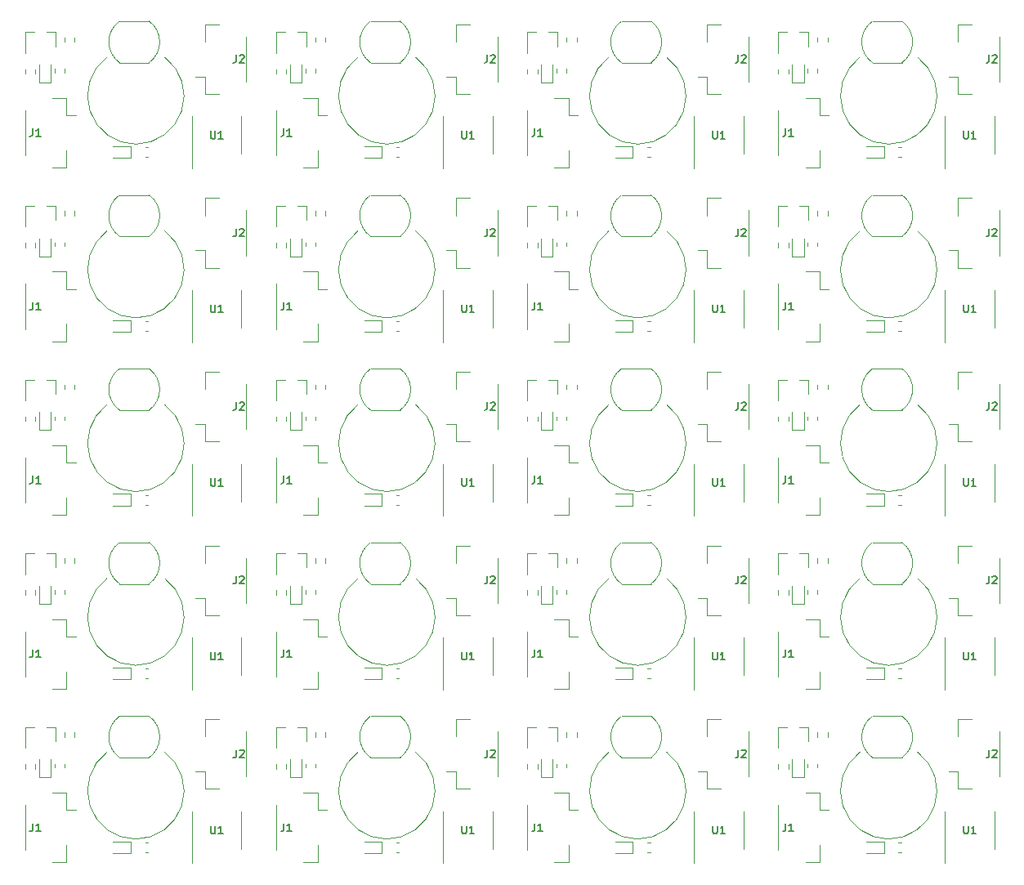
<source format=gto>
G04 #@! TF.GenerationSoftware,KiCad,Pcbnew,(5.1.7)-1*
G04 #@! TF.CreationDate,2021-12-09T14:19:56+08:00*
G04 #@! TF.ProjectId,haptic-cloth-panelized,68617074-6963-42d6-936c-6f74682d7061,rev?*
G04 #@! TF.SameCoordinates,Original*
G04 #@! TF.FileFunction,Legend,Top*
G04 #@! TF.FilePolarity,Positive*
%FSLAX46Y46*%
G04 Gerber Fmt 4.6, Leading zero omitted, Abs format (unit mm)*
G04 Created by KiCad (PCBNEW (5.1.7)-1) date 2021-12-09 14:19:56*
%MOMM*%
%LPD*%
G01*
G04 APERTURE LIST*
%ADD10C,0.120000*%
%ADD11C,0.150000*%
%ADD12R,0.800000X0.900000*%
%ADD13R,0.700000X0.600000*%
%ADD14R,0.600000X0.700000*%
%ADD15C,1.500000*%
%ADD16C,2.500000*%
%ADD17R,1.000000X1.000000*%
%ADD18C,1.000000*%
%ADD19O,1.350000X1.350000*%
G04 APERTURE END LIST*
D10*
X143000027Y-126000037D02*
G75*
G02*
X137000028Y-126000037I-2999999J-4000000D01*
G01*
X117000018Y-126000037D02*
G75*
G02*
X111000019Y-126000037I-2999999J-4000000D01*
G01*
X91000009Y-126000037D02*
G75*
G02*
X85000010Y-126000037I-2999999J-4000000D01*
G01*
X65000000Y-126000037D02*
G75*
G02*
X59000001Y-126000037I-2999999J-4000000D01*
G01*
X143000027Y-108000028D02*
G75*
G02*
X137000028Y-108000028I-2999999J-4000000D01*
G01*
X117000018Y-108000028D02*
G75*
G02*
X111000019Y-108000028I-2999999J-4000000D01*
G01*
X91000009Y-108000028D02*
G75*
G02*
X85000010Y-108000028I-2999999J-4000000D01*
G01*
X65000000Y-108000028D02*
G75*
G02*
X59000001Y-108000028I-2999999J-4000000D01*
G01*
X143000027Y-90000019D02*
G75*
G02*
X137000028Y-90000019I-2999999J-4000000D01*
G01*
X117000018Y-90000019D02*
G75*
G02*
X111000019Y-90000019I-2999999J-4000000D01*
G01*
X91000009Y-90000019D02*
G75*
G02*
X85000010Y-90000019I-2999999J-4000000D01*
G01*
X65000000Y-90000019D02*
G75*
G02*
X59000001Y-90000019I-2999999J-4000000D01*
G01*
X143000027Y-72000010D02*
G75*
G02*
X137000028Y-72000010I-2999999J-4000000D01*
G01*
X117000018Y-72000010D02*
G75*
G02*
X111000019Y-72000010I-2999999J-4000000D01*
G01*
X91000009Y-72000010D02*
G75*
G02*
X85000010Y-72000010I-2999999J-4000000D01*
G01*
X65000000Y-72000010D02*
G75*
G02*
X59000001Y-72000010I-2999999J-4000000D01*
G01*
X143000027Y-54000001D02*
G75*
G02*
X137000028Y-54000001I-2999999J-4000000D01*
G01*
X117000018Y-54000001D02*
G75*
G02*
X111000019Y-54000001I-2999999J-4000000D01*
G01*
X91000009Y-54000001D02*
G75*
G02*
X85000010Y-54000001I-2999999J-4000000D01*
G01*
X65000000Y-54000001D02*
G75*
G02*
X59000001Y-54000001I-2999999J-4000000D01*
G01*
X131674028Y-123398037D02*
X131674028Y-124858037D01*
X128514028Y-123398037D02*
X128514028Y-125558037D01*
X128514028Y-123398037D02*
X129444028Y-123398037D01*
X131674028Y-123398037D02*
X130744028Y-123398037D01*
X131202028Y-126760037D02*
X131202028Y-128610037D01*
X130002028Y-126760037D02*
X130002028Y-128610037D01*
X130002028Y-128610037D02*
X131202028Y-128610037D01*
X137649028Y-135242037D02*
X139499028Y-135242037D01*
X137649028Y-136442037D02*
X139499028Y-136442037D01*
X139499028Y-136442037D02*
X139499028Y-135242037D01*
X141374028Y-126562037D02*
X138324028Y-126562037D01*
X141374028Y-122262037D02*
X138324028Y-122262037D01*
X141352262Y-126577563D02*
G75*
G03*
X141374028Y-122262037I-1528234J2165526D01*
G01*
X138279515Y-122293788D02*
G75*
G03*
X138324028Y-126562037I1544513J-2118249D01*
G01*
X128550028Y-131470037D02*
X128550028Y-136150037D01*
X132820028Y-137420037D02*
X132820028Y-135620037D01*
X131370028Y-137420037D02*
X132820028Y-137420037D01*
X132820028Y-132000037D02*
X133810028Y-132000037D01*
X132820028Y-130200037D02*
X132820028Y-132000037D01*
X131370028Y-130200037D02*
X132820028Y-130200037D01*
X151450028Y-128530037D02*
X151450028Y-123850037D01*
X147180028Y-122580037D02*
X147180028Y-124380037D01*
X148630028Y-122580037D02*
X147180028Y-122580037D01*
X147180028Y-128000037D02*
X146190028Y-128000037D01*
X147180028Y-129800037D02*
X147180028Y-128000037D01*
X148630028Y-129800037D02*
X147180028Y-129800037D01*
X132634028Y-127206037D02*
X132634028Y-127587037D01*
X131618028Y-127587037D02*
X131618028Y-127206037D01*
X145822028Y-134064037D02*
X145822028Y-137514037D01*
X145822028Y-134064037D02*
X145822028Y-132114037D01*
X150942028Y-134064037D02*
X150942028Y-136014037D01*
X150942028Y-134064037D02*
X150942028Y-132114037D01*
X128555528Y-127222779D02*
X128555528Y-127697295D01*
X129600528Y-127222779D02*
X129600528Y-127697295D01*
X141283608Y-135332037D02*
X141002448Y-135332037D01*
X141283608Y-136352037D02*
X141002448Y-136352037D01*
X133664528Y-124395295D02*
X133664528Y-123920779D01*
X132619528Y-124395295D02*
X132619528Y-123920779D01*
X105674019Y-123398037D02*
X105674019Y-124858037D01*
X102514019Y-123398037D02*
X102514019Y-125558037D01*
X102514019Y-123398037D02*
X103444019Y-123398037D01*
X105674019Y-123398037D02*
X104744019Y-123398037D01*
X105202019Y-126760037D02*
X105202019Y-128610037D01*
X104002019Y-126760037D02*
X104002019Y-128610037D01*
X104002019Y-128610037D02*
X105202019Y-128610037D01*
X111649019Y-135242037D02*
X113499019Y-135242037D01*
X111649019Y-136442037D02*
X113499019Y-136442037D01*
X113499019Y-136442037D02*
X113499019Y-135242037D01*
X115374019Y-126562037D02*
X112324019Y-126562037D01*
X115374019Y-122262037D02*
X112324019Y-122262037D01*
X115352253Y-126577563D02*
G75*
G03*
X115374019Y-122262037I-1528234J2165526D01*
G01*
X112279506Y-122293788D02*
G75*
G03*
X112324019Y-126562037I1544513J-2118249D01*
G01*
X102550019Y-131470037D02*
X102550019Y-136150037D01*
X106820019Y-137420037D02*
X106820019Y-135620037D01*
X105370019Y-137420037D02*
X106820019Y-137420037D01*
X106820019Y-132000037D02*
X107810019Y-132000037D01*
X106820019Y-130200037D02*
X106820019Y-132000037D01*
X105370019Y-130200037D02*
X106820019Y-130200037D01*
X125450019Y-128530037D02*
X125450019Y-123850037D01*
X121180019Y-122580037D02*
X121180019Y-124380037D01*
X122630019Y-122580037D02*
X121180019Y-122580037D01*
X121180019Y-128000037D02*
X120190019Y-128000037D01*
X121180019Y-129800037D02*
X121180019Y-128000037D01*
X122630019Y-129800037D02*
X121180019Y-129800037D01*
X106634019Y-127206037D02*
X106634019Y-127587037D01*
X105618019Y-127587037D02*
X105618019Y-127206037D01*
X119822019Y-134064037D02*
X119822019Y-137514037D01*
X119822019Y-134064037D02*
X119822019Y-132114037D01*
X124942019Y-134064037D02*
X124942019Y-136014037D01*
X124942019Y-134064037D02*
X124942019Y-132114037D01*
X102555519Y-127222779D02*
X102555519Y-127697295D01*
X103600519Y-127222779D02*
X103600519Y-127697295D01*
X115283599Y-135332037D02*
X115002439Y-135332037D01*
X115283599Y-136352037D02*
X115002439Y-136352037D01*
X107664519Y-124395295D02*
X107664519Y-123920779D01*
X106619519Y-124395295D02*
X106619519Y-123920779D01*
X79674010Y-123398037D02*
X79674010Y-124858037D01*
X76514010Y-123398037D02*
X76514010Y-125558037D01*
X76514010Y-123398037D02*
X77444010Y-123398037D01*
X79674010Y-123398037D02*
X78744010Y-123398037D01*
X79202010Y-126760037D02*
X79202010Y-128610037D01*
X78002010Y-126760037D02*
X78002010Y-128610037D01*
X78002010Y-128610037D02*
X79202010Y-128610037D01*
X85649010Y-135242037D02*
X87499010Y-135242037D01*
X85649010Y-136442037D02*
X87499010Y-136442037D01*
X87499010Y-136442037D02*
X87499010Y-135242037D01*
X89374010Y-126562037D02*
X86324010Y-126562037D01*
X89374010Y-122262037D02*
X86324010Y-122262037D01*
X89352244Y-126577563D02*
G75*
G03*
X89374010Y-122262037I-1528234J2165526D01*
G01*
X86279497Y-122293788D02*
G75*
G03*
X86324010Y-126562037I1544513J-2118249D01*
G01*
X76550010Y-131470037D02*
X76550010Y-136150037D01*
X80820010Y-137420037D02*
X80820010Y-135620037D01*
X79370010Y-137420037D02*
X80820010Y-137420037D01*
X80820010Y-132000037D02*
X81810010Y-132000037D01*
X80820010Y-130200037D02*
X80820010Y-132000037D01*
X79370010Y-130200037D02*
X80820010Y-130200037D01*
X99450010Y-128530037D02*
X99450010Y-123850037D01*
X95180010Y-122580037D02*
X95180010Y-124380037D01*
X96630010Y-122580037D02*
X95180010Y-122580037D01*
X95180010Y-128000037D02*
X94190010Y-128000037D01*
X95180010Y-129800037D02*
X95180010Y-128000037D01*
X96630010Y-129800037D02*
X95180010Y-129800037D01*
X80634010Y-127206037D02*
X80634010Y-127587037D01*
X79618010Y-127587037D02*
X79618010Y-127206037D01*
X93822010Y-134064037D02*
X93822010Y-137514037D01*
X93822010Y-134064037D02*
X93822010Y-132114037D01*
X98942010Y-134064037D02*
X98942010Y-136014037D01*
X98942010Y-134064037D02*
X98942010Y-132114037D01*
X76555510Y-127222779D02*
X76555510Y-127697295D01*
X77600510Y-127222779D02*
X77600510Y-127697295D01*
X89283590Y-135332037D02*
X89002430Y-135332037D01*
X89283590Y-136352037D02*
X89002430Y-136352037D01*
X81664510Y-124395295D02*
X81664510Y-123920779D01*
X80619510Y-124395295D02*
X80619510Y-123920779D01*
X53674001Y-123398037D02*
X53674001Y-124858037D01*
X50514001Y-123398037D02*
X50514001Y-125558037D01*
X50514001Y-123398037D02*
X51444001Y-123398037D01*
X53674001Y-123398037D02*
X52744001Y-123398037D01*
X53202001Y-126760037D02*
X53202001Y-128610037D01*
X52002001Y-126760037D02*
X52002001Y-128610037D01*
X52002001Y-128610037D02*
X53202001Y-128610037D01*
X59649001Y-135242037D02*
X61499001Y-135242037D01*
X59649001Y-136442037D02*
X61499001Y-136442037D01*
X61499001Y-136442037D02*
X61499001Y-135242037D01*
X63374001Y-126562037D02*
X60324001Y-126562037D01*
X63374001Y-122262037D02*
X60324001Y-122262037D01*
X63352235Y-126577563D02*
G75*
G03*
X63374001Y-122262037I-1528234J2165526D01*
G01*
X60279488Y-122293788D02*
G75*
G03*
X60324001Y-126562037I1544513J-2118249D01*
G01*
X50550001Y-131470037D02*
X50550001Y-136150037D01*
X54820001Y-137420037D02*
X54820001Y-135620037D01*
X53370001Y-137420037D02*
X54820001Y-137420037D01*
X54820001Y-132000037D02*
X55810001Y-132000037D01*
X54820001Y-130200037D02*
X54820001Y-132000037D01*
X53370001Y-130200037D02*
X54820001Y-130200037D01*
X73450001Y-128530037D02*
X73450001Y-123850037D01*
X69180001Y-122580037D02*
X69180001Y-124380037D01*
X70630001Y-122580037D02*
X69180001Y-122580037D01*
X69180001Y-128000037D02*
X68190001Y-128000037D01*
X69180001Y-129800037D02*
X69180001Y-128000037D01*
X70630001Y-129800037D02*
X69180001Y-129800037D01*
X54634001Y-127206037D02*
X54634001Y-127587037D01*
X53618001Y-127587037D02*
X53618001Y-127206037D01*
X67822001Y-134064037D02*
X67822001Y-137514037D01*
X67822001Y-134064037D02*
X67822001Y-132114037D01*
X72942001Y-134064037D02*
X72942001Y-136014037D01*
X72942001Y-134064037D02*
X72942001Y-132114037D01*
X50555501Y-127222779D02*
X50555501Y-127697295D01*
X51600501Y-127222779D02*
X51600501Y-127697295D01*
X63283581Y-135332037D02*
X63002421Y-135332037D01*
X63283581Y-136352037D02*
X63002421Y-136352037D01*
X55664501Y-124395295D02*
X55664501Y-123920779D01*
X54619501Y-124395295D02*
X54619501Y-123920779D01*
X131674028Y-105398028D02*
X131674028Y-106858028D01*
X128514028Y-105398028D02*
X128514028Y-107558028D01*
X128514028Y-105398028D02*
X129444028Y-105398028D01*
X131674028Y-105398028D02*
X130744028Y-105398028D01*
X131202028Y-108760028D02*
X131202028Y-110610028D01*
X130002028Y-108760028D02*
X130002028Y-110610028D01*
X130002028Y-110610028D02*
X131202028Y-110610028D01*
X137649028Y-117242028D02*
X139499028Y-117242028D01*
X137649028Y-118442028D02*
X139499028Y-118442028D01*
X139499028Y-118442028D02*
X139499028Y-117242028D01*
X141374028Y-108562028D02*
X138324028Y-108562028D01*
X141374028Y-104262028D02*
X138324028Y-104262028D01*
X141352262Y-108577554D02*
G75*
G03*
X141374028Y-104262028I-1528234J2165526D01*
G01*
X138279515Y-104293779D02*
G75*
G03*
X138324028Y-108562028I1544513J-2118249D01*
G01*
X128550028Y-113470028D02*
X128550028Y-118150028D01*
X132820028Y-119420028D02*
X132820028Y-117620028D01*
X131370028Y-119420028D02*
X132820028Y-119420028D01*
X132820028Y-114000028D02*
X133810028Y-114000028D01*
X132820028Y-112200028D02*
X132820028Y-114000028D01*
X131370028Y-112200028D02*
X132820028Y-112200028D01*
X151450028Y-110530028D02*
X151450028Y-105850028D01*
X147180028Y-104580028D02*
X147180028Y-106380028D01*
X148630028Y-104580028D02*
X147180028Y-104580028D01*
X147180028Y-110000028D02*
X146190028Y-110000028D01*
X147180028Y-111800028D02*
X147180028Y-110000028D01*
X148630028Y-111800028D02*
X147180028Y-111800028D01*
X132634028Y-109206028D02*
X132634028Y-109587028D01*
X131618028Y-109587028D02*
X131618028Y-109206028D01*
X145822028Y-116064028D02*
X145822028Y-119514028D01*
X145822028Y-116064028D02*
X145822028Y-114114028D01*
X150942028Y-116064028D02*
X150942028Y-118014028D01*
X150942028Y-116064028D02*
X150942028Y-114114028D01*
X128555528Y-109222770D02*
X128555528Y-109697286D01*
X129600528Y-109222770D02*
X129600528Y-109697286D01*
X141283608Y-117332028D02*
X141002448Y-117332028D01*
X141283608Y-118352028D02*
X141002448Y-118352028D01*
X133664528Y-106395286D02*
X133664528Y-105920770D01*
X132619528Y-106395286D02*
X132619528Y-105920770D01*
X105674019Y-105398028D02*
X105674019Y-106858028D01*
X102514019Y-105398028D02*
X102514019Y-107558028D01*
X102514019Y-105398028D02*
X103444019Y-105398028D01*
X105674019Y-105398028D02*
X104744019Y-105398028D01*
X105202019Y-108760028D02*
X105202019Y-110610028D01*
X104002019Y-108760028D02*
X104002019Y-110610028D01*
X104002019Y-110610028D02*
X105202019Y-110610028D01*
X111649019Y-117242028D02*
X113499019Y-117242028D01*
X111649019Y-118442028D02*
X113499019Y-118442028D01*
X113499019Y-118442028D02*
X113499019Y-117242028D01*
X115374019Y-108562028D02*
X112324019Y-108562028D01*
X115374019Y-104262028D02*
X112324019Y-104262028D01*
X115352253Y-108577554D02*
G75*
G03*
X115374019Y-104262028I-1528234J2165526D01*
G01*
X112279506Y-104293779D02*
G75*
G03*
X112324019Y-108562028I1544513J-2118249D01*
G01*
X102550019Y-113470028D02*
X102550019Y-118150028D01*
X106820019Y-119420028D02*
X106820019Y-117620028D01*
X105370019Y-119420028D02*
X106820019Y-119420028D01*
X106820019Y-114000028D02*
X107810019Y-114000028D01*
X106820019Y-112200028D02*
X106820019Y-114000028D01*
X105370019Y-112200028D02*
X106820019Y-112200028D01*
X125450019Y-110530028D02*
X125450019Y-105850028D01*
X121180019Y-104580028D02*
X121180019Y-106380028D01*
X122630019Y-104580028D02*
X121180019Y-104580028D01*
X121180019Y-110000028D02*
X120190019Y-110000028D01*
X121180019Y-111800028D02*
X121180019Y-110000028D01*
X122630019Y-111800028D02*
X121180019Y-111800028D01*
X106634019Y-109206028D02*
X106634019Y-109587028D01*
X105618019Y-109587028D02*
X105618019Y-109206028D01*
X119822019Y-116064028D02*
X119822019Y-119514028D01*
X119822019Y-116064028D02*
X119822019Y-114114028D01*
X124942019Y-116064028D02*
X124942019Y-118014028D01*
X124942019Y-116064028D02*
X124942019Y-114114028D01*
X102555519Y-109222770D02*
X102555519Y-109697286D01*
X103600519Y-109222770D02*
X103600519Y-109697286D01*
X115283599Y-117332028D02*
X115002439Y-117332028D01*
X115283599Y-118352028D02*
X115002439Y-118352028D01*
X107664519Y-106395286D02*
X107664519Y-105920770D01*
X106619519Y-106395286D02*
X106619519Y-105920770D01*
X79674010Y-105398028D02*
X79674010Y-106858028D01*
X76514010Y-105398028D02*
X76514010Y-107558028D01*
X76514010Y-105398028D02*
X77444010Y-105398028D01*
X79674010Y-105398028D02*
X78744010Y-105398028D01*
X79202010Y-108760028D02*
X79202010Y-110610028D01*
X78002010Y-108760028D02*
X78002010Y-110610028D01*
X78002010Y-110610028D02*
X79202010Y-110610028D01*
X85649010Y-117242028D02*
X87499010Y-117242028D01*
X85649010Y-118442028D02*
X87499010Y-118442028D01*
X87499010Y-118442028D02*
X87499010Y-117242028D01*
X89374010Y-108562028D02*
X86324010Y-108562028D01*
X89374010Y-104262028D02*
X86324010Y-104262028D01*
X89352244Y-108577554D02*
G75*
G03*
X89374010Y-104262028I-1528234J2165526D01*
G01*
X86279497Y-104293779D02*
G75*
G03*
X86324010Y-108562028I1544513J-2118249D01*
G01*
X76550010Y-113470028D02*
X76550010Y-118150028D01*
X80820010Y-119420028D02*
X80820010Y-117620028D01*
X79370010Y-119420028D02*
X80820010Y-119420028D01*
X80820010Y-114000028D02*
X81810010Y-114000028D01*
X80820010Y-112200028D02*
X80820010Y-114000028D01*
X79370010Y-112200028D02*
X80820010Y-112200028D01*
X99450010Y-110530028D02*
X99450010Y-105850028D01*
X95180010Y-104580028D02*
X95180010Y-106380028D01*
X96630010Y-104580028D02*
X95180010Y-104580028D01*
X95180010Y-110000028D02*
X94190010Y-110000028D01*
X95180010Y-111800028D02*
X95180010Y-110000028D01*
X96630010Y-111800028D02*
X95180010Y-111800028D01*
X80634010Y-109206028D02*
X80634010Y-109587028D01*
X79618010Y-109587028D02*
X79618010Y-109206028D01*
X93822010Y-116064028D02*
X93822010Y-119514028D01*
X93822010Y-116064028D02*
X93822010Y-114114028D01*
X98942010Y-116064028D02*
X98942010Y-118014028D01*
X98942010Y-116064028D02*
X98942010Y-114114028D01*
X76555510Y-109222770D02*
X76555510Y-109697286D01*
X77600510Y-109222770D02*
X77600510Y-109697286D01*
X89283590Y-117332028D02*
X89002430Y-117332028D01*
X89283590Y-118352028D02*
X89002430Y-118352028D01*
X81664510Y-106395286D02*
X81664510Y-105920770D01*
X80619510Y-106395286D02*
X80619510Y-105920770D01*
X53674001Y-105398028D02*
X53674001Y-106858028D01*
X50514001Y-105398028D02*
X50514001Y-107558028D01*
X50514001Y-105398028D02*
X51444001Y-105398028D01*
X53674001Y-105398028D02*
X52744001Y-105398028D01*
X53202001Y-108760028D02*
X53202001Y-110610028D01*
X52002001Y-108760028D02*
X52002001Y-110610028D01*
X52002001Y-110610028D02*
X53202001Y-110610028D01*
X59649001Y-117242028D02*
X61499001Y-117242028D01*
X59649001Y-118442028D02*
X61499001Y-118442028D01*
X61499001Y-118442028D02*
X61499001Y-117242028D01*
X63374001Y-108562028D02*
X60324001Y-108562028D01*
X63374001Y-104262028D02*
X60324001Y-104262028D01*
X63352235Y-108577554D02*
G75*
G03*
X63374001Y-104262028I-1528234J2165526D01*
G01*
X60279488Y-104293779D02*
G75*
G03*
X60324001Y-108562028I1544513J-2118249D01*
G01*
X50550001Y-113470028D02*
X50550001Y-118150028D01*
X54820001Y-119420028D02*
X54820001Y-117620028D01*
X53370001Y-119420028D02*
X54820001Y-119420028D01*
X54820001Y-114000028D02*
X55810001Y-114000028D01*
X54820001Y-112200028D02*
X54820001Y-114000028D01*
X53370001Y-112200028D02*
X54820001Y-112200028D01*
X73450001Y-110530028D02*
X73450001Y-105850028D01*
X69180001Y-104580028D02*
X69180001Y-106380028D01*
X70630001Y-104580028D02*
X69180001Y-104580028D01*
X69180001Y-110000028D02*
X68190001Y-110000028D01*
X69180001Y-111800028D02*
X69180001Y-110000028D01*
X70630001Y-111800028D02*
X69180001Y-111800028D01*
X54634001Y-109206028D02*
X54634001Y-109587028D01*
X53618001Y-109587028D02*
X53618001Y-109206028D01*
X67822001Y-116064028D02*
X67822001Y-119514028D01*
X67822001Y-116064028D02*
X67822001Y-114114028D01*
X72942001Y-116064028D02*
X72942001Y-118014028D01*
X72942001Y-116064028D02*
X72942001Y-114114028D01*
X50555501Y-109222770D02*
X50555501Y-109697286D01*
X51600501Y-109222770D02*
X51600501Y-109697286D01*
X63283581Y-117332028D02*
X63002421Y-117332028D01*
X63283581Y-118352028D02*
X63002421Y-118352028D01*
X55664501Y-106395286D02*
X55664501Y-105920770D01*
X54619501Y-106395286D02*
X54619501Y-105920770D01*
X131674028Y-87398019D02*
X131674028Y-88858019D01*
X128514028Y-87398019D02*
X128514028Y-89558019D01*
X128514028Y-87398019D02*
X129444028Y-87398019D01*
X131674028Y-87398019D02*
X130744028Y-87398019D01*
X131202028Y-90760019D02*
X131202028Y-92610019D01*
X130002028Y-90760019D02*
X130002028Y-92610019D01*
X130002028Y-92610019D02*
X131202028Y-92610019D01*
X137649028Y-99242019D02*
X139499028Y-99242019D01*
X137649028Y-100442019D02*
X139499028Y-100442019D01*
X139499028Y-100442019D02*
X139499028Y-99242019D01*
X141374028Y-90562019D02*
X138324028Y-90562019D01*
X141374028Y-86262019D02*
X138324028Y-86262019D01*
X141352262Y-90577545D02*
G75*
G03*
X141374028Y-86262019I-1528234J2165526D01*
G01*
X138279515Y-86293770D02*
G75*
G03*
X138324028Y-90562019I1544513J-2118249D01*
G01*
X128550028Y-95470019D02*
X128550028Y-100150019D01*
X132820028Y-101420019D02*
X132820028Y-99620019D01*
X131370028Y-101420019D02*
X132820028Y-101420019D01*
X132820028Y-96000019D02*
X133810028Y-96000019D01*
X132820028Y-94200019D02*
X132820028Y-96000019D01*
X131370028Y-94200019D02*
X132820028Y-94200019D01*
X151450028Y-92530019D02*
X151450028Y-87850019D01*
X147180028Y-86580019D02*
X147180028Y-88380019D01*
X148630028Y-86580019D02*
X147180028Y-86580019D01*
X147180028Y-92000019D02*
X146190028Y-92000019D01*
X147180028Y-93800019D02*
X147180028Y-92000019D01*
X148630028Y-93800019D02*
X147180028Y-93800019D01*
X132634028Y-91206019D02*
X132634028Y-91587019D01*
X131618028Y-91587019D02*
X131618028Y-91206019D01*
X145822028Y-98064019D02*
X145822028Y-101514019D01*
X145822028Y-98064019D02*
X145822028Y-96114019D01*
X150942028Y-98064019D02*
X150942028Y-100014019D01*
X150942028Y-98064019D02*
X150942028Y-96114019D01*
X128555528Y-91222761D02*
X128555528Y-91697277D01*
X129600528Y-91222761D02*
X129600528Y-91697277D01*
X141283608Y-99332019D02*
X141002448Y-99332019D01*
X141283608Y-100352019D02*
X141002448Y-100352019D01*
X133664528Y-88395277D02*
X133664528Y-87920761D01*
X132619528Y-88395277D02*
X132619528Y-87920761D01*
X105674019Y-87398019D02*
X105674019Y-88858019D01*
X102514019Y-87398019D02*
X102514019Y-89558019D01*
X102514019Y-87398019D02*
X103444019Y-87398019D01*
X105674019Y-87398019D02*
X104744019Y-87398019D01*
X105202019Y-90760019D02*
X105202019Y-92610019D01*
X104002019Y-90760019D02*
X104002019Y-92610019D01*
X104002019Y-92610019D02*
X105202019Y-92610019D01*
X111649019Y-99242019D02*
X113499019Y-99242019D01*
X111649019Y-100442019D02*
X113499019Y-100442019D01*
X113499019Y-100442019D02*
X113499019Y-99242019D01*
X115374019Y-90562019D02*
X112324019Y-90562019D01*
X115374019Y-86262019D02*
X112324019Y-86262019D01*
X115352253Y-90577545D02*
G75*
G03*
X115374019Y-86262019I-1528234J2165526D01*
G01*
X112279506Y-86293770D02*
G75*
G03*
X112324019Y-90562019I1544513J-2118249D01*
G01*
X102550019Y-95470019D02*
X102550019Y-100150019D01*
X106820019Y-101420019D02*
X106820019Y-99620019D01*
X105370019Y-101420019D02*
X106820019Y-101420019D01*
X106820019Y-96000019D02*
X107810019Y-96000019D01*
X106820019Y-94200019D02*
X106820019Y-96000019D01*
X105370019Y-94200019D02*
X106820019Y-94200019D01*
X125450019Y-92530019D02*
X125450019Y-87850019D01*
X121180019Y-86580019D02*
X121180019Y-88380019D01*
X122630019Y-86580019D02*
X121180019Y-86580019D01*
X121180019Y-92000019D02*
X120190019Y-92000019D01*
X121180019Y-93800019D02*
X121180019Y-92000019D01*
X122630019Y-93800019D02*
X121180019Y-93800019D01*
X106634019Y-91206019D02*
X106634019Y-91587019D01*
X105618019Y-91587019D02*
X105618019Y-91206019D01*
X119822019Y-98064019D02*
X119822019Y-101514019D01*
X119822019Y-98064019D02*
X119822019Y-96114019D01*
X124942019Y-98064019D02*
X124942019Y-100014019D01*
X124942019Y-98064019D02*
X124942019Y-96114019D01*
X102555519Y-91222761D02*
X102555519Y-91697277D01*
X103600519Y-91222761D02*
X103600519Y-91697277D01*
X115283599Y-99332019D02*
X115002439Y-99332019D01*
X115283599Y-100352019D02*
X115002439Y-100352019D01*
X107664519Y-88395277D02*
X107664519Y-87920761D01*
X106619519Y-88395277D02*
X106619519Y-87920761D01*
X79674010Y-87398019D02*
X79674010Y-88858019D01*
X76514010Y-87398019D02*
X76514010Y-89558019D01*
X76514010Y-87398019D02*
X77444010Y-87398019D01*
X79674010Y-87398019D02*
X78744010Y-87398019D01*
X79202010Y-90760019D02*
X79202010Y-92610019D01*
X78002010Y-90760019D02*
X78002010Y-92610019D01*
X78002010Y-92610019D02*
X79202010Y-92610019D01*
X85649010Y-99242019D02*
X87499010Y-99242019D01*
X85649010Y-100442019D02*
X87499010Y-100442019D01*
X87499010Y-100442019D02*
X87499010Y-99242019D01*
X89374010Y-90562019D02*
X86324010Y-90562019D01*
X89374010Y-86262019D02*
X86324010Y-86262019D01*
X89352244Y-90577545D02*
G75*
G03*
X89374010Y-86262019I-1528234J2165526D01*
G01*
X86279497Y-86293770D02*
G75*
G03*
X86324010Y-90562019I1544513J-2118249D01*
G01*
X76550010Y-95470019D02*
X76550010Y-100150019D01*
X80820010Y-101420019D02*
X80820010Y-99620019D01*
X79370010Y-101420019D02*
X80820010Y-101420019D01*
X80820010Y-96000019D02*
X81810010Y-96000019D01*
X80820010Y-94200019D02*
X80820010Y-96000019D01*
X79370010Y-94200019D02*
X80820010Y-94200019D01*
X99450010Y-92530019D02*
X99450010Y-87850019D01*
X95180010Y-86580019D02*
X95180010Y-88380019D01*
X96630010Y-86580019D02*
X95180010Y-86580019D01*
X95180010Y-92000019D02*
X94190010Y-92000019D01*
X95180010Y-93800019D02*
X95180010Y-92000019D01*
X96630010Y-93800019D02*
X95180010Y-93800019D01*
X80634010Y-91206019D02*
X80634010Y-91587019D01*
X79618010Y-91587019D02*
X79618010Y-91206019D01*
X93822010Y-98064019D02*
X93822010Y-101514019D01*
X93822010Y-98064019D02*
X93822010Y-96114019D01*
X98942010Y-98064019D02*
X98942010Y-100014019D01*
X98942010Y-98064019D02*
X98942010Y-96114019D01*
X76555510Y-91222761D02*
X76555510Y-91697277D01*
X77600510Y-91222761D02*
X77600510Y-91697277D01*
X89283590Y-99332019D02*
X89002430Y-99332019D01*
X89283590Y-100352019D02*
X89002430Y-100352019D01*
X81664510Y-88395277D02*
X81664510Y-87920761D01*
X80619510Y-88395277D02*
X80619510Y-87920761D01*
X53674001Y-87398019D02*
X53674001Y-88858019D01*
X50514001Y-87398019D02*
X50514001Y-89558019D01*
X50514001Y-87398019D02*
X51444001Y-87398019D01*
X53674001Y-87398019D02*
X52744001Y-87398019D01*
X53202001Y-90760019D02*
X53202001Y-92610019D01*
X52002001Y-90760019D02*
X52002001Y-92610019D01*
X52002001Y-92610019D02*
X53202001Y-92610019D01*
X59649001Y-99242019D02*
X61499001Y-99242019D01*
X59649001Y-100442019D02*
X61499001Y-100442019D01*
X61499001Y-100442019D02*
X61499001Y-99242019D01*
X63374001Y-90562019D02*
X60324001Y-90562019D01*
X63374001Y-86262019D02*
X60324001Y-86262019D01*
X63352235Y-90577545D02*
G75*
G03*
X63374001Y-86262019I-1528234J2165526D01*
G01*
X60279488Y-86293770D02*
G75*
G03*
X60324001Y-90562019I1544513J-2118249D01*
G01*
X50550001Y-95470019D02*
X50550001Y-100150019D01*
X54820001Y-101420019D02*
X54820001Y-99620019D01*
X53370001Y-101420019D02*
X54820001Y-101420019D01*
X54820001Y-96000019D02*
X55810001Y-96000019D01*
X54820001Y-94200019D02*
X54820001Y-96000019D01*
X53370001Y-94200019D02*
X54820001Y-94200019D01*
X73450001Y-92530019D02*
X73450001Y-87850019D01*
X69180001Y-86580019D02*
X69180001Y-88380019D01*
X70630001Y-86580019D02*
X69180001Y-86580019D01*
X69180001Y-92000019D02*
X68190001Y-92000019D01*
X69180001Y-93800019D02*
X69180001Y-92000019D01*
X70630001Y-93800019D02*
X69180001Y-93800019D01*
X54634001Y-91206019D02*
X54634001Y-91587019D01*
X53618001Y-91587019D02*
X53618001Y-91206019D01*
X67822001Y-98064019D02*
X67822001Y-101514019D01*
X67822001Y-98064019D02*
X67822001Y-96114019D01*
X72942001Y-98064019D02*
X72942001Y-100014019D01*
X72942001Y-98064019D02*
X72942001Y-96114019D01*
X50555501Y-91222761D02*
X50555501Y-91697277D01*
X51600501Y-91222761D02*
X51600501Y-91697277D01*
X63283581Y-99332019D02*
X63002421Y-99332019D01*
X63283581Y-100352019D02*
X63002421Y-100352019D01*
X55664501Y-88395277D02*
X55664501Y-87920761D01*
X54619501Y-88395277D02*
X54619501Y-87920761D01*
X131674028Y-69398010D02*
X131674028Y-70858010D01*
X128514028Y-69398010D02*
X128514028Y-71558010D01*
X128514028Y-69398010D02*
X129444028Y-69398010D01*
X131674028Y-69398010D02*
X130744028Y-69398010D01*
X131202028Y-72760010D02*
X131202028Y-74610010D01*
X130002028Y-72760010D02*
X130002028Y-74610010D01*
X130002028Y-74610010D02*
X131202028Y-74610010D01*
X137649028Y-81242010D02*
X139499028Y-81242010D01*
X137649028Y-82442010D02*
X139499028Y-82442010D01*
X139499028Y-82442010D02*
X139499028Y-81242010D01*
X141374028Y-72562010D02*
X138324028Y-72562010D01*
X141374028Y-68262010D02*
X138324028Y-68262010D01*
X141352262Y-72577536D02*
G75*
G03*
X141374028Y-68262010I-1528234J2165526D01*
G01*
X138279515Y-68293761D02*
G75*
G03*
X138324028Y-72562010I1544513J-2118249D01*
G01*
X128550028Y-77470010D02*
X128550028Y-82150010D01*
X132820028Y-83420010D02*
X132820028Y-81620010D01*
X131370028Y-83420010D02*
X132820028Y-83420010D01*
X132820028Y-78000010D02*
X133810028Y-78000010D01*
X132820028Y-76200010D02*
X132820028Y-78000010D01*
X131370028Y-76200010D02*
X132820028Y-76200010D01*
X151450028Y-74530010D02*
X151450028Y-69850010D01*
X147180028Y-68580010D02*
X147180028Y-70380010D01*
X148630028Y-68580010D02*
X147180028Y-68580010D01*
X147180028Y-74000010D02*
X146190028Y-74000010D01*
X147180028Y-75800010D02*
X147180028Y-74000010D01*
X148630028Y-75800010D02*
X147180028Y-75800010D01*
X132634028Y-73206010D02*
X132634028Y-73587010D01*
X131618028Y-73587010D02*
X131618028Y-73206010D01*
X145822028Y-80064010D02*
X145822028Y-83514010D01*
X145822028Y-80064010D02*
X145822028Y-78114010D01*
X150942028Y-80064010D02*
X150942028Y-82014010D01*
X150942028Y-80064010D02*
X150942028Y-78114010D01*
X128555528Y-73222752D02*
X128555528Y-73697268D01*
X129600528Y-73222752D02*
X129600528Y-73697268D01*
X141283608Y-81332010D02*
X141002448Y-81332010D01*
X141283608Y-82352010D02*
X141002448Y-82352010D01*
X133664528Y-70395268D02*
X133664528Y-69920752D01*
X132619528Y-70395268D02*
X132619528Y-69920752D01*
X105674019Y-69398010D02*
X105674019Y-70858010D01*
X102514019Y-69398010D02*
X102514019Y-71558010D01*
X102514019Y-69398010D02*
X103444019Y-69398010D01*
X105674019Y-69398010D02*
X104744019Y-69398010D01*
X105202019Y-72760010D02*
X105202019Y-74610010D01*
X104002019Y-72760010D02*
X104002019Y-74610010D01*
X104002019Y-74610010D02*
X105202019Y-74610010D01*
X111649019Y-81242010D02*
X113499019Y-81242010D01*
X111649019Y-82442010D02*
X113499019Y-82442010D01*
X113499019Y-82442010D02*
X113499019Y-81242010D01*
X115374019Y-72562010D02*
X112324019Y-72562010D01*
X115374019Y-68262010D02*
X112324019Y-68262010D01*
X115352253Y-72577536D02*
G75*
G03*
X115374019Y-68262010I-1528234J2165526D01*
G01*
X112279506Y-68293761D02*
G75*
G03*
X112324019Y-72562010I1544513J-2118249D01*
G01*
X102550019Y-77470010D02*
X102550019Y-82150010D01*
X106820019Y-83420010D02*
X106820019Y-81620010D01*
X105370019Y-83420010D02*
X106820019Y-83420010D01*
X106820019Y-78000010D02*
X107810019Y-78000010D01*
X106820019Y-76200010D02*
X106820019Y-78000010D01*
X105370019Y-76200010D02*
X106820019Y-76200010D01*
X125450019Y-74530010D02*
X125450019Y-69850010D01*
X121180019Y-68580010D02*
X121180019Y-70380010D01*
X122630019Y-68580010D02*
X121180019Y-68580010D01*
X121180019Y-74000010D02*
X120190019Y-74000010D01*
X121180019Y-75800010D02*
X121180019Y-74000010D01*
X122630019Y-75800010D02*
X121180019Y-75800010D01*
X106634019Y-73206010D02*
X106634019Y-73587010D01*
X105618019Y-73587010D02*
X105618019Y-73206010D01*
X119822019Y-80064010D02*
X119822019Y-83514010D01*
X119822019Y-80064010D02*
X119822019Y-78114010D01*
X124942019Y-80064010D02*
X124942019Y-82014010D01*
X124942019Y-80064010D02*
X124942019Y-78114010D01*
X102555519Y-73222752D02*
X102555519Y-73697268D01*
X103600519Y-73222752D02*
X103600519Y-73697268D01*
X115283599Y-81332010D02*
X115002439Y-81332010D01*
X115283599Y-82352010D02*
X115002439Y-82352010D01*
X107664519Y-70395268D02*
X107664519Y-69920752D01*
X106619519Y-70395268D02*
X106619519Y-69920752D01*
X79674010Y-69398010D02*
X79674010Y-70858010D01*
X76514010Y-69398010D02*
X76514010Y-71558010D01*
X76514010Y-69398010D02*
X77444010Y-69398010D01*
X79674010Y-69398010D02*
X78744010Y-69398010D01*
X79202010Y-72760010D02*
X79202010Y-74610010D01*
X78002010Y-72760010D02*
X78002010Y-74610010D01*
X78002010Y-74610010D02*
X79202010Y-74610010D01*
X85649010Y-81242010D02*
X87499010Y-81242010D01*
X85649010Y-82442010D02*
X87499010Y-82442010D01*
X87499010Y-82442010D02*
X87499010Y-81242010D01*
X89374010Y-72562010D02*
X86324010Y-72562010D01*
X89374010Y-68262010D02*
X86324010Y-68262010D01*
X89352244Y-72577536D02*
G75*
G03*
X89374010Y-68262010I-1528234J2165526D01*
G01*
X86279497Y-68293761D02*
G75*
G03*
X86324010Y-72562010I1544513J-2118249D01*
G01*
X76550010Y-77470010D02*
X76550010Y-82150010D01*
X80820010Y-83420010D02*
X80820010Y-81620010D01*
X79370010Y-83420010D02*
X80820010Y-83420010D01*
X80820010Y-78000010D02*
X81810010Y-78000010D01*
X80820010Y-76200010D02*
X80820010Y-78000010D01*
X79370010Y-76200010D02*
X80820010Y-76200010D01*
X99450010Y-74530010D02*
X99450010Y-69850010D01*
X95180010Y-68580010D02*
X95180010Y-70380010D01*
X96630010Y-68580010D02*
X95180010Y-68580010D01*
X95180010Y-74000010D02*
X94190010Y-74000010D01*
X95180010Y-75800010D02*
X95180010Y-74000010D01*
X96630010Y-75800010D02*
X95180010Y-75800010D01*
X80634010Y-73206010D02*
X80634010Y-73587010D01*
X79618010Y-73587010D02*
X79618010Y-73206010D01*
X93822010Y-80064010D02*
X93822010Y-83514010D01*
X93822010Y-80064010D02*
X93822010Y-78114010D01*
X98942010Y-80064010D02*
X98942010Y-82014010D01*
X98942010Y-80064010D02*
X98942010Y-78114010D01*
X76555510Y-73222752D02*
X76555510Y-73697268D01*
X77600510Y-73222752D02*
X77600510Y-73697268D01*
X89283590Y-81332010D02*
X89002430Y-81332010D01*
X89283590Y-82352010D02*
X89002430Y-82352010D01*
X81664510Y-70395268D02*
X81664510Y-69920752D01*
X80619510Y-70395268D02*
X80619510Y-69920752D01*
X53674001Y-69398010D02*
X53674001Y-70858010D01*
X50514001Y-69398010D02*
X50514001Y-71558010D01*
X50514001Y-69398010D02*
X51444001Y-69398010D01*
X53674001Y-69398010D02*
X52744001Y-69398010D01*
X53202001Y-72760010D02*
X53202001Y-74610010D01*
X52002001Y-72760010D02*
X52002001Y-74610010D01*
X52002001Y-74610010D02*
X53202001Y-74610010D01*
X59649001Y-81242010D02*
X61499001Y-81242010D01*
X59649001Y-82442010D02*
X61499001Y-82442010D01*
X61499001Y-82442010D02*
X61499001Y-81242010D01*
X63374001Y-72562010D02*
X60324001Y-72562010D01*
X63374001Y-68262010D02*
X60324001Y-68262010D01*
X63352235Y-72577536D02*
G75*
G03*
X63374001Y-68262010I-1528234J2165526D01*
G01*
X60279488Y-68293761D02*
G75*
G03*
X60324001Y-72562010I1544513J-2118249D01*
G01*
X50550001Y-77470010D02*
X50550001Y-82150010D01*
X54820001Y-83420010D02*
X54820001Y-81620010D01*
X53370001Y-83420010D02*
X54820001Y-83420010D01*
X54820001Y-78000010D02*
X55810001Y-78000010D01*
X54820001Y-76200010D02*
X54820001Y-78000010D01*
X53370001Y-76200010D02*
X54820001Y-76200010D01*
X73450001Y-74530010D02*
X73450001Y-69850010D01*
X69180001Y-68580010D02*
X69180001Y-70380010D01*
X70630001Y-68580010D02*
X69180001Y-68580010D01*
X69180001Y-74000010D02*
X68190001Y-74000010D01*
X69180001Y-75800010D02*
X69180001Y-74000010D01*
X70630001Y-75800010D02*
X69180001Y-75800010D01*
X54634001Y-73206010D02*
X54634001Y-73587010D01*
X53618001Y-73587010D02*
X53618001Y-73206010D01*
X67822001Y-80064010D02*
X67822001Y-83514010D01*
X67822001Y-80064010D02*
X67822001Y-78114010D01*
X72942001Y-80064010D02*
X72942001Y-82014010D01*
X72942001Y-80064010D02*
X72942001Y-78114010D01*
X50555501Y-73222752D02*
X50555501Y-73697268D01*
X51600501Y-73222752D02*
X51600501Y-73697268D01*
X63283581Y-81332010D02*
X63002421Y-81332010D01*
X63283581Y-82352010D02*
X63002421Y-82352010D01*
X55664501Y-70395268D02*
X55664501Y-69920752D01*
X54619501Y-70395268D02*
X54619501Y-69920752D01*
X131674028Y-51398001D02*
X131674028Y-52858001D01*
X128514028Y-51398001D02*
X128514028Y-53558001D01*
X128514028Y-51398001D02*
X129444028Y-51398001D01*
X131674028Y-51398001D02*
X130744028Y-51398001D01*
X131202028Y-54760001D02*
X131202028Y-56610001D01*
X130002028Y-54760001D02*
X130002028Y-56610001D01*
X130002028Y-56610001D02*
X131202028Y-56610001D01*
X137649028Y-63242001D02*
X139499028Y-63242001D01*
X137649028Y-64442001D02*
X139499028Y-64442001D01*
X139499028Y-64442001D02*
X139499028Y-63242001D01*
X141374028Y-54562001D02*
X138324028Y-54562001D01*
X141374028Y-50262001D02*
X138324028Y-50262001D01*
X141352262Y-54577527D02*
G75*
G03*
X141374028Y-50262001I-1528234J2165526D01*
G01*
X138279515Y-50293752D02*
G75*
G03*
X138324028Y-54562001I1544513J-2118249D01*
G01*
X128550028Y-59470001D02*
X128550028Y-64150001D01*
X132820028Y-65420001D02*
X132820028Y-63620001D01*
X131370028Y-65420001D02*
X132820028Y-65420001D01*
X132820028Y-60000001D02*
X133810028Y-60000001D01*
X132820028Y-58200001D02*
X132820028Y-60000001D01*
X131370028Y-58200001D02*
X132820028Y-58200001D01*
X151450028Y-56530001D02*
X151450028Y-51850001D01*
X147180028Y-50580001D02*
X147180028Y-52380001D01*
X148630028Y-50580001D02*
X147180028Y-50580001D01*
X147180028Y-56000001D02*
X146190028Y-56000001D01*
X147180028Y-57800001D02*
X147180028Y-56000001D01*
X148630028Y-57800001D02*
X147180028Y-57800001D01*
X132634028Y-55206001D02*
X132634028Y-55587001D01*
X131618028Y-55587001D02*
X131618028Y-55206001D01*
X145822028Y-62064001D02*
X145822028Y-65514001D01*
X145822028Y-62064001D02*
X145822028Y-60114001D01*
X150942028Y-62064001D02*
X150942028Y-64014001D01*
X150942028Y-62064001D02*
X150942028Y-60114001D01*
X128555528Y-55222743D02*
X128555528Y-55697259D01*
X129600528Y-55222743D02*
X129600528Y-55697259D01*
X141283608Y-63332001D02*
X141002448Y-63332001D01*
X141283608Y-64352001D02*
X141002448Y-64352001D01*
X133664528Y-52395259D02*
X133664528Y-51920743D01*
X132619528Y-52395259D02*
X132619528Y-51920743D01*
X105674019Y-51398001D02*
X105674019Y-52858001D01*
X102514019Y-51398001D02*
X102514019Y-53558001D01*
X102514019Y-51398001D02*
X103444019Y-51398001D01*
X105674019Y-51398001D02*
X104744019Y-51398001D01*
X105202019Y-54760001D02*
X105202019Y-56610001D01*
X104002019Y-54760001D02*
X104002019Y-56610001D01*
X104002019Y-56610001D02*
X105202019Y-56610001D01*
X111649019Y-63242001D02*
X113499019Y-63242001D01*
X111649019Y-64442001D02*
X113499019Y-64442001D01*
X113499019Y-64442001D02*
X113499019Y-63242001D01*
X115374019Y-54562001D02*
X112324019Y-54562001D01*
X115374019Y-50262001D02*
X112324019Y-50262001D01*
X115352253Y-54577527D02*
G75*
G03*
X115374019Y-50262001I-1528234J2165526D01*
G01*
X112279506Y-50293752D02*
G75*
G03*
X112324019Y-54562001I1544513J-2118249D01*
G01*
X102550019Y-59470001D02*
X102550019Y-64150001D01*
X106820019Y-65420001D02*
X106820019Y-63620001D01*
X105370019Y-65420001D02*
X106820019Y-65420001D01*
X106820019Y-60000001D02*
X107810019Y-60000001D01*
X106820019Y-58200001D02*
X106820019Y-60000001D01*
X105370019Y-58200001D02*
X106820019Y-58200001D01*
X125450019Y-56530001D02*
X125450019Y-51850001D01*
X121180019Y-50580001D02*
X121180019Y-52380001D01*
X122630019Y-50580001D02*
X121180019Y-50580001D01*
X121180019Y-56000001D02*
X120190019Y-56000001D01*
X121180019Y-57800001D02*
X121180019Y-56000001D01*
X122630019Y-57800001D02*
X121180019Y-57800001D01*
X106634019Y-55206001D02*
X106634019Y-55587001D01*
X105618019Y-55587001D02*
X105618019Y-55206001D01*
X119822019Y-62064001D02*
X119822019Y-65514001D01*
X119822019Y-62064001D02*
X119822019Y-60114001D01*
X124942019Y-62064001D02*
X124942019Y-64014001D01*
X124942019Y-62064001D02*
X124942019Y-60114001D01*
X102555519Y-55222743D02*
X102555519Y-55697259D01*
X103600519Y-55222743D02*
X103600519Y-55697259D01*
X115283599Y-63332001D02*
X115002439Y-63332001D01*
X115283599Y-64352001D02*
X115002439Y-64352001D01*
X107664519Y-52395259D02*
X107664519Y-51920743D01*
X106619519Y-52395259D02*
X106619519Y-51920743D01*
X79674010Y-51398001D02*
X79674010Y-52858001D01*
X76514010Y-51398001D02*
X76514010Y-53558001D01*
X76514010Y-51398001D02*
X77444010Y-51398001D01*
X79674010Y-51398001D02*
X78744010Y-51398001D01*
X79202010Y-54760001D02*
X79202010Y-56610001D01*
X78002010Y-54760001D02*
X78002010Y-56610001D01*
X78002010Y-56610001D02*
X79202010Y-56610001D01*
X85649010Y-63242001D02*
X87499010Y-63242001D01*
X85649010Y-64442001D02*
X87499010Y-64442001D01*
X87499010Y-64442001D02*
X87499010Y-63242001D01*
X89374010Y-54562001D02*
X86324010Y-54562001D01*
X89374010Y-50262001D02*
X86324010Y-50262001D01*
X89352244Y-54577527D02*
G75*
G03*
X89374010Y-50262001I-1528234J2165526D01*
G01*
X86279497Y-50293752D02*
G75*
G03*
X86324010Y-54562001I1544513J-2118249D01*
G01*
X76550010Y-59470001D02*
X76550010Y-64150001D01*
X80820010Y-65420001D02*
X80820010Y-63620001D01*
X79370010Y-65420001D02*
X80820010Y-65420001D01*
X80820010Y-60000001D02*
X81810010Y-60000001D01*
X80820010Y-58200001D02*
X80820010Y-60000001D01*
X79370010Y-58200001D02*
X80820010Y-58200001D01*
X99450010Y-56530001D02*
X99450010Y-51850001D01*
X95180010Y-50580001D02*
X95180010Y-52380001D01*
X96630010Y-50580001D02*
X95180010Y-50580001D01*
X95180010Y-56000001D02*
X94190010Y-56000001D01*
X95180010Y-57800001D02*
X95180010Y-56000001D01*
X96630010Y-57800001D02*
X95180010Y-57800001D01*
X80634010Y-55206001D02*
X80634010Y-55587001D01*
X79618010Y-55587001D02*
X79618010Y-55206001D01*
X93822010Y-62064001D02*
X93822010Y-65514001D01*
X93822010Y-62064001D02*
X93822010Y-60114001D01*
X98942010Y-62064001D02*
X98942010Y-64014001D01*
X98942010Y-62064001D02*
X98942010Y-60114001D01*
X76555510Y-55222743D02*
X76555510Y-55697259D01*
X77600510Y-55222743D02*
X77600510Y-55697259D01*
X89283590Y-63332001D02*
X89002430Y-63332001D01*
X89283590Y-64352001D02*
X89002430Y-64352001D01*
X81664510Y-52395259D02*
X81664510Y-51920743D01*
X80619510Y-52395259D02*
X80619510Y-51920743D01*
X53674001Y-51398001D02*
X53674001Y-52858001D01*
X50514001Y-51398001D02*
X50514001Y-53558001D01*
X50514001Y-51398001D02*
X51444001Y-51398001D01*
X53674001Y-51398001D02*
X52744001Y-51398001D01*
X53202001Y-54760001D02*
X53202001Y-56610001D01*
X52002001Y-54760001D02*
X52002001Y-56610001D01*
X52002001Y-56610001D02*
X53202001Y-56610001D01*
X59649001Y-63242001D02*
X61499001Y-63242001D01*
X59649001Y-64442001D02*
X61499001Y-64442001D01*
X61499001Y-64442001D02*
X61499001Y-63242001D01*
X63374001Y-54562001D02*
X60324001Y-54562001D01*
X63374001Y-50262001D02*
X60324001Y-50262001D01*
X63352235Y-54577527D02*
G75*
G03*
X63374001Y-50262001I-1528234J2165526D01*
G01*
X60279488Y-50293752D02*
G75*
G03*
X60324001Y-54562001I1544513J-2118249D01*
G01*
X50550001Y-59470001D02*
X50550001Y-64150001D01*
X54820001Y-65420001D02*
X54820001Y-63620001D01*
X53370001Y-65420001D02*
X54820001Y-65420001D01*
X54820001Y-60000001D02*
X55810001Y-60000001D01*
X54820001Y-58200001D02*
X54820001Y-60000001D01*
X53370001Y-58200001D02*
X54820001Y-58200001D01*
X73450001Y-56530001D02*
X73450001Y-51850001D01*
X69180001Y-50580001D02*
X69180001Y-52380001D01*
X70630001Y-50580001D02*
X69180001Y-50580001D01*
X69180001Y-56000001D02*
X68190001Y-56000001D01*
X69180001Y-57800001D02*
X69180001Y-56000001D01*
X70630001Y-57800001D02*
X69180001Y-57800001D01*
X54634001Y-55206001D02*
X54634001Y-55587001D01*
X53618001Y-55587001D02*
X53618001Y-55206001D01*
X67822001Y-62064001D02*
X67822001Y-65514001D01*
X67822001Y-62064001D02*
X67822001Y-60114001D01*
X72942001Y-62064001D02*
X72942001Y-64014001D01*
X72942001Y-62064001D02*
X72942001Y-60114001D01*
X50555501Y-55222743D02*
X50555501Y-55697259D01*
X51600501Y-55222743D02*
X51600501Y-55697259D01*
X63283581Y-63332001D02*
X63002421Y-63332001D01*
X63283581Y-64352001D02*
X63002421Y-64352001D01*
X55664501Y-52395259D02*
X55664501Y-51920743D01*
X54619501Y-52395259D02*
X54619501Y-51920743D01*
D11*
X129319361Y-133371941D02*
X129319361Y-133943370D01*
X129281266Y-134057656D01*
X129205075Y-134133846D01*
X129090789Y-134171941D01*
X129014599Y-134171941D01*
X130119361Y-134171941D02*
X129662218Y-134171941D01*
X129890789Y-134171941D02*
X129890789Y-133371941D01*
X129814599Y-133486227D01*
X129738408Y-133562417D01*
X129662218Y-133600513D01*
X150401361Y-125751941D02*
X150401361Y-126323370D01*
X150363266Y-126437656D01*
X150287075Y-126513846D01*
X150172789Y-126551941D01*
X150096599Y-126551941D01*
X150744218Y-125828132D02*
X150782313Y-125790037D01*
X150858504Y-125751941D01*
X151048980Y-125751941D01*
X151125170Y-125790037D01*
X151163266Y-125828132D01*
X151201361Y-125904322D01*
X151201361Y-125980513D01*
X151163266Y-126094798D01*
X150706123Y-126551941D01*
X151201361Y-126551941D01*
X147772504Y-133625941D02*
X147772504Y-134273560D01*
X147810599Y-134349751D01*
X147848694Y-134387846D01*
X147924885Y-134425941D01*
X148077266Y-134425941D01*
X148153456Y-134387846D01*
X148191551Y-134349751D01*
X148229647Y-134273560D01*
X148229647Y-133625941D01*
X149029647Y-134425941D02*
X148572504Y-134425941D01*
X148801075Y-134425941D02*
X148801075Y-133625941D01*
X148724885Y-133740227D01*
X148648694Y-133816417D01*
X148572504Y-133854513D01*
X103319352Y-133371941D02*
X103319352Y-133943370D01*
X103281257Y-134057656D01*
X103205066Y-134133846D01*
X103090780Y-134171941D01*
X103014590Y-134171941D01*
X104119352Y-134171941D02*
X103662209Y-134171941D01*
X103890780Y-134171941D02*
X103890780Y-133371941D01*
X103814590Y-133486227D01*
X103738399Y-133562417D01*
X103662209Y-133600513D01*
X124401352Y-125751941D02*
X124401352Y-126323370D01*
X124363257Y-126437656D01*
X124287066Y-126513846D01*
X124172780Y-126551941D01*
X124096590Y-126551941D01*
X124744209Y-125828132D02*
X124782304Y-125790037D01*
X124858495Y-125751941D01*
X125048971Y-125751941D01*
X125125161Y-125790037D01*
X125163257Y-125828132D01*
X125201352Y-125904322D01*
X125201352Y-125980513D01*
X125163257Y-126094798D01*
X124706114Y-126551941D01*
X125201352Y-126551941D01*
X121772495Y-133625941D02*
X121772495Y-134273560D01*
X121810590Y-134349751D01*
X121848685Y-134387846D01*
X121924876Y-134425941D01*
X122077257Y-134425941D01*
X122153447Y-134387846D01*
X122191542Y-134349751D01*
X122229638Y-134273560D01*
X122229638Y-133625941D01*
X123029638Y-134425941D02*
X122572495Y-134425941D01*
X122801066Y-134425941D02*
X122801066Y-133625941D01*
X122724876Y-133740227D01*
X122648685Y-133816417D01*
X122572495Y-133854513D01*
X77319343Y-133371941D02*
X77319343Y-133943370D01*
X77281248Y-134057656D01*
X77205057Y-134133846D01*
X77090771Y-134171941D01*
X77014581Y-134171941D01*
X78119343Y-134171941D02*
X77662200Y-134171941D01*
X77890771Y-134171941D02*
X77890771Y-133371941D01*
X77814581Y-133486227D01*
X77738390Y-133562417D01*
X77662200Y-133600513D01*
X98401343Y-125751941D02*
X98401343Y-126323370D01*
X98363248Y-126437656D01*
X98287057Y-126513846D01*
X98172771Y-126551941D01*
X98096581Y-126551941D01*
X98744200Y-125828132D02*
X98782295Y-125790037D01*
X98858486Y-125751941D01*
X99048962Y-125751941D01*
X99125152Y-125790037D01*
X99163248Y-125828132D01*
X99201343Y-125904322D01*
X99201343Y-125980513D01*
X99163248Y-126094798D01*
X98706105Y-126551941D01*
X99201343Y-126551941D01*
X95772486Y-133625941D02*
X95772486Y-134273560D01*
X95810581Y-134349751D01*
X95848676Y-134387846D01*
X95924867Y-134425941D01*
X96077248Y-134425941D01*
X96153438Y-134387846D01*
X96191533Y-134349751D01*
X96229629Y-134273560D01*
X96229629Y-133625941D01*
X97029629Y-134425941D02*
X96572486Y-134425941D01*
X96801057Y-134425941D02*
X96801057Y-133625941D01*
X96724867Y-133740227D01*
X96648676Y-133816417D01*
X96572486Y-133854513D01*
X51319334Y-133371941D02*
X51319334Y-133943370D01*
X51281239Y-134057656D01*
X51205048Y-134133846D01*
X51090762Y-134171941D01*
X51014572Y-134171941D01*
X52119334Y-134171941D02*
X51662191Y-134171941D01*
X51890762Y-134171941D02*
X51890762Y-133371941D01*
X51814572Y-133486227D01*
X51738381Y-133562417D01*
X51662191Y-133600513D01*
X72401334Y-125751941D02*
X72401334Y-126323370D01*
X72363239Y-126437656D01*
X72287048Y-126513846D01*
X72172762Y-126551941D01*
X72096572Y-126551941D01*
X72744191Y-125828132D02*
X72782286Y-125790037D01*
X72858477Y-125751941D01*
X73048953Y-125751941D01*
X73125143Y-125790037D01*
X73163239Y-125828132D01*
X73201334Y-125904322D01*
X73201334Y-125980513D01*
X73163239Y-126094798D01*
X72706096Y-126551941D01*
X73201334Y-126551941D01*
X69772477Y-133625941D02*
X69772477Y-134273560D01*
X69810572Y-134349751D01*
X69848667Y-134387846D01*
X69924858Y-134425941D01*
X70077239Y-134425941D01*
X70153429Y-134387846D01*
X70191524Y-134349751D01*
X70229620Y-134273560D01*
X70229620Y-133625941D01*
X71029620Y-134425941D02*
X70572477Y-134425941D01*
X70801048Y-134425941D02*
X70801048Y-133625941D01*
X70724858Y-133740227D01*
X70648667Y-133816417D01*
X70572477Y-133854513D01*
X129319361Y-115371932D02*
X129319361Y-115943361D01*
X129281266Y-116057647D01*
X129205075Y-116133837D01*
X129090789Y-116171932D01*
X129014599Y-116171932D01*
X130119361Y-116171932D02*
X129662218Y-116171932D01*
X129890789Y-116171932D02*
X129890789Y-115371932D01*
X129814599Y-115486218D01*
X129738408Y-115562408D01*
X129662218Y-115600504D01*
X150401361Y-107751932D02*
X150401361Y-108323361D01*
X150363266Y-108437647D01*
X150287075Y-108513837D01*
X150172789Y-108551932D01*
X150096599Y-108551932D01*
X150744218Y-107828123D02*
X150782313Y-107790028D01*
X150858504Y-107751932D01*
X151048980Y-107751932D01*
X151125170Y-107790028D01*
X151163266Y-107828123D01*
X151201361Y-107904313D01*
X151201361Y-107980504D01*
X151163266Y-108094789D01*
X150706123Y-108551932D01*
X151201361Y-108551932D01*
X147772504Y-115625932D02*
X147772504Y-116273551D01*
X147810599Y-116349742D01*
X147848694Y-116387837D01*
X147924885Y-116425932D01*
X148077266Y-116425932D01*
X148153456Y-116387837D01*
X148191551Y-116349742D01*
X148229647Y-116273551D01*
X148229647Y-115625932D01*
X149029647Y-116425932D02*
X148572504Y-116425932D01*
X148801075Y-116425932D02*
X148801075Y-115625932D01*
X148724885Y-115740218D01*
X148648694Y-115816408D01*
X148572504Y-115854504D01*
X103319352Y-115371932D02*
X103319352Y-115943361D01*
X103281257Y-116057647D01*
X103205066Y-116133837D01*
X103090780Y-116171932D01*
X103014590Y-116171932D01*
X104119352Y-116171932D02*
X103662209Y-116171932D01*
X103890780Y-116171932D02*
X103890780Y-115371932D01*
X103814590Y-115486218D01*
X103738399Y-115562408D01*
X103662209Y-115600504D01*
X124401352Y-107751932D02*
X124401352Y-108323361D01*
X124363257Y-108437647D01*
X124287066Y-108513837D01*
X124172780Y-108551932D01*
X124096590Y-108551932D01*
X124744209Y-107828123D02*
X124782304Y-107790028D01*
X124858495Y-107751932D01*
X125048971Y-107751932D01*
X125125161Y-107790028D01*
X125163257Y-107828123D01*
X125201352Y-107904313D01*
X125201352Y-107980504D01*
X125163257Y-108094789D01*
X124706114Y-108551932D01*
X125201352Y-108551932D01*
X121772495Y-115625932D02*
X121772495Y-116273551D01*
X121810590Y-116349742D01*
X121848685Y-116387837D01*
X121924876Y-116425932D01*
X122077257Y-116425932D01*
X122153447Y-116387837D01*
X122191542Y-116349742D01*
X122229638Y-116273551D01*
X122229638Y-115625932D01*
X123029638Y-116425932D02*
X122572495Y-116425932D01*
X122801066Y-116425932D02*
X122801066Y-115625932D01*
X122724876Y-115740218D01*
X122648685Y-115816408D01*
X122572495Y-115854504D01*
X77319343Y-115371932D02*
X77319343Y-115943361D01*
X77281248Y-116057647D01*
X77205057Y-116133837D01*
X77090771Y-116171932D01*
X77014581Y-116171932D01*
X78119343Y-116171932D02*
X77662200Y-116171932D01*
X77890771Y-116171932D02*
X77890771Y-115371932D01*
X77814581Y-115486218D01*
X77738390Y-115562408D01*
X77662200Y-115600504D01*
X98401343Y-107751932D02*
X98401343Y-108323361D01*
X98363248Y-108437647D01*
X98287057Y-108513837D01*
X98172771Y-108551932D01*
X98096581Y-108551932D01*
X98744200Y-107828123D02*
X98782295Y-107790028D01*
X98858486Y-107751932D01*
X99048962Y-107751932D01*
X99125152Y-107790028D01*
X99163248Y-107828123D01*
X99201343Y-107904313D01*
X99201343Y-107980504D01*
X99163248Y-108094789D01*
X98706105Y-108551932D01*
X99201343Y-108551932D01*
X95772486Y-115625932D02*
X95772486Y-116273551D01*
X95810581Y-116349742D01*
X95848676Y-116387837D01*
X95924867Y-116425932D01*
X96077248Y-116425932D01*
X96153438Y-116387837D01*
X96191533Y-116349742D01*
X96229629Y-116273551D01*
X96229629Y-115625932D01*
X97029629Y-116425932D02*
X96572486Y-116425932D01*
X96801057Y-116425932D02*
X96801057Y-115625932D01*
X96724867Y-115740218D01*
X96648676Y-115816408D01*
X96572486Y-115854504D01*
X51319334Y-115371932D02*
X51319334Y-115943361D01*
X51281239Y-116057647D01*
X51205048Y-116133837D01*
X51090762Y-116171932D01*
X51014572Y-116171932D01*
X52119334Y-116171932D02*
X51662191Y-116171932D01*
X51890762Y-116171932D02*
X51890762Y-115371932D01*
X51814572Y-115486218D01*
X51738381Y-115562408D01*
X51662191Y-115600504D01*
X72401334Y-107751932D02*
X72401334Y-108323361D01*
X72363239Y-108437647D01*
X72287048Y-108513837D01*
X72172762Y-108551932D01*
X72096572Y-108551932D01*
X72744191Y-107828123D02*
X72782286Y-107790028D01*
X72858477Y-107751932D01*
X73048953Y-107751932D01*
X73125143Y-107790028D01*
X73163239Y-107828123D01*
X73201334Y-107904313D01*
X73201334Y-107980504D01*
X73163239Y-108094789D01*
X72706096Y-108551932D01*
X73201334Y-108551932D01*
X69772477Y-115625932D02*
X69772477Y-116273551D01*
X69810572Y-116349742D01*
X69848667Y-116387837D01*
X69924858Y-116425932D01*
X70077239Y-116425932D01*
X70153429Y-116387837D01*
X70191524Y-116349742D01*
X70229620Y-116273551D01*
X70229620Y-115625932D01*
X71029620Y-116425932D02*
X70572477Y-116425932D01*
X70801048Y-116425932D02*
X70801048Y-115625932D01*
X70724858Y-115740218D01*
X70648667Y-115816408D01*
X70572477Y-115854504D01*
X129319361Y-97371923D02*
X129319361Y-97943352D01*
X129281266Y-98057638D01*
X129205075Y-98133828D01*
X129090789Y-98171923D01*
X129014599Y-98171923D01*
X130119361Y-98171923D02*
X129662218Y-98171923D01*
X129890789Y-98171923D02*
X129890789Y-97371923D01*
X129814599Y-97486209D01*
X129738408Y-97562399D01*
X129662218Y-97600495D01*
X150401361Y-89751923D02*
X150401361Y-90323352D01*
X150363266Y-90437638D01*
X150287075Y-90513828D01*
X150172789Y-90551923D01*
X150096599Y-90551923D01*
X150744218Y-89828114D02*
X150782313Y-89790019D01*
X150858504Y-89751923D01*
X151048980Y-89751923D01*
X151125170Y-89790019D01*
X151163266Y-89828114D01*
X151201361Y-89904304D01*
X151201361Y-89980495D01*
X151163266Y-90094780D01*
X150706123Y-90551923D01*
X151201361Y-90551923D01*
X147772504Y-97625923D02*
X147772504Y-98273542D01*
X147810599Y-98349733D01*
X147848694Y-98387828D01*
X147924885Y-98425923D01*
X148077266Y-98425923D01*
X148153456Y-98387828D01*
X148191551Y-98349733D01*
X148229647Y-98273542D01*
X148229647Y-97625923D01*
X149029647Y-98425923D02*
X148572504Y-98425923D01*
X148801075Y-98425923D02*
X148801075Y-97625923D01*
X148724885Y-97740209D01*
X148648694Y-97816399D01*
X148572504Y-97854495D01*
X103319352Y-97371923D02*
X103319352Y-97943352D01*
X103281257Y-98057638D01*
X103205066Y-98133828D01*
X103090780Y-98171923D01*
X103014590Y-98171923D01*
X104119352Y-98171923D02*
X103662209Y-98171923D01*
X103890780Y-98171923D02*
X103890780Y-97371923D01*
X103814590Y-97486209D01*
X103738399Y-97562399D01*
X103662209Y-97600495D01*
X124401352Y-89751923D02*
X124401352Y-90323352D01*
X124363257Y-90437638D01*
X124287066Y-90513828D01*
X124172780Y-90551923D01*
X124096590Y-90551923D01*
X124744209Y-89828114D02*
X124782304Y-89790019D01*
X124858495Y-89751923D01*
X125048971Y-89751923D01*
X125125161Y-89790019D01*
X125163257Y-89828114D01*
X125201352Y-89904304D01*
X125201352Y-89980495D01*
X125163257Y-90094780D01*
X124706114Y-90551923D01*
X125201352Y-90551923D01*
X121772495Y-97625923D02*
X121772495Y-98273542D01*
X121810590Y-98349733D01*
X121848685Y-98387828D01*
X121924876Y-98425923D01*
X122077257Y-98425923D01*
X122153447Y-98387828D01*
X122191542Y-98349733D01*
X122229638Y-98273542D01*
X122229638Y-97625923D01*
X123029638Y-98425923D02*
X122572495Y-98425923D01*
X122801066Y-98425923D02*
X122801066Y-97625923D01*
X122724876Y-97740209D01*
X122648685Y-97816399D01*
X122572495Y-97854495D01*
X77319343Y-97371923D02*
X77319343Y-97943352D01*
X77281248Y-98057638D01*
X77205057Y-98133828D01*
X77090771Y-98171923D01*
X77014581Y-98171923D01*
X78119343Y-98171923D02*
X77662200Y-98171923D01*
X77890771Y-98171923D02*
X77890771Y-97371923D01*
X77814581Y-97486209D01*
X77738390Y-97562399D01*
X77662200Y-97600495D01*
X98401343Y-89751923D02*
X98401343Y-90323352D01*
X98363248Y-90437638D01*
X98287057Y-90513828D01*
X98172771Y-90551923D01*
X98096581Y-90551923D01*
X98744200Y-89828114D02*
X98782295Y-89790019D01*
X98858486Y-89751923D01*
X99048962Y-89751923D01*
X99125152Y-89790019D01*
X99163248Y-89828114D01*
X99201343Y-89904304D01*
X99201343Y-89980495D01*
X99163248Y-90094780D01*
X98706105Y-90551923D01*
X99201343Y-90551923D01*
X95772486Y-97625923D02*
X95772486Y-98273542D01*
X95810581Y-98349733D01*
X95848676Y-98387828D01*
X95924867Y-98425923D01*
X96077248Y-98425923D01*
X96153438Y-98387828D01*
X96191533Y-98349733D01*
X96229629Y-98273542D01*
X96229629Y-97625923D01*
X97029629Y-98425923D02*
X96572486Y-98425923D01*
X96801057Y-98425923D02*
X96801057Y-97625923D01*
X96724867Y-97740209D01*
X96648676Y-97816399D01*
X96572486Y-97854495D01*
X51319334Y-97371923D02*
X51319334Y-97943352D01*
X51281239Y-98057638D01*
X51205048Y-98133828D01*
X51090762Y-98171923D01*
X51014572Y-98171923D01*
X52119334Y-98171923D02*
X51662191Y-98171923D01*
X51890762Y-98171923D02*
X51890762Y-97371923D01*
X51814572Y-97486209D01*
X51738381Y-97562399D01*
X51662191Y-97600495D01*
X72401334Y-89751923D02*
X72401334Y-90323352D01*
X72363239Y-90437638D01*
X72287048Y-90513828D01*
X72172762Y-90551923D01*
X72096572Y-90551923D01*
X72744191Y-89828114D02*
X72782286Y-89790019D01*
X72858477Y-89751923D01*
X73048953Y-89751923D01*
X73125143Y-89790019D01*
X73163239Y-89828114D01*
X73201334Y-89904304D01*
X73201334Y-89980495D01*
X73163239Y-90094780D01*
X72706096Y-90551923D01*
X73201334Y-90551923D01*
X69772477Y-97625923D02*
X69772477Y-98273542D01*
X69810572Y-98349733D01*
X69848667Y-98387828D01*
X69924858Y-98425923D01*
X70077239Y-98425923D01*
X70153429Y-98387828D01*
X70191524Y-98349733D01*
X70229620Y-98273542D01*
X70229620Y-97625923D01*
X71029620Y-98425923D02*
X70572477Y-98425923D01*
X70801048Y-98425923D02*
X70801048Y-97625923D01*
X70724858Y-97740209D01*
X70648667Y-97816399D01*
X70572477Y-97854495D01*
X129319361Y-79371914D02*
X129319361Y-79943343D01*
X129281266Y-80057629D01*
X129205075Y-80133819D01*
X129090789Y-80171914D01*
X129014599Y-80171914D01*
X130119361Y-80171914D02*
X129662218Y-80171914D01*
X129890789Y-80171914D02*
X129890789Y-79371914D01*
X129814599Y-79486200D01*
X129738408Y-79562390D01*
X129662218Y-79600486D01*
X150401361Y-71751914D02*
X150401361Y-72323343D01*
X150363266Y-72437629D01*
X150287075Y-72513819D01*
X150172789Y-72551914D01*
X150096599Y-72551914D01*
X150744218Y-71828105D02*
X150782313Y-71790010D01*
X150858504Y-71751914D01*
X151048980Y-71751914D01*
X151125170Y-71790010D01*
X151163266Y-71828105D01*
X151201361Y-71904295D01*
X151201361Y-71980486D01*
X151163266Y-72094771D01*
X150706123Y-72551914D01*
X151201361Y-72551914D01*
X147772504Y-79625914D02*
X147772504Y-80273533D01*
X147810599Y-80349724D01*
X147848694Y-80387819D01*
X147924885Y-80425914D01*
X148077266Y-80425914D01*
X148153456Y-80387819D01*
X148191551Y-80349724D01*
X148229647Y-80273533D01*
X148229647Y-79625914D01*
X149029647Y-80425914D02*
X148572504Y-80425914D01*
X148801075Y-80425914D02*
X148801075Y-79625914D01*
X148724885Y-79740200D01*
X148648694Y-79816390D01*
X148572504Y-79854486D01*
X103319352Y-79371914D02*
X103319352Y-79943343D01*
X103281257Y-80057629D01*
X103205066Y-80133819D01*
X103090780Y-80171914D01*
X103014590Y-80171914D01*
X104119352Y-80171914D02*
X103662209Y-80171914D01*
X103890780Y-80171914D02*
X103890780Y-79371914D01*
X103814590Y-79486200D01*
X103738399Y-79562390D01*
X103662209Y-79600486D01*
X124401352Y-71751914D02*
X124401352Y-72323343D01*
X124363257Y-72437629D01*
X124287066Y-72513819D01*
X124172780Y-72551914D01*
X124096590Y-72551914D01*
X124744209Y-71828105D02*
X124782304Y-71790010D01*
X124858495Y-71751914D01*
X125048971Y-71751914D01*
X125125161Y-71790010D01*
X125163257Y-71828105D01*
X125201352Y-71904295D01*
X125201352Y-71980486D01*
X125163257Y-72094771D01*
X124706114Y-72551914D01*
X125201352Y-72551914D01*
X121772495Y-79625914D02*
X121772495Y-80273533D01*
X121810590Y-80349724D01*
X121848685Y-80387819D01*
X121924876Y-80425914D01*
X122077257Y-80425914D01*
X122153447Y-80387819D01*
X122191542Y-80349724D01*
X122229638Y-80273533D01*
X122229638Y-79625914D01*
X123029638Y-80425914D02*
X122572495Y-80425914D01*
X122801066Y-80425914D02*
X122801066Y-79625914D01*
X122724876Y-79740200D01*
X122648685Y-79816390D01*
X122572495Y-79854486D01*
X77319343Y-79371914D02*
X77319343Y-79943343D01*
X77281248Y-80057629D01*
X77205057Y-80133819D01*
X77090771Y-80171914D01*
X77014581Y-80171914D01*
X78119343Y-80171914D02*
X77662200Y-80171914D01*
X77890771Y-80171914D02*
X77890771Y-79371914D01*
X77814581Y-79486200D01*
X77738390Y-79562390D01*
X77662200Y-79600486D01*
X98401343Y-71751914D02*
X98401343Y-72323343D01*
X98363248Y-72437629D01*
X98287057Y-72513819D01*
X98172771Y-72551914D01*
X98096581Y-72551914D01*
X98744200Y-71828105D02*
X98782295Y-71790010D01*
X98858486Y-71751914D01*
X99048962Y-71751914D01*
X99125152Y-71790010D01*
X99163248Y-71828105D01*
X99201343Y-71904295D01*
X99201343Y-71980486D01*
X99163248Y-72094771D01*
X98706105Y-72551914D01*
X99201343Y-72551914D01*
X95772486Y-79625914D02*
X95772486Y-80273533D01*
X95810581Y-80349724D01*
X95848676Y-80387819D01*
X95924867Y-80425914D01*
X96077248Y-80425914D01*
X96153438Y-80387819D01*
X96191533Y-80349724D01*
X96229629Y-80273533D01*
X96229629Y-79625914D01*
X97029629Y-80425914D02*
X96572486Y-80425914D01*
X96801057Y-80425914D02*
X96801057Y-79625914D01*
X96724867Y-79740200D01*
X96648676Y-79816390D01*
X96572486Y-79854486D01*
X51319334Y-79371914D02*
X51319334Y-79943343D01*
X51281239Y-80057629D01*
X51205048Y-80133819D01*
X51090762Y-80171914D01*
X51014572Y-80171914D01*
X52119334Y-80171914D02*
X51662191Y-80171914D01*
X51890762Y-80171914D02*
X51890762Y-79371914D01*
X51814572Y-79486200D01*
X51738381Y-79562390D01*
X51662191Y-79600486D01*
X72401334Y-71751914D02*
X72401334Y-72323343D01*
X72363239Y-72437629D01*
X72287048Y-72513819D01*
X72172762Y-72551914D01*
X72096572Y-72551914D01*
X72744191Y-71828105D02*
X72782286Y-71790010D01*
X72858477Y-71751914D01*
X73048953Y-71751914D01*
X73125143Y-71790010D01*
X73163239Y-71828105D01*
X73201334Y-71904295D01*
X73201334Y-71980486D01*
X73163239Y-72094771D01*
X72706096Y-72551914D01*
X73201334Y-72551914D01*
X69772477Y-79625914D02*
X69772477Y-80273533D01*
X69810572Y-80349724D01*
X69848667Y-80387819D01*
X69924858Y-80425914D01*
X70077239Y-80425914D01*
X70153429Y-80387819D01*
X70191524Y-80349724D01*
X70229620Y-80273533D01*
X70229620Y-79625914D01*
X71029620Y-80425914D02*
X70572477Y-80425914D01*
X70801048Y-80425914D02*
X70801048Y-79625914D01*
X70724858Y-79740200D01*
X70648667Y-79816390D01*
X70572477Y-79854486D01*
X129319361Y-61371905D02*
X129319361Y-61943334D01*
X129281266Y-62057620D01*
X129205075Y-62133810D01*
X129090789Y-62171905D01*
X129014599Y-62171905D01*
X130119361Y-62171905D02*
X129662218Y-62171905D01*
X129890789Y-62171905D02*
X129890789Y-61371905D01*
X129814599Y-61486191D01*
X129738408Y-61562381D01*
X129662218Y-61600477D01*
X150401361Y-53751905D02*
X150401361Y-54323334D01*
X150363266Y-54437620D01*
X150287075Y-54513810D01*
X150172789Y-54551905D01*
X150096599Y-54551905D01*
X150744218Y-53828096D02*
X150782313Y-53790001D01*
X150858504Y-53751905D01*
X151048980Y-53751905D01*
X151125170Y-53790001D01*
X151163266Y-53828096D01*
X151201361Y-53904286D01*
X151201361Y-53980477D01*
X151163266Y-54094762D01*
X150706123Y-54551905D01*
X151201361Y-54551905D01*
X147772504Y-61625905D02*
X147772504Y-62273524D01*
X147810599Y-62349715D01*
X147848694Y-62387810D01*
X147924885Y-62425905D01*
X148077266Y-62425905D01*
X148153456Y-62387810D01*
X148191551Y-62349715D01*
X148229647Y-62273524D01*
X148229647Y-61625905D01*
X149029647Y-62425905D02*
X148572504Y-62425905D01*
X148801075Y-62425905D02*
X148801075Y-61625905D01*
X148724885Y-61740191D01*
X148648694Y-61816381D01*
X148572504Y-61854477D01*
X103319352Y-61371905D02*
X103319352Y-61943334D01*
X103281257Y-62057620D01*
X103205066Y-62133810D01*
X103090780Y-62171905D01*
X103014590Y-62171905D01*
X104119352Y-62171905D02*
X103662209Y-62171905D01*
X103890780Y-62171905D02*
X103890780Y-61371905D01*
X103814590Y-61486191D01*
X103738399Y-61562381D01*
X103662209Y-61600477D01*
X124401352Y-53751905D02*
X124401352Y-54323334D01*
X124363257Y-54437620D01*
X124287066Y-54513810D01*
X124172780Y-54551905D01*
X124096590Y-54551905D01*
X124744209Y-53828096D02*
X124782304Y-53790001D01*
X124858495Y-53751905D01*
X125048971Y-53751905D01*
X125125161Y-53790001D01*
X125163257Y-53828096D01*
X125201352Y-53904286D01*
X125201352Y-53980477D01*
X125163257Y-54094762D01*
X124706114Y-54551905D01*
X125201352Y-54551905D01*
X121772495Y-61625905D02*
X121772495Y-62273524D01*
X121810590Y-62349715D01*
X121848685Y-62387810D01*
X121924876Y-62425905D01*
X122077257Y-62425905D01*
X122153447Y-62387810D01*
X122191542Y-62349715D01*
X122229638Y-62273524D01*
X122229638Y-61625905D01*
X123029638Y-62425905D02*
X122572495Y-62425905D01*
X122801066Y-62425905D02*
X122801066Y-61625905D01*
X122724876Y-61740191D01*
X122648685Y-61816381D01*
X122572495Y-61854477D01*
X77319343Y-61371905D02*
X77319343Y-61943334D01*
X77281248Y-62057620D01*
X77205057Y-62133810D01*
X77090771Y-62171905D01*
X77014581Y-62171905D01*
X78119343Y-62171905D02*
X77662200Y-62171905D01*
X77890771Y-62171905D02*
X77890771Y-61371905D01*
X77814581Y-61486191D01*
X77738390Y-61562381D01*
X77662200Y-61600477D01*
X98401343Y-53751905D02*
X98401343Y-54323334D01*
X98363248Y-54437620D01*
X98287057Y-54513810D01*
X98172771Y-54551905D01*
X98096581Y-54551905D01*
X98744200Y-53828096D02*
X98782295Y-53790001D01*
X98858486Y-53751905D01*
X99048962Y-53751905D01*
X99125152Y-53790001D01*
X99163248Y-53828096D01*
X99201343Y-53904286D01*
X99201343Y-53980477D01*
X99163248Y-54094762D01*
X98706105Y-54551905D01*
X99201343Y-54551905D01*
X95772486Y-61625905D02*
X95772486Y-62273524D01*
X95810581Y-62349715D01*
X95848676Y-62387810D01*
X95924867Y-62425905D01*
X96077248Y-62425905D01*
X96153438Y-62387810D01*
X96191533Y-62349715D01*
X96229629Y-62273524D01*
X96229629Y-61625905D01*
X97029629Y-62425905D02*
X96572486Y-62425905D01*
X96801057Y-62425905D02*
X96801057Y-61625905D01*
X96724867Y-61740191D01*
X96648676Y-61816381D01*
X96572486Y-61854477D01*
X51319334Y-61371905D02*
X51319334Y-61943334D01*
X51281239Y-62057620D01*
X51205048Y-62133810D01*
X51090762Y-62171905D01*
X51014572Y-62171905D01*
X52119334Y-62171905D02*
X51662191Y-62171905D01*
X51890762Y-62171905D02*
X51890762Y-61371905D01*
X51814572Y-61486191D01*
X51738381Y-61562381D01*
X51662191Y-61600477D01*
X72401334Y-53751905D02*
X72401334Y-54323334D01*
X72363239Y-54437620D01*
X72287048Y-54513810D01*
X72172762Y-54551905D01*
X72096572Y-54551905D01*
X72744191Y-53828096D02*
X72782286Y-53790001D01*
X72858477Y-53751905D01*
X73048953Y-53751905D01*
X73125143Y-53790001D01*
X73163239Y-53828096D01*
X73201334Y-53904286D01*
X73201334Y-53980477D01*
X73163239Y-54094762D01*
X72706096Y-54551905D01*
X73201334Y-54551905D01*
X69772477Y-61625905D02*
X69772477Y-62273524D01*
X69810572Y-62349715D01*
X69848667Y-62387810D01*
X69924858Y-62425905D01*
X70077239Y-62425905D01*
X70153429Y-62387810D01*
X70191524Y-62349715D01*
X70229620Y-62273524D01*
X70229620Y-61625905D01*
X71029620Y-62425905D02*
X70572477Y-62425905D01*
X70801048Y-62425905D02*
X70801048Y-61625905D01*
X70724858Y-61740191D01*
X70648667Y-61816381D01*
X70572477Y-61854477D01*
%LPC*%
D12*
X129144028Y-125158037D03*
X131044028Y-125158037D03*
X130094028Y-123158037D03*
D13*
X130602028Y-126760037D03*
X130602028Y-128160037D03*
D14*
X137649028Y-135842037D03*
X139049028Y-135842037D03*
D15*
X141524028Y-124412037D03*
X138124028Y-124412037D03*
G36*
G01*
X132260028Y-132260037D02*
X133660028Y-132260037D01*
G75*
G02*
X133810028Y-132410037I0J-150000D01*
G01*
X133810028Y-132710037D01*
G75*
G02*
X133660028Y-132860037I-150000J0D01*
G01*
X132260028Y-132860037D01*
G75*
G02*
X132110028Y-132710037I0J150000D01*
G01*
X132110028Y-132410037D01*
G75*
G02*
X132260028Y-132260037I150000J0D01*
G01*
G37*
G36*
G01*
X132260028Y-133510037D02*
X133660028Y-133510037D01*
G75*
G02*
X133810028Y-133660037I0J-150000D01*
G01*
X133810028Y-133960037D01*
G75*
G02*
X133660028Y-134110037I-150000J0D01*
G01*
X132260028Y-134110037D01*
G75*
G02*
X132110028Y-133960037I0J150000D01*
G01*
X132110028Y-133660037D01*
G75*
G02*
X132260028Y-133510037I150000J0D01*
G01*
G37*
G36*
G01*
X132260028Y-134760037D02*
X133660028Y-134760037D01*
G75*
G02*
X133810028Y-134910037I0J-150000D01*
G01*
X133810028Y-135210037D01*
G75*
G02*
X133660028Y-135360037I-150000J0D01*
G01*
X132260028Y-135360037D01*
G75*
G02*
X132110028Y-135210037I0J150000D01*
G01*
X132110028Y-134910037D01*
G75*
G02*
X132260028Y-134760037I150000J0D01*
G01*
G37*
G36*
G01*
X128660028Y-130210037D02*
X130860028Y-130210037D01*
G75*
G02*
X131110028Y-130460037I0J-250000D01*
G01*
X131110028Y-130960037D01*
G75*
G02*
X130860028Y-131210037I-250000J0D01*
G01*
X128660028Y-131210037D01*
G75*
G02*
X128410028Y-130960037I0J250000D01*
G01*
X128410028Y-130460037D01*
G75*
G02*
X128660028Y-130210037I250000J0D01*
G01*
G37*
G36*
G01*
X128660028Y-136410037D02*
X130860028Y-136410037D01*
G75*
G02*
X131110028Y-136660037I0J-250000D01*
G01*
X131110028Y-137160037D01*
G75*
G02*
X130860028Y-137410037I-250000J0D01*
G01*
X128660028Y-137410037D01*
G75*
G02*
X128410028Y-137160037I0J250000D01*
G01*
X128410028Y-136660037D01*
G75*
G02*
X128660028Y-136410037I250000J0D01*
G01*
G37*
G36*
G01*
X147740028Y-127740037D02*
X146340028Y-127740037D01*
G75*
G02*
X146190028Y-127590037I0J150000D01*
G01*
X146190028Y-127290037D01*
G75*
G02*
X146340028Y-127140037I150000J0D01*
G01*
X147740028Y-127140037D01*
G75*
G02*
X147890028Y-127290037I0J-150000D01*
G01*
X147890028Y-127590037D01*
G75*
G02*
X147740028Y-127740037I-150000J0D01*
G01*
G37*
G36*
G01*
X147740028Y-126490037D02*
X146340028Y-126490037D01*
G75*
G02*
X146190028Y-126340037I0J150000D01*
G01*
X146190028Y-126040037D01*
G75*
G02*
X146340028Y-125890037I150000J0D01*
G01*
X147740028Y-125890037D01*
G75*
G02*
X147890028Y-126040037I0J-150000D01*
G01*
X147890028Y-126340037D01*
G75*
G02*
X147740028Y-126490037I-150000J0D01*
G01*
G37*
G36*
G01*
X147740028Y-125240037D02*
X146340028Y-125240037D01*
G75*
G02*
X146190028Y-125090037I0J150000D01*
G01*
X146190028Y-124790037D01*
G75*
G02*
X146340028Y-124640037I150000J0D01*
G01*
X147740028Y-124640037D01*
G75*
G02*
X147890028Y-124790037I0J-150000D01*
G01*
X147890028Y-125090037D01*
G75*
G02*
X147740028Y-125240037I-150000J0D01*
G01*
G37*
G36*
G01*
X151340028Y-129790037D02*
X149140028Y-129790037D01*
G75*
G02*
X148890028Y-129540037I0J250000D01*
G01*
X148890028Y-129040037D01*
G75*
G02*
X149140028Y-128790037I250000J0D01*
G01*
X151340028Y-128790037D01*
G75*
G02*
X151590028Y-129040037I0J-250000D01*
G01*
X151590028Y-129540037D01*
G75*
G02*
X151340028Y-129790037I-250000J0D01*
G01*
G37*
G36*
G01*
X151340028Y-123590037D02*
X149140028Y-123590037D01*
G75*
G02*
X148890028Y-123340037I0J250000D01*
G01*
X148890028Y-122840037D01*
G75*
G02*
X149140028Y-122590037I250000J0D01*
G01*
X151340028Y-122590037D01*
G75*
G02*
X151590028Y-122840037I0J-250000D01*
G01*
X151590028Y-123340037D01*
G75*
G02*
X151340028Y-123590037I-250000J0D01*
G01*
G37*
D16*
X135682028Y-124412037D03*
X135682028Y-135588037D03*
X144064028Y-124412037D03*
X144064028Y-135588037D03*
D17*
X132126028Y-128222037D03*
D18*
X132126028Y-126698037D03*
G36*
G01*
X146627028Y-137514037D02*
X146327028Y-137514037D01*
G75*
G02*
X146177028Y-137364037I0J150000D01*
G01*
X146177028Y-135914037D01*
G75*
G02*
X146327028Y-135764037I150000J0D01*
G01*
X146627028Y-135764037D01*
G75*
G02*
X146777028Y-135914037I0J-150000D01*
G01*
X146777028Y-137364037D01*
G75*
G02*
X146627028Y-137514037I-150000J0D01*
G01*
G37*
G36*
G01*
X147897028Y-137514037D02*
X147597028Y-137514037D01*
G75*
G02*
X147447028Y-137364037I0J150000D01*
G01*
X147447028Y-135914037D01*
G75*
G02*
X147597028Y-135764037I150000J0D01*
G01*
X147897028Y-135764037D01*
G75*
G02*
X148047028Y-135914037I0J-150000D01*
G01*
X148047028Y-137364037D01*
G75*
G02*
X147897028Y-137514037I-150000J0D01*
G01*
G37*
G36*
G01*
X149167028Y-137514037D02*
X148867028Y-137514037D01*
G75*
G02*
X148717028Y-137364037I0J150000D01*
G01*
X148717028Y-135914037D01*
G75*
G02*
X148867028Y-135764037I150000J0D01*
G01*
X149167028Y-135764037D01*
G75*
G02*
X149317028Y-135914037I0J-150000D01*
G01*
X149317028Y-137364037D01*
G75*
G02*
X149167028Y-137514037I-150000J0D01*
G01*
G37*
G36*
G01*
X150437028Y-137514037D02*
X150137028Y-137514037D01*
G75*
G02*
X149987028Y-137364037I0J150000D01*
G01*
X149987028Y-135914037D01*
G75*
G02*
X150137028Y-135764037I150000J0D01*
G01*
X150437028Y-135764037D01*
G75*
G02*
X150587028Y-135914037I0J-150000D01*
G01*
X150587028Y-137364037D01*
G75*
G02*
X150437028Y-137514037I-150000J0D01*
G01*
G37*
G36*
G01*
X150437028Y-132364037D02*
X150137028Y-132364037D01*
G75*
G02*
X149987028Y-132214037I0J150000D01*
G01*
X149987028Y-130764037D01*
G75*
G02*
X150137028Y-130614037I150000J0D01*
G01*
X150437028Y-130614037D01*
G75*
G02*
X150587028Y-130764037I0J-150000D01*
G01*
X150587028Y-132214037D01*
G75*
G02*
X150437028Y-132364037I-150000J0D01*
G01*
G37*
G36*
G01*
X149167028Y-132364037D02*
X148867028Y-132364037D01*
G75*
G02*
X148717028Y-132214037I0J150000D01*
G01*
X148717028Y-130764037D01*
G75*
G02*
X148867028Y-130614037I150000J0D01*
G01*
X149167028Y-130614037D01*
G75*
G02*
X149317028Y-130764037I0J-150000D01*
G01*
X149317028Y-132214037D01*
G75*
G02*
X149167028Y-132364037I-150000J0D01*
G01*
G37*
G36*
G01*
X147897028Y-132364037D02*
X147597028Y-132364037D01*
G75*
G02*
X147447028Y-132214037I0J150000D01*
G01*
X147447028Y-130764037D01*
G75*
G02*
X147597028Y-130614037I150000J0D01*
G01*
X147897028Y-130614037D01*
G75*
G02*
X148047028Y-130764037I0J-150000D01*
G01*
X148047028Y-132214037D01*
G75*
G02*
X147897028Y-132364037I-150000J0D01*
G01*
G37*
G36*
G01*
X146627028Y-132364037D02*
X146327028Y-132364037D01*
G75*
G02*
X146177028Y-132214037I0J150000D01*
G01*
X146177028Y-130764037D01*
G75*
G02*
X146327028Y-130614037I150000J0D01*
G01*
X146627028Y-130614037D01*
G75*
G02*
X146777028Y-130764037I0J-150000D01*
G01*
X146777028Y-132214037D01*
G75*
G02*
X146627028Y-132364037I-150000J0D01*
G01*
G37*
G36*
G01*
X128803028Y-126235037D02*
X129353028Y-126235037D01*
G75*
G02*
X129553028Y-126435037I0J-200000D01*
G01*
X129553028Y-126835037D01*
G75*
G02*
X129353028Y-127035037I-200000J0D01*
G01*
X128803028Y-127035037D01*
G75*
G02*
X128603028Y-126835037I0J200000D01*
G01*
X128603028Y-126435037D01*
G75*
G02*
X128803028Y-126235037I200000J0D01*
G01*
G37*
G36*
G01*
X128803028Y-127885037D02*
X129353028Y-127885037D01*
G75*
G02*
X129553028Y-128085037I0J-200000D01*
G01*
X129553028Y-128485037D01*
G75*
G02*
X129353028Y-128685037I-200000J0D01*
G01*
X128803028Y-128685037D01*
G75*
G02*
X128603028Y-128485037I0J200000D01*
G01*
X128603028Y-128085037D01*
G75*
G02*
X128803028Y-127885037I200000J0D01*
G01*
G37*
G36*
G01*
X142368028Y-135592037D02*
X142368028Y-136092037D01*
G75*
G02*
X142143028Y-136317037I-225000J0D01*
G01*
X141693028Y-136317037D01*
G75*
G02*
X141468028Y-136092037I0J225000D01*
G01*
X141468028Y-135592037D01*
G75*
G02*
X141693028Y-135367037I225000J0D01*
G01*
X142143028Y-135367037D01*
G75*
G02*
X142368028Y-135592037I0J-225000D01*
G01*
G37*
G36*
G01*
X140818028Y-135592037D02*
X140818028Y-136092037D01*
G75*
G02*
X140593028Y-136317037I-225000J0D01*
G01*
X140143028Y-136317037D01*
G75*
G02*
X139918028Y-136092037I0J225000D01*
G01*
X139918028Y-135592037D01*
G75*
G02*
X140143028Y-135367037I225000J0D01*
G01*
X140593028Y-135367037D01*
G75*
G02*
X140818028Y-135592037I0J-225000D01*
G01*
G37*
G36*
G01*
X133417028Y-125383037D02*
X132867028Y-125383037D01*
G75*
G02*
X132667028Y-125183037I0J200000D01*
G01*
X132667028Y-124783037D01*
G75*
G02*
X132867028Y-124583037I200000J0D01*
G01*
X133417028Y-124583037D01*
G75*
G02*
X133617028Y-124783037I0J-200000D01*
G01*
X133617028Y-125183037D01*
G75*
G02*
X133417028Y-125383037I-200000J0D01*
G01*
G37*
G36*
G01*
X133417028Y-123733037D02*
X132867028Y-123733037D01*
G75*
G02*
X132667028Y-123533037I0J200000D01*
G01*
X132667028Y-123133037D01*
G75*
G02*
X132867028Y-122933037I200000J0D01*
G01*
X133417028Y-122933037D01*
G75*
G02*
X133617028Y-123133037I0J-200000D01*
G01*
X133617028Y-123533037D01*
G75*
G02*
X133417028Y-123733037I-200000J0D01*
G01*
G37*
D19*
X136983528Y-130000037D03*
X138983528Y-130000037D03*
X140983528Y-130000037D03*
X142983528Y-130000037D03*
D12*
X103144019Y-125158037D03*
X105044019Y-125158037D03*
X104094019Y-123158037D03*
D13*
X104602019Y-126760037D03*
X104602019Y-128160037D03*
D14*
X111649019Y-135842037D03*
X113049019Y-135842037D03*
D15*
X115524019Y-124412037D03*
X112124019Y-124412037D03*
G36*
G01*
X106260019Y-132260037D02*
X107660019Y-132260037D01*
G75*
G02*
X107810019Y-132410037I0J-150000D01*
G01*
X107810019Y-132710037D01*
G75*
G02*
X107660019Y-132860037I-150000J0D01*
G01*
X106260019Y-132860037D01*
G75*
G02*
X106110019Y-132710037I0J150000D01*
G01*
X106110019Y-132410037D01*
G75*
G02*
X106260019Y-132260037I150000J0D01*
G01*
G37*
G36*
G01*
X106260019Y-133510037D02*
X107660019Y-133510037D01*
G75*
G02*
X107810019Y-133660037I0J-150000D01*
G01*
X107810019Y-133960037D01*
G75*
G02*
X107660019Y-134110037I-150000J0D01*
G01*
X106260019Y-134110037D01*
G75*
G02*
X106110019Y-133960037I0J150000D01*
G01*
X106110019Y-133660037D01*
G75*
G02*
X106260019Y-133510037I150000J0D01*
G01*
G37*
G36*
G01*
X106260019Y-134760037D02*
X107660019Y-134760037D01*
G75*
G02*
X107810019Y-134910037I0J-150000D01*
G01*
X107810019Y-135210037D01*
G75*
G02*
X107660019Y-135360037I-150000J0D01*
G01*
X106260019Y-135360037D01*
G75*
G02*
X106110019Y-135210037I0J150000D01*
G01*
X106110019Y-134910037D01*
G75*
G02*
X106260019Y-134760037I150000J0D01*
G01*
G37*
G36*
G01*
X102660019Y-130210037D02*
X104860019Y-130210037D01*
G75*
G02*
X105110019Y-130460037I0J-250000D01*
G01*
X105110019Y-130960037D01*
G75*
G02*
X104860019Y-131210037I-250000J0D01*
G01*
X102660019Y-131210037D01*
G75*
G02*
X102410019Y-130960037I0J250000D01*
G01*
X102410019Y-130460037D01*
G75*
G02*
X102660019Y-130210037I250000J0D01*
G01*
G37*
G36*
G01*
X102660019Y-136410037D02*
X104860019Y-136410037D01*
G75*
G02*
X105110019Y-136660037I0J-250000D01*
G01*
X105110019Y-137160037D01*
G75*
G02*
X104860019Y-137410037I-250000J0D01*
G01*
X102660019Y-137410037D01*
G75*
G02*
X102410019Y-137160037I0J250000D01*
G01*
X102410019Y-136660037D01*
G75*
G02*
X102660019Y-136410037I250000J0D01*
G01*
G37*
G36*
G01*
X121740019Y-127740037D02*
X120340019Y-127740037D01*
G75*
G02*
X120190019Y-127590037I0J150000D01*
G01*
X120190019Y-127290037D01*
G75*
G02*
X120340019Y-127140037I150000J0D01*
G01*
X121740019Y-127140037D01*
G75*
G02*
X121890019Y-127290037I0J-150000D01*
G01*
X121890019Y-127590037D01*
G75*
G02*
X121740019Y-127740037I-150000J0D01*
G01*
G37*
G36*
G01*
X121740019Y-126490037D02*
X120340019Y-126490037D01*
G75*
G02*
X120190019Y-126340037I0J150000D01*
G01*
X120190019Y-126040037D01*
G75*
G02*
X120340019Y-125890037I150000J0D01*
G01*
X121740019Y-125890037D01*
G75*
G02*
X121890019Y-126040037I0J-150000D01*
G01*
X121890019Y-126340037D01*
G75*
G02*
X121740019Y-126490037I-150000J0D01*
G01*
G37*
G36*
G01*
X121740019Y-125240037D02*
X120340019Y-125240037D01*
G75*
G02*
X120190019Y-125090037I0J150000D01*
G01*
X120190019Y-124790037D01*
G75*
G02*
X120340019Y-124640037I150000J0D01*
G01*
X121740019Y-124640037D01*
G75*
G02*
X121890019Y-124790037I0J-150000D01*
G01*
X121890019Y-125090037D01*
G75*
G02*
X121740019Y-125240037I-150000J0D01*
G01*
G37*
G36*
G01*
X125340019Y-129790037D02*
X123140019Y-129790037D01*
G75*
G02*
X122890019Y-129540037I0J250000D01*
G01*
X122890019Y-129040037D01*
G75*
G02*
X123140019Y-128790037I250000J0D01*
G01*
X125340019Y-128790037D01*
G75*
G02*
X125590019Y-129040037I0J-250000D01*
G01*
X125590019Y-129540037D01*
G75*
G02*
X125340019Y-129790037I-250000J0D01*
G01*
G37*
G36*
G01*
X125340019Y-123590037D02*
X123140019Y-123590037D01*
G75*
G02*
X122890019Y-123340037I0J250000D01*
G01*
X122890019Y-122840037D01*
G75*
G02*
X123140019Y-122590037I250000J0D01*
G01*
X125340019Y-122590037D01*
G75*
G02*
X125590019Y-122840037I0J-250000D01*
G01*
X125590019Y-123340037D01*
G75*
G02*
X125340019Y-123590037I-250000J0D01*
G01*
G37*
D16*
X109682019Y-124412037D03*
X109682019Y-135588037D03*
X118064019Y-124412037D03*
X118064019Y-135588037D03*
D17*
X106126019Y-128222037D03*
D18*
X106126019Y-126698037D03*
G36*
G01*
X120627019Y-137514037D02*
X120327019Y-137514037D01*
G75*
G02*
X120177019Y-137364037I0J150000D01*
G01*
X120177019Y-135914037D01*
G75*
G02*
X120327019Y-135764037I150000J0D01*
G01*
X120627019Y-135764037D01*
G75*
G02*
X120777019Y-135914037I0J-150000D01*
G01*
X120777019Y-137364037D01*
G75*
G02*
X120627019Y-137514037I-150000J0D01*
G01*
G37*
G36*
G01*
X121897019Y-137514037D02*
X121597019Y-137514037D01*
G75*
G02*
X121447019Y-137364037I0J150000D01*
G01*
X121447019Y-135914037D01*
G75*
G02*
X121597019Y-135764037I150000J0D01*
G01*
X121897019Y-135764037D01*
G75*
G02*
X122047019Y-135914037I0J-150000D01*
G01*
X122047019Y-137364037D01*
G75*
G02*
X121897019Y-137514037I-150000J0D01*
G01*
G37*
G36*
G01*
X123167019Y-137514037D02*
X122867019Y-137514037D01*
G75*
G02*
X122717019Y-137364037I0J150000D01*
G01*
X122717019Y-135914037D01*
G75*
G02*
X122867019Y-135764037I150000J0D01*
G01*
X123167019Y-135764037D01*
G75*
G02*
X123317019Y-135914037I0J-150000D01*
G01*
X123317019Y-137364037D01*
G75*
G02*
X123167019Y-137514037I-150000J0D01*
G01*
G37*
G36*
G01*
X124437019Y-137514037D02*
X124137019Y-137514037D01*
G75*
G02*
X123987019Y-137364037I0J150000D01*
G01*
X123987019Y-135914037D01*
G75*
G02*
X124137019Y-135764037I150000J0D01*
G01*
X124437019Y-135764037D01*
G75*
G02*
X124587019Y-135914037I0J-150000D01*
G01*
X124587019Y-137364037D01*
G75*
G02*
X124437019Y-137514037I-150000J0D01*
G01*
G37*
G36*
G01*
X124437019Y-132364037D02*
X124137019Y-132364037D01*
G75*
G02*
X123987019Y-132214037I0J150000D01*
G01*
X123987019Y-130764037D01*
G75*
G02*
X124137019Y-130614037I150000J0D01*
G01*
X124437019Y-130614037D01*
G75*
G02*
X124587019Y-130764037I0J-150000D01*
G01*
X124587019Y-132214037D01*
G75*
G02*
X124437019Y-132364037I-150000J0D01*
G01*
G37*
G36*
G01*
X123167019Y-132364037D02*
X122867019Y-132364037D01*
G75*
G02*
X122717019Y-132214037I0J150000D01*
G01*
X122717019Y-130764037D01*
G75*
G02*
X122867019Y-130614037I150000J0D01*
G01*
X123167019Y-130614037D01*
G75*
G02*
X123317019Y-130764037I0J-150000D01*
G01*
X123317019Y-132214037D01*
G75*
G02*
X123167019Y-132364037I-150000J0D01*
G01*
G37*
G36*
G01*
X121897019Y-132364037D02*
X121597019Y-132364037D01*
G75*
G02*
X121447019Y-132214037I0J150000D01*
G01*
X121447019Y-130764037D01*
G75*
G02*
X121597019Y-130614037I150000J0D01*
G01*
X121897019Y-130614037D01*
G75*
G02*
X122047019Y-130764037I0J-150000D01*
G01*
X122047019Y-132214037D01*
G75*
G02*
X121897019Y-132364037I-150000J0D01*
G01*
G37*
G36*
G01*
X120627019Y-132364037D02*
X120327019Y-132364037D01*
G75*
G02*
X120177019Y-132214037I0J150000D01*
G01*
X120177019Y-130764037D01*
G75*
G02*
X120327019Y-130614037I150000J0D01*
G01*
X120627019Y-130614037D01*
G75*
G02*
X120777019Y-130764037I0J-150000D01*
G01*
X120777019Y-132214037D01*
G75*
G02*
X120627019Y-132364037I-150000J0D01*
G01*
G37*
G36*
G01*
X102803019Y-126235037D02*
X103353019Y-126235037D01*
G75*
G02*
X103553019Y-126435037I0J-200000D01*
G01*
X103553019Y-126835037D01*
G75*
G02*
X103353019Y-127035037I-200000J0D01*
G01*
X102803019Y-127035037D01*
G75*
G02*
X102603019Y-126835037I0J200000D01*
G01*
X102603019Y-126435037D01*
G75*
G02*
X102803019Y-126235037I200000J0D01*
G01*
G37*
G36*
G01*
X102803019Y-127885037D02*
X103353019Y-127885037D01*
G75*
G02*
X103553019Y-128085037I0J-200000D01*
G01*
X103553019Y-128485037D01*
G75*
G02*
X103353019Y-128685037I-200000J0D01*
G01*
X102803019Y-128685037D01*
G75*
G02*
X102603019Y-128485037I0J200000D01*
G01*
X102603019Y-128085037D01*
G75*
G02*
X102803019Y-127885037I200000J0D01*
G01*
G37*
G36*
G01*
X116368019Y-135592037D02*
X116368019Y-136092037D01*
G75*
G02*
X116143019Y-136317037I-225000J0D01*
G01*
X115693019Y-136317037D01*
G75*
G02*
X115468019Y-136092037I0J225000D01*
G01*
X115468019Y-135592037D01*
G75*
G02*
X115693019Y-135367037I225000J0D01*
G01*
X116143019Y-135367037D01*
G75*
G02*
X116368019Y-135592037I0J-225000D01*
G01*
G37*
G36*
G01*
X114818019Y-135592037D02*
X114818019Y-136092037D01*
G75*
G02*
X114593019Y-136317037I-225000J0D01*
G01*
X114143019Y-136317037D01*
G75*
G02*
X113918019Y-136092037I0J225000D01*
G01*
X113918019Y-135592037D01*
G75*
G02*
X114143019Y-135367037I225000J0D01*
G01*
X114593019Y-135367037D01*
G75*
G02*
X114818019Y-135592037I0J-225000D01*
G01*
G37*
G36*
G01*
X107417019Y-125383037D02*
X106867019Y-125383037D01*
G75*
G02*
X106667019Y-125183037I0J200000D01*
G01*
X106667019Y-124783037D01*
G75*
G02*
X106867019Y-124583037I200000J0D01*
G01*
X107417019Y-124583037D01*
G75*
G02*
X107617019Y-124783037I0J-200000D01*
G01*
X107617019Y-125183037D01*
G75*
G02*
X107417019Y-125383037I-200000J0D01*
G01*
G37*
G36*
G01*
X107417019Y-123733037D02*
X106867019Y-123733037D01*
G75*
G02*
X106667019Y-123533037I0J200000D01*
G01*
X106667019Y-123133037D01*
G75*
G02*
X106867019Y-122933037I200000J0D01*
G01*
X107417019Y-122933037D01*
G75*
G02*
X107617019Y-123133037I0J-200000D01*
G01*
X107617019Y-123533037D01*
G75*
G02*
X107417019Y-123733037I-200000J0D01*
G01*
G37*
D19*
X110983519Y-130000037D03*
X112983519Y-130000037D03*
X114983519Y-130000037D03*
X116983519Y-130000037D03*
D12*
X77144010Y-125158037D03*
X79044010Y-125158037D03*
X78094010Y-123158037D03*
D13*
X78602010Y-126760037D03*
X78602010Y-128160037D03*
D14*
X85649010Y-135842037D03*
X87049010Y-135842037D03*
D15*
X89524010Y-124412037D03*
X86124010Y-124412037D03*
G36*
G01*
X80260010Y-132260037D02*
X81660010Y-132260037D01*
G75*
G02*
X81810010Y-132410037I0J-150000D01*
G01*
X81810010Y-132710037D01*
G75*
G02*
X81660010Y-132860037I-150000J0D01*
G01*
X80260010Y-132860037D01*
G75*
G02*
X80110010Y-132710037I0J150000D01*
G01*
X80110010Y-132410037D01*
G75*
G02*
X80260010Y-132260037I150000J0D01*
G01*
G37*
G36*
G01*
X80260010Y-133510037D02*
X81660010Y-133510037D01*
G75*
G02*
X81810010Y-133660037I0J-150000D01*
G01*
X81810010Y-133960037D01*
G75*
G02*
X81660010Y-134110037I-150000J0D01*
G01*
X80260010Y-134110037D01*
G75*
G02*
X80110010Y-133960037I0J150000D01*
G01*
X80110010Y-133660037D01*
G75*
G02*
X80260010Y-133510037I150000J0D01*
G01*
G37*
G36*
G01*
X80260010Y-134760037D02*
X81660010Y-134760037D01*
G75*
G02*
X81810010Y-134910037I0J-150000D01*
G01*
X81810010Y-135210037D01*
G75*
G02*
X81660010Y-135360037I-150000J0D01*
G01*
X80260010Y-135360037D01*
G75*
G02*
X80110010Y-135210037I0J150000D01*
G01*
X80110010Y-134910037D01*
G75*
G02*
X80260010Y-134760037I150000J0D01*
G01*
G37*
G36*
G01*
X76660010Y-130210037D02*
X78860010Y-130210037D01*
G75*
G02*
X79110010Y-130460037I0J-250000D01*
G01*
X79110010Y-130960037D01*
G75*
G02*
X78860010Y-131210037I-250000J0D01*
G01*
X76660010Y-131210037D01*
G75*
G02*
X76410010Y-130960037I0J250000D01*
G01*
X76410010Y-130460037D01*
G75*
G02*
X76660010Y-130210037I250000J0D01*
G01*
G37*
G36*
G01*
X76660010Y-136410037D02*
X78860010Y-136410037D01*
G75*
G02*
X79110010Y-136660037I0J-250000D01*
G01*
X79110010Y-137160037D01*
G75*
G02*
X78860010Y-137410037I-250000J0D01*
G01*
X76660010Y-137410037D01*
G75*
G02*
X76410010Y-137160037I0J250000D01*
G01*
X76410010Y-136660037D01*
G75*
G02*
X76660010Y-136410037I250000J0D01*
G01*
G37*
G36*
G01*
X95740010Y-127740037D02*
X94340010Y-127740037D01*
G75*
G02*
X94190010Y-127590037I0J150000D01*
G01*
X94190010Y-127290037D01*
G75*
G02*
X94340010Y-127140037I150000J0D01*
G01*
X95740010Y-127140037D01*
G75*
G02*
X95890010Y-127290037I0J-150000D01*
G01*
X95890010Y-127590037D01*
G75*
G02*
X95740010Y-127740037I-150000J0D01*
G01*
G37*
G36*
G01*
X95740010Y-126490037D02*
X94340010Y-126490037D01*
G75*
G02*
X94190010Y-126340037I0J150000D01*
G01*
X94190010Y-126040037D01*
G75*
G02*
X94340010Y-125890037I150000J0D01*
G01*
X95740010Y-125890037D01*
G75*
G02*
X95890010Y-126040037I0J-150000D01*
G01*
X95890010Y-126340037D01*
G75*
G02*
X95740010Y-126490037I-150000J0D01*
G01*
G37*
G36*
G01*
X95740010Y-125240037D02*
X94340010Y-125240037D01*
G75*
G02*
X94190010Y-125090037I0J150000D01*
G01*
X94190010Y-124790037D01*
G75*
G02*
X94340010Y-124640037I150000J0D01*
G01*
X95740010Y-124640037D01*
G75*
G02*
X95890010Y-124790037I0J-150000D01*
G01*
X95890010Y-125090037D01*
G75*
G02*
X95740010Y-125240037I-150000J0D01*
G01*
G37*
G36*
G01*
X99340010Y-129790037D02*
X97140010Y-129790037D01*
G75*
G02*
X96890010Y-129540037I0J250000D01*
G01*
X96890010Y-129040037D01*
G75*
G02*
X97140010Y-128790037I250000J0D01*
G01*
X99340010Y-128790037D01*
G75*
G02*
X99590010Y-129040037I0J-250000D01*
G01*
X99590010Y-129540037D01*
G75*
G02*
X99340010Y-129790037I-250000J0D01*
G01*
G37*
G36*
G01*
X99340010Y-123590037D02*
X97140010Y-123590037D01*
G75*
G02*
X96890010Y-123340037I0J250000D01*
G01*
X96890010Y-122840037D01*
G75*
G02*
X97140010Y-122590037I250000J0D01*
G01*
X99340010Y-122590037D01*
G75*
G02*
X99590010Y-122840037I0J-250000D01*
G01*
X99590010Y-123340037D01*
G75*
G02*
X99340010Y-123590037I-250000J0D01*
G01*
G37*
D16*
X83682010Y-124412037D03*
X83682010Y-135588037D03*
X92064010Y-124412037D03*
X92064010Y-135588037D03*
D17*
X80126010Y-128222037D03*
D18*
X80126010Y-126698037D03*
G36*
G01*
X94627010Y-137514037D02*
X94327010Y-137514037D01*
G75*
G02*
X94177010Y-137364037I0J150000D01*
G01*
X94177010Y-135914037D01*
G75*
G02*
X94327010Y-135764037I150000J0D01*
G01*
X94627010Y-135764037D01*
G75*
G02*
X94777010Y-135914037I0J-150000D01*
G01*
X94777010Y-137364037D01*
G75*
G02*
X94627010Y-137514037I-150000J0D01*
G01*
G37*
G36*
G01*
X95897010Y-137514037D02*
X95597010Y-137514037D01*
G75*
G02*
X95447010Y-137364037I0J150000D01*
G01*
X95447010Y-135914037D01*
G75*
G02*
X95597010Y-135764037I150000J0D01*
G01*
X95897010Y-135764037D01*
G75*
G02*
X96047010Y-135914037I0J-150000D01*
G01*
X96047010Y-137364037D01*
G75*
G02*
X95897010Y-137514037I-150000J0D01*
G01*
G37*
G36*
G01*
X97167010Y-137514037D02*
X96867010Y-137514037D01*
G75*
G02*
X96717010Y-137364037I0J150000D01*
G01*
X96717010Y-135914037D01*
G75*
G02*
X96867010Y-135764037I150000J0D01*
G01*
X97167010Y-135764037D01*
G75*
G02*
X97317010Y-135914037I0J-150000D01*
G01*
X97317010Y-137364037D01*
G75*
G02*
X97167010Y-137514037I-150000J0D01*
G01*
G37*
G36*
G01*
X98437010Y-137514037D02*
X98137010Y-137514037D01*
G75*
G02*
X97987010Y-137364037I0J150000D01*
G01*
X97987010Y-135914037D01*
G75*
G02*
X98137010Y-135764037I150000J0D01*
G01*
X98437010Y-135764037D01*
G75*
G02*
X98587010Y-135914037I0J-150000D01*
G01*
X98587010Y-137364037D01*
G75*
G02*
X98437010Y-137514037I-150000J0D01*
G01*
G37*
G36*
G01*
X98437010Y-132364037D02*
X98137010Y-132364037D01*
G75*
G02*
X97987010Y-132214037I0J150000D01*
G01*
X97987010Y-130764037D01*
G75*
G02*
X98137010Y-130614037I150000J0D01*
G01*
X98437010Y-130614037D01*
G75*
G02*
X98587010Y-130764037I0J-150000D01*
G01*
X98587010Y-132214037D01*
G75*
G02*
X98437010Y-132364037I-150000J0D01*
G01*
G37*
G36*
G01*
X97167010Y-132364037D02*
X96867010Y-132364037D01*
G75*
G02*
X96717010Y-132214037I0J150000D01*
G01*
X96717010Y-130764037D01*
G75*
G02*
X96867010Y-130614037I150000J0D01*
G01*
X97167010Y-130614037D01*
G75*
G02*
X97317010Y-130764037I0J-150000D01*
G01*
X97317010Y-132214037D01*
G75*
G02*
X97167010Y-132364037I-150000J0D01*
G01*
G37*
G36*
G01*
X95897010Y-132364037D02*
X95597010Y-132364037D01*
G75*
G02*
X95447010Y-132214037I0J150000D01*
G01*
X95447010Y-130764037D01*
G75*
G02*
X95597010Y-130614037I150000J0D01*
G01*
X95897010Y-130614037D01*
G75*
G02*
X96047010Y-130764037I0J-150000D01*
G01*
X96047010Y-132214037D01*
G75*
G02*
X95897010Y-132364037I-150000J0D01*
G01*
G37*
G36*
G01*
X94627010Y-132364037D02*
X94327010Y-132364037D01*
G75*
G02*
X94177010Y-132214037I0J150000D01*
G01*
X94177010Y-130764037D01*
G75*
G02*
X94327010Y-130614037I150000J0D01*
G01*
X94627010Y-130614037D01*
G75*
G02*
X94777010Y-130764037I0J-150000D01*
G01*
X94777010Y-132214037D01*
G75*
G02*
X94627010Y-132364037I-150000J0D01*
G01*
G37*
G36*
G01*
X76803010Y-126235037D02*
X77353010Y-126235037D01*
G75*
G02*
X77553010Y-126435037I0J-200000D01*
G01*
X77553010Y-126835037D01*
G75*
G02*
X77353010Y-127035037I-200000J0D01*
G01*
X76803010Y-127035037D01*
G75*
G02*
X76603010Y-126835037I0J200000D01*
G01*
X76603010Y-126435037D01*
G75*
G02*
X76803010Y-126235037I200000J0D01*
G01*
G37*
G36*
G01*
X76803010Y-127885037D02*
X77353010Y-127885037D01*
G75*
G02*
X77553010Y-128085037I0J-200000D01*
G01*
X77553010Y-128485037D01*
G75*
G02*
X77353010Y-128685037I-200000J0D01*
G01*
X76803010Y-128685037D01*
G75*
G02*
X76603010Y-128485037I0J200000D01*
G01*
X76603010Y-128085037D01*
G75*
G02*
X76803010Y-127885037I200000J0D01*
G01*
G37*
G36*
G01*
X90368010Y-135592037D02*
X90368010Y-136092037D01*
G75*
G02*
X90143010Y-136317037I-225000J0D01*
G01*
X89693010Y-136317037D01*
G75*
G02*
X89468010Y-136092037I0J225000D01*
G01*
X89468010Y-135592037D01*
G75*
G02*
X89693010Y-135367037I225000J0D01*
G01*
X90143010Y-135367037D01*
G75*
G02*
X90368010Y-135592037I0J-225000D01*
G01*
G37*
G36*
G01*
X88818010Y-135592037D02*
X88818010Y-136092037D01*
G75*
G02*
X88593010Y-136317037I-225000J0D01*
G01*
X88143010Y-136317037D01*
G75*
G02*
X87918010Y-136092037I0J225000D01*
G01*
X87918010Y-135592037D01*
G75*
G02*
X88143010Y-135367037I225000J0D01*
G01*
X88593010Y-135367037D01*
G75*
G02*
X88818010Y-135592037I0J-225000D01*
G01*
G37*
G36*
G01*
X81417010Y-125383037D02*
X80867010Y-125383037D01*
G75*
G02*
X80667010Y-125183037I0J200000D01*
G01*
X80667010Y-124783037D01*
G75*
G02*
X80867010Y-124583037I200000J0D01*
G01*
X81417010Y-124583037D01*
G75*
G02*
X81617010Y-124783037I0J-200000D01*
G01*
X81617010Y-125183037D01*
G75*
G02*
X81417010Y-125383037I-200000J0D01*
G01*
G37*
G36*
G01*
X81417010Y-123733037D02*
X80867010Y-123733037D01*
G75*
G02*
X80667010Y-123533037I0J200000D01*
G01*
X80667010Y-123133037D01*
G75*
G02*
X80867010Y-122933037I200000J0D01*
G01*
X81417010Y-122933037D01*
G75*
G02*
X81617010Y-123133037I0J-200000D01*
G01*
X81617010Y-123533037D01*
G75*
G02*
X81417010Y-123733037I-200000J0D01*
G01*
G37*
D19*
X84983510Y-130000037D03*
X86983510Y-130000037D03*
X88983510Y-130000037D03*
X90983510Y-130000037D03*
D12*
X51144001Y-125158037D03*
X53044001Y-125158037D03*
X52094001Y-123158037D03*
D13*
X52602001Y-126760037D03*
X52602001Y-128160037D03*
D14*
X59649001Y-135842037D03*
X61049001Y-135842037D03*
D15*
X63524001Y-124412037D03*
X60124001Y-124412037D03*
G36*
G01*
X54260001Y-132260037D02*
X55660001Y-132260037D01*
G75*
G02*
X55810001Y-132410037I0J-150000D01*
G01*
X55810001Y-132710037D01*
G75*
G02*
X55660001Y-132860037I-150000J0D01*
G01*
X54260001Y-132860037D01*
G75*
G02*
X54110001Y-132710037I0J150000D01*
G01*
X54110001Y-132410037D01*
G75*
G02*
X54260001Y-132260037I150000J0D01*
G01*
G37*
G36*
G01*
X54260001Y-133510037D02*
X55660001Y-133510037D01*
G75*
G02*
X55810001Y-133660037I0J-150000D01*
G01*
X55810001Y-133960037D01*
G75*
G02*
X55660001Y-134110037I-150000J0D01*
G01*
X54260001Y-134110037D01*
G75*
G02*
X54110001Y-133960037I0J150000D01*
G01*
X54110001Y-133660037D01*
G75*
G02*
X54260001Y-133510037I150000J0D01*
G01*
G37*
G36*
G01*
X54260001Y-134760037D02*
X55660001Y-134760037D01*
G75*
G02*
X55810001Y-134910037I0J-150000D01*
G01*
X55810001Y-135210037D01*
G75*
G02*
X55660001Y-135360037I-150000J0D01*
G01*
X54260001Y-135360037D01*
G75*
G02*
X54110001Y-135210037I0J150000D01*
G01*
X54110001Y-134910037D01*
G75*
G02*
X54260001Y-134760037I150000J0D01*
G01*
G37*
G36*
G01*
X50660001Y-130210037D02*
X52860001Y-130210037D01*
G75*
G02*
X53110001Y-130460037I0J-250000D01*
G01*
X53110001Y-130960037D01*
G75*
G02*
X52860001Y-131210037I-250000J0D01*
G01*
X50660001Y-131210037D01*
G75*
G02*
X50410001Y-130960037I0J250000D01*
G01*
X50410001Y-130460037D01*
G75*
G02*
X50660001Y-130210037I250000J0D01*
G01*
G37*
G36*
G01*
X50660001Y-136410037D02*
X52860001Y-136410037D01*
G75*
G02*
X53110001Y-136660037I0J-250000D01*
G01*
X53110001Y-137160037D01*
G75*
G02*
X52860001Y-137410037I-250000J0D01*
G01*
X50660001Y-137410037D01*
G75*
G02*
X50410001Y-137160037I0J250000D01*
G01*
X50410001Y-136660037D01*
G75*
G02*
X50660001Y-136410037I250000J0D01*
G01*
G37*
G36*
G01*
X69740001Y-127740037D02*
X68340001Y-127740037D01*
G75*
G02*
X68190001Y-127590037I0J150000D01*
G01*
X68190001Y-127290037D01*
G75*
G02*
X68340001Y-127140037I150000J0D01*
G01*
X69740001Y-127140037D01*
G75*
G02*
X69890001Y-127290037I0J-150000D01*
G01*
X69890001Y-127590037D01*
G75*
G02*
X69740001Y-127740037I-150000J0D01*
G01*
G37*
G36*
G01*
X69740001Y-126490037D02*
X68340001Y-126490037D01*
G75*
G02*
X68190001Y-126340037I0J150000D01*
G01*
X68190001Y-126040037D01*
G75*
G02*
X68340001Y-125890037I150000J0D01*
G01*
X69740001Y-125890037D01*
G75*
G02*
X69890001Y-126040037I0J-150000D01*
G01*
X69890001Y-126340037D01*
G75*
G02*
X69740001Y-126490037I-150000J0D01*
G01*
G37*
G36*
G01*
X69740001Y-125240037D02*
X68340001Y-125240037D01*
G75*
G02*
X68190001Y-125090037I0J150000D01*
G01*
X68190001Y-124790037D01*
G75*
G02*
X68340001Y-124640037I150000J0D01*
G01*
X69740001Y-124640037D01*
G75*
G02*
X69890001Y-124790037I0J-150000D01*
G01*
X69890001Y-125090037D01*
G75*
G02*
X69740001Y-125240037I-150000J0D01*
G01*
G37*
G36*
G01*
X73340001Y-129790037D02*
X71140001Y-129790037D01*
G75*
G02*
X70890001Y-129540037I0J250000D01*
G01*
X70890001Y-129040037D01*
G75*
G02*
X71140001Y-128790037I250000J0D01*
G01*
X73340001Y-128790037D01*
G75*
G02*
X73590001Y-129040037I0J-250000D01*
G01*
X73590001Y-129540037D01*
G75*
G02*
X73340001Y-129790037I-250000J0D01*
G01*
G37*
G36*
G01*
X73340001Y-123590037D02*
X71140001Y-123590037D01*
G75*
G02*
X70890001Y-123340037I0J250000D01*
G01*
X70890001Y-122840037D01*
G75*
G02*
X71140001Y-122590037I250000J0D01*
G01*
X73340001Y-122590037D01*
G75*
G02*
X73590001Y-122840037I0J-250000D01*
G01*
X73590001Y-123340037D01*
G75*
G02*
X73340001Y-123590037I-250000J0D01*
G01*
G37*
D16*
X57682001Y-124412037D03*
X57682001Y-135588037D03*
X66064001Y-124412037D03*
X66064001Y-135588037D03*
D17*
X54126001Y-128222037D03*
D18*
X54126001Y-126698037D03*
G36*
G01*
X68627001Y-137514037D02*
X68327001Y-137514037D01*
G75*
G02*
X68177001Y-137364037I0J150000D01*
G01*
X68177001Y-135914037D01*
G75*
G02*
X68327001Y-135764037I150000J0D01*
G01*
X68627001Y-135764037D01*
G75*
G02*
X68777001Y-135914037I0J-150000D01*
G01*
X68777001Y-137364037D01*
G75*
G02*
X68627001Y-137514037I-150000J0D01*
G01*
G37*
G36*
G01*
X69897001Y-137514037D02*
X69597001Y-137514037D01*
G75*
G02*
X69447001Y-137364037I0J150000D01*
G01*
X69447001Y-135914037D01*
G75*
G02*
X69597001Y-135764037I150000J0D01*
G01*
X69897001Y-135764037D01*
G75*
G02*
X70047001Y-135914037I0J-150000D01*
G01*
X70047001Y-137364037D01*
G75*
G02*
X69897001Y-137514037I-150000J0D01*
G01*
G37*
G36*
G01*
X71167001Y-137514037D02*
X70867001Y-137514037D01*
G75*
G02*
X70717001Y-137364037I0J150000D01*
G01*
X70717001Y-135914037D01*
G75*
G02*
X70867001Y-135764037I150000J0D01*
G01*
X71167001Y-135764037D01*
G75*
G02*
X71317001Y-135914037I0J-150000D01*
G01*
X71317001Y-137364037D01*
G75*
G02*
X71167001Y-137514037I-150000J0D01*
G01*
G37*
G36*
G01*
X72437001Y-137514037D02*
X72137001Y-137514037D01*
G75*
G02*
X71987001Y-137364037I0J150000D01*
G01*
X71987001Y-135914037D01*
G75*
G02*
X72137001Y-135764037I150000J0D01*
G01*
X72437001Y-135764037D01*
G75*
G02*
X72587001Y-135914037I0J-150000D01*
G01*
X72587001Y-137364037D01*
G75*
G02*
X72437001Y-137514037I-150000J0D01*
G01*
G37*
G36*
G01*
X72437001Y-132364037D02*
X72137001Y-132364037D01*
G75*
G02*
X71987001Y-132214037I0J150000D01*
G01*
X71987001Y-130764037D01*
G75*
G02*
X72137001Y-130614037I150000J0D01*
G01*
X72437001Y-130614037D01*
G75*
G02*
X72587001Y-130764037I0J-150000D01*
G01*
X72587001Y-132214037D01*
G75*
G02*
X72437001Y-132364037I-150000J0D01*
G01*
G37*
G36*
G01*
X71167001Y-132364037D02*
X70867001Y-132364037D01*
G75*
G02*
X70717001Y-132214037I0J150000D01*
G01*
X70717001Y-130764037D01*
G75*
G02*
X70867001Y-130614037I150000J0D01*
G01*
X71167001Y-130614037D01*
G75*
G02*
X71317001Y-130764037I0J-150000D01*
G01*
X71317001Y-132214037D01*
G75*
G02*
X71167001Y-132364037I-150000J0D01*
G01*
G37*
G36*
G01*
X69897001Y-132364037D02*
X69597001Y-132364037D01*
G75*
G02*
X69447001Y-132214037I0J150000D01*
G01*
X69447001Y-130764037D01*
G75*
G02*
X69597001Y-130614037I150000J0D01*
G01*
X69897001Y-130614037D01*
G75*
G02*
X70047001Y-130764037I0J-150000D01*
G01*
X70047001Y-132214037D01*
G75*
G02*
X69897001Y-132364037I-150000J0D01*
G01*
G37*
G36*
G01*
X68627001Y-132364037D02*
X68327001Y-132364037D01*
G75*
G02*
X68177001Y-132214037I0J150000D01*
G01*
X68177001Y-130764037D01*
G75*
G02*
X68327001Y-130614037I150000J0D01*
G01*
X68627001Y-130614037D01*
G75*
G02*
X68777001Y-130764037I0J-150000D01*
G01*
X68777001Y-132214037D01*
G75*
G02*
X68627001Y-132364037I-150000J0D01*
G01*
G37*
G36*
G01*
X50803001Y-126235037D02*
X51353001Y-126235037D01*
G75*
G02*
X51553001Y-126435037I0J-200000D01*
G01*
X51553001Y-126835037D01*
G75*
G02*
X51353001Y-127035037I-200000J0D01*
G01*
X50803001Y-127035037D01*
G75*
G02*
X50603001Y-126835037I0J200000D01*
G01*
X50603001Y-126435037D01*
G75*
G02*
X50803001Y-126235037I200000J0D01*
G01*
G37*
G36*
G01*
X50803001Y-127885037D02*
X51353001Y-127885037D01*
G75*
G02*
X51553001Y-128085037I0J-200000D01*
G01*
X51553001Y-128485037D01*
G75*
G02*
X51353001Y-128685037I-200000J0D01*
G01*
X50803001Y-128685037D01*
G75*
G02*
X50603001Y-128485037I0J200000D01*
G01*
X50603001Y-128085037D01*
G75*
G02*
X50803001Y-127885037I200000J0D01*
G01*
G37*
G36*
G01*
X64368001Y-135592037D02*
X64368001Y-136092037D01*
G75*
G02*
X64143001Y-136317037I-225000J0D01*
G01*
X63693001Y-136317037D01*
G75*
G02*
X63468001Y-136092037I0J225000D01*
G01*
X63468001Y-135592037D01*
G75*
G02*
X63693001Y-135367037I225000J0D01*
G01*
X64143001Y-135367037D01*
G75*
G02*
X64368001Y-135592037I0J-225000D01*
G01*
G37*
G36*
G01*
X62818001Y-135592037D02*
X62818001Y-136092037D01*
G75*
G02*
X62593001Y-136317037I-225000J0D01*
G01*
X62143001Y-136317037D01*
G75*
G02*
X61918001Y-136092037I0J225000D01*
G01*
X61918001Y-135592037D01*
G75*
G02*
X62143001Y-135367037I225000J0D01*
G01*
X62593001Y-135367037D01*
G75*
G02*
X62818001Y-135592037I0J-225000D01*
G01*
G37*
G36*
G01*
X55417001Y-125383037D02*
X54867001Y-125383037D01*
G75*
G02*
X54667001Y-125183037I0J200000D01*
G01*
X54667001Y-124783037D01*
G75*
G02*
X54867001Y-124583037I200000J0D01*
G01*
X55417001Y-124583037D01*
G75*
G02*
X55617001Y-124783037I0J-200000D01*
G01*
X55617001Y-125183037D01*
G75*
G02*
X55417001Y-125383037I-200000J0D01*
G01*
G37*
G36*
G01*
X55417001Y-123733037D02*
X54867001Y-123733037D01*
G75*
G02*
X54667001Y-123533037I0J200000D01*
G01*
X54667001Y-123133037D01*
G75*
G02*
X54867001Y-122933037I200000J0D01*
G01*
X55417001Y-122933037D01*
G75*
G02*
X55617001Y-123133037I0J-200000D01*
G01*
X55617001Y-123533037D01*
G75*
G02*
X55417001Y-123733037I-200000J0D01*
G01*
G37*
D19*
X58983501Y-130000037D03*
X60983501Y-130000037D03*
X62983501Y-130000037D03*
X64983501Y-130000037D03*
D12*
X129144028Y-107158028D03*
X131044028Y-107158028D03*
X130094028Y-105158028D03*
D13*
X130602028Y-108760028D03*
X130602028Y-110160028D03*
D14*
X137649028Y-117842028D03*
X139049028Y-117842028D03*
D15*
X141524028Y-106412028D03*
X138124028Y-106412028D03*
G36*
G01*
X132260028Y-114260028D02*
X133660028Y-114260028D01*
G75*
G02*
X133810028Y-114410028I0J-150000D01*
G01*
X133810028Y-114710028D01*
G75*
G02*
X133660028Y-114860028I-150000J0D01*
G01*
X132260028Y-114860028D01*
G75*
G02*
X132110028Y-114710028I0J150000D01*
G01*
X132110028Y-114410028D01*
G75*
G02*
X132260028Y-114260028I150000J0D01*
G01*
G37*
G36*
G01*
X132260028Y-115510028D02*
X133660028Y-115510028D01*
G75*
G02*
X133810028Y-115660028I0J-150000D01*
G01*
X133810028Y-115960028D01*
G75*
G02*
X133660028Y-116110028I-150000J0D01*
G01*
X132260028Y-116110028D01*
G75*
G02*
X132110028Y-115960028I0J150000D01*
G01*
X132110028Y-115660028D01*
G75*
G02*
X132260028Y-115510028I150000J0D01*
G01*
G37*
G36*
G01*
X132260028Y-116760028D02*
X133660028Y-116760028D01*
G75*
G02*
X133810028Y-116910028I0J-150000D01*
G01*
X133810028Y-117210028D01*
G75*
G02*
X133660028Y-117360028I-150000J0D01*
G01*
X132260028Y-117360028D01*
G75*
G02*
X132110028Y-117210028I0J150000D01*
G01*
X132110028Y-116910028D01*
G75*
G02*
X132260028Y-116760028I150000J0D01*
G01*
G37*
G36*
G01*
X128660028Y-112210028D02*
X130860028Y-112210028D01*
G75*
G02*
X131110028Y-112460028I0J-250000D01*
G01*
X131110028Y-112960028D01*
G75*
G02*
X130860028Y-113210028I-250000J0D01*
G01*
X128660028Y-113210028D01*
G75*
G02*
X128410028Y-112960028I0J250000D01*
G01*
X128410028Y-112460028D01*
G75*
G02*
X128660028Y-112210028I250000J0D01*
G01*
G37*
G36*
G01*
X128660028Y-118410028D02*
X130860028Y-118410028D01*
G75*
G02*
X131110028Y-118660028I0J-250000D01*
G01*
X131110028Y-119160028D01*
G75*
G02*
X130860028Y-119410028I-250000J0D01*
G01*
X128660028Y-119410028D01*
G75*
G02*
X128410028Y-119160028I0J250000D01*
G01*
X128410028Y-118660028D01*
G75*
G02*
X128660028Y-118410028I250000J0D01*
G01*
G37*
G36*
G01*
X147740028Y-109740028D02*
X146340028Y-109740028D01*
G75*
G02*
X146190028Y-109590028I0J150000D01*
G01*
X146190028Y-109290028D01*
G75*
G02*
X146340028Y-109140028I150000J0D01*
G01*
X147740028Y-109140028D01*
G75*
G02*
X147890028Y-109290028I0J-150000D01*
G01*
X147890028Y-109590028D01*
G75*
G02*
X147740028Y-109740028I-150000J0D01*
G01*
G37*
G36*
G01*
X147740028Y-108490028D02*
X146340028Y-108490028D01*
G75*
G02*
X146190028Y-108340028I0J150000D01*
G01*
X146190028Y-108040028D01*
G75*
G02*
X146340028Y-107890028I150000J0D01*
G01*
X147740028Y-107890028D01*
G75*
G02*
X147890028Y-108040028I0J-150000D01*
G01*
X147890028Y-108340028D01*
G75*
G02*
X147740028Y-108490028I-150000J0D01*
G01*
G37*
G36*
G01*
X147740028Y-107240028D02*
X146340028Y-107240028D01*
G75*
G02*
X146190028Y-107090028I0J150000D01*
G01*
X146190028Y-106790028D01*
G75*
G02*
X146340028Y-106640028I150000J0D01*
G01*
X147740028Y-106640028D01*
G75*
G02*
X147890028Y-106790028I0J-150000D01*
G01*
X147890028Y-107090028D01*
G75*
G02*
X147740028Y-107240028I-150000J0D01*
G01*
G37*
G36*
G01*
X151340028Y-111790028D02*
X149140028Y-111790028D01*
G75*
G02*
X148890028Y-111540028I0J250000D01*
G01*
X148890028Y-111040028D01*
G75*
G02*
X149140028Y-110790028I250000J0D01*
G01*
X151340028Y-110790028D01*
G75*
G02*
X151590028Y-111040028I0J-250000D01*
G01*
X151590028Y-111540028D01*
G75*
G02*
X151340028Y-111790028I-250000J0D01*
G01*
G37*
G36*
G01*
X151340028Y-105590028D02*
X149140028Y-105590028D01*
G75*
G02*
X148890028Y-105340028I0J250000D01*
G01*
X148890028Y-104840028D01*
G75*
G02*
X149140028Y-104590028I250000J0D01*
G01*
X151340028Y-104590028D01*
G75*
G02*
X151590028Y-104840028I0J-250000D01*
G01*
X151590028Y-105340028D01*
G75*
G02*
X151340028Y-105590028I-250000J0D01*
G01*
G37*
D16*
X135682028Y-106412028D03*
X135682028Y-117588028D03*
X144064028Y-106412028D03*
X144064028Y-117588028D03*
D17*
X132126028Y-110222028D03*
D18*
X132126028Y-108698028D03*
G36*
G01*
X146627028Y-119514028D02*
X146327028Y-119514028D01*
G75*
G02*
X146177028Y-119364028I0J150000D01*
G01*
X146177028Y-117914028D01*
G75*
G02*
X146327028Y-117764028I150000J0D01*
G01*
X146627028Y-117764028D01*
G75*
G02*
X146777028Y-117914028I0J-150000D01*
G01*
X146777028Y-119364028D01*
G75*
G02*
X146627028Y-119514028I-150000J0D01*
G01*
G37*
G36*
G01*
X147897028Y-119514028D02*
X147597028Y-119514028D01*
G75*
G02*
X147447028Y-119364028I0J150000D01*
G01*
X147447028Y-117914028D01*
G75*
G02*
X147597028Y-117764028I150000J0D01*
G01*
X147897028Y-117764028D01*
G75*
G02*
X148047028Y-117914028I0J-150000D01*
G01*
X148047028Y-119364028D01*
G75*
G02*
X147897028Y-119514028I-150000J0D01*
G01*
G37*
G36*
G01*
X149167028Y-119514028D02*
X148867028Y-119514028D01*
G75*
G02*
X148717028Y-119364028I0J150000D01*
G01*
X148717028Y-117914028D01*
G75*
G02*
X148867028Y-117764028I150000J0D01*
G01*
X149167028Y-117764028D01*
G75*
G02*
X149317028Y-117914028I0J-150000D01*
G01*
X149317028Y-119364028D01*
G75*
G02*
X149167028Y-119514028I-150000J0D01*
G01*
G37*
G36*
G01*
X150437028Y-119514028D02*
X150137028Y-119514028D01*
G75*
G02*
X149987028Y-119364028I0J150000D01*
G01*
X149987028Y-117914028D01*
G75*
G02*
X150137028Y-117764028I150000J0D01*
G01*
X150437028Y-117764028D01*
G75*
G02*
X150587028Y-117914028I0J-150000D01*
G01*
X150587028Y-119364028D01*
G75*
G02*
X150437028Y-119514028I-150000J0D01*
G01*
G37*
G36*
G01*
X150437028Y-114364028D02*
X150137028Y-114364028D01*
G75*
G02*
X149987028Y-114214028I0J150000D01*
G01*
X149987028Y-112764028D01*
G75*
G02*
X150137028Y-112614028I150000J0D01*
G01*
X150437028Y-112614028D01*
G75*
G02*
X150587028Y-112764028I0J-150000D01*
G01*
X150587028Y-114214028D01*
G75*
G02*
X150437028Y-114364028I-150000J0D01*
G01*
G37*
G36*
G01*
X149167028Y-114364028D02*
X148867028Y-114364028D01*
G75*
G02*
X148717028Y-114214028I0J150000D01*
G01*
X148717028Y-112764028D01*
G75*
G02*
X148867028Y-112614028I150000J0D01*
G01*
X149167028Y-112614028D01*
G75*
G02*
X149317028Y-112764028I0J-150000D01*
G01*
X149317028Y-114214028D01*
G75*
G02*
X149167028Y-114364028I-150000J0D01*
G01*
G37*
G36*
G01*
X147897028Y-114364028D02*
X147597028Y-114364028D01*
G75*
G02*
X147447028Y-114214028I0J150000D01*
G01*
X147447028Y-112764028D01*
G75*
G02*
X147597028Y-112614028I150000J0D01*
G01*
X147897028Y-112614028D01*
G75*
G02*
X148047028Y-112764028I0J-150000D01*
G01*
X148047028Y-114214028D01*
G75*
G02*
X147897028Y-114364028I-150000J0D01*
G01*
G37*
G36*
G01*
X146627028Y-114364028D02*
X146327028Y-114364028D01*
G75*
G02*
X146177028Y-114214028I0J150000D01*
G01*
X146177028Y-112764028D01*
G75*
G02*
X146327028Y-112614028I150000J0D01*
G01*
X146627028Y-112614028D01*
G75*
G02*
X146777028Y-112764028I0J-150000D01*
G01*
X146777028Y-114214028D01*
G75*
G02*
X146627028Y-114364028I-150000J0D01*
G01*
G37*
G36*
G01*
X128803028Y-108235028D02*
X129353028Y-108235028D01*
G75*
G02*
X129553028Y-108435028I0J-200000D01*
G01*
X129553028Y-108835028D01*
G75*
G02*
X129353028Y-109035028I-200000J0D01*
G01*
X128803028Y-109035028D01*
G75*
G02*
X128603028Y-108835028I0J200000D01*
G01*
X128603028Y-108435028D01*
G75*
G02*
X128803028Y-108235028I200000J0D01*
G01*
G37*
G36*
G01*
X128803028Y-109885028D02*
X129353028Y-109885028D01*
G75*
G02*
X129553028Y-110085028I0J-200000D01*
G01*
X129553028Y-110485028D01*
G75*
G02*
X129353028Y-110685028I-200000J0D01*
G01*
X128803028Y-110685028D01*
G75*
G02*
X128603028Y-110485028I0J200000D01*
G01*
X128603028Y-110085028D01*
G75*
G02*
X128803028Y-109885028I200000J0D01*
G01*
G37*
G36*
G01*
X142368028Y-117592028D02*
X142368028Y-118092028D01*
G75*
G02*
X142143028Y-118317028I-225000J0D01*
G01*
X141693028Y-118317028D01*
G75*
G02*
X141468028Y-118092028I0J225000D01*
G01*
X141468028Y-117592028D01*
G75*
G02*
X141693028Y-117367028I225000J0D01*
G01*
X142143028Y-117367028D01*
G75*
G02*
X142368028Y-117592028I0J-225000D01*
G01*
G37*
G36*
G01*
X140818028Y-117592028D02*
X140818028Y-118092028D01*
G75*
G02*
X140593028Y-118317028I-225000J0D01*
G01*
X140143028Y-118317028D01*
G75*
G02*
X139918028Y-118092028I0J225000D01*
G01*
X139918028Y-117592028D01*
G75*
G02*
X140143028Y-117367028I225000J0D01*
G01*
X140593028Y-117367028D01*
G75*
G02*
X140818028Y-117592028I0J-225000D01*
G01*
G37*
G36*
G01*
X133417028Y-107383028D02*
X132867028Y-107383028D01*
G75*
G02*
X132667028Y-107183028I0J200000D01*
G01*
X132667028Y-106783028D01*
G75*
G02*
X132867028Y-106583028I200000J0D01*
G01*
X133417028Y-106583028D01*
G75*
G02*
X133617028Y-106783028I0J-200000D01*
G01*
X133617028Y-107183028D01*
G75*
G02*
X133417028Y-107383028I-200000J0D01*
G01*
G37*
G36*
G01*
X133417028Y-105733028D02*
X132867028Y-105733028D01*
G75*
G02*
X132667028Y-105533028I0J200000D01*
G01*
X132667028Y-105133028D01*
G75*
G02*
X132867028Y-104933028I200000J0D01*
G01*
X133417028Y-104933028D01*
G75*
G02*
X133617028Y-105133028I0J-200000D01*
G01*
X133617028Y-105533028D01*
G75*
G02*
X133417028Y-105733028I-200000J0D01*
G01*
G37*
D19*
X136983528Y-112000028D03*
X138983528Y-112000028D03*
X140983528Y-112000028D03*
X142983528Y-112000028D03*
D12*
X103144019Y-107158028D03*
X105044019Y-107158028D03*
X104094019Y-105158028D03*
D13*
X104602019Y-108760028D03*
X104602019Y-110160028D03*
D14*
X111649019Y-117842028D03*
X113049019Y-117842028D03*
D15*
X115524019Y-106412028D03*
X112124019Y-106412028D03*
G36*
G01*
X106260019Y-114260028D02*
X107660019Y-114260028D01*
G75*
G02*
X107810019Y-114410028I0J-150000D01*
G01*
X107810019Y-114710028D01*
G75*
G02*
X107660019Y-114860028I-150000J0D01*
G01*
X106260019Y-114860028D01*
G75*
G02*
X106110019Y-114710028I0J150000D01*
G01*
X106110019Y-114410028D01*
G75*
G02*
X106260019Y-114260028I150000J0D01*
G01*
G37*
G36*
G01*
X106260019Y-115510028D02*
X107660019Y-115510028D01*
G75*
G02*
X107810019Y-115660028I0J-150000D01*
G01*
X107810019Y-115960028D01*
G75*
G02*
X107660019Y-116110028I-150000J0D01*
G01*
X106260019Y-116110028D01*
G75*
G02*
X106110019Y-115960028I0J150000D01*
G01*
X106110019Y-115660028D01*
G75*
G02*
X106260019Y-115510028I150000J0D01*
G01*
G37*
G36*
G01*
X106260019Y-116760028D02*
X107660019Y-116760028D01*
G75*
G02*
X107810019Y-116910028I0J-150000D01*
G01*
X107810019Y-117210028D01*
G75*
G02*
X107660019Y-117360028I-150000J0D01*
G01*
X106260019Y-117360028D01*
G75*
G02*
X106110019Y-117210028I0J150000D01*
G01*
X106110019Y-116910028D01*
G75*
G02*
X106260019Y-116760028I150000J0D01*
G01*
G37*
G36*
G01*
X102660019Y-112210028D02*
X104860019Y-112210028D01*
G75*
G02*
X105110019Y-112460028I0J-250000D01*
G01*
X105110019Y-112960028D01*
G75*
G02*
X104860019Y-113210028I-250000J0D01*
G01*
X102660019Y-113210028D01*
G75*
G02*
X102410019Y-112960028I0J250000D01*
G01*
X102410019Y-112460028D01*
G75*
G02*
X102660019Y-112210028I250000J0D01*
G01*
G37*
G36*
G01*
X102660019Y-118410028D02*
X104860019Y-118410028D01*
G75*
G02*
X105110019Y-118660028I0J-250000D01*
G01*
X105110019Y-119160028D01*
G75*
G02*
X104860019Y-119410028I-250000J0D01*
G01*
X102660019Y-119410028D01*
G75*
G02*
X102410019Y-119160028I0J250000D01*
G01*
X102410019Y-118660028D01*
G75*
G02*
X102660019Y-118410028I250000J0D01*
G01*
G37*
G36*
G01*
X121740019Y-109740028D02*
X120340019Y-109740028D01*
G75*
G02*
X120190019Y-109590028I0J150000D01*
G01*
X120190019Y-109290028D01*
G75*
G02*
X120340019Y-109140028I150000J0D01*
G01*
X121740019Y-109140028D01*
G75*
G02*
X121890019Y-109290028I0J-150000D01*
G01*
X121890019Y-109590028D01*
G75*
G02*
X121740019Y-109740028I-150000J0D01*
G01*
G37*
G36*
G01*
X121740019Y-108490028D02*
X120340019Y-108490028D01*
G75*
G02*
X120190019Y-108340028I0J150000D01*
G01*
X120190019Y-108040028D01*
G75*
G02*
X120340019Y-107890028I150000J0D01*
G01*
X121740019Y-107890028D01*
G75*
G02*
X121890019Y-108040028I0J-150000D01*
G01*
X121890019Y-108340028D01*
G75*
G02*
X121740019Y-108490028I-150000J0D01*
G01*
G37*
G36*
G01*
X121740019Y-107240028D02*
X120340019Y-107240028D01*
G75*
G02*
X120190019Y-107090028I0J150000D01*
G01*
X120190019Y-106790028D01*
G75*
G02*
X120340019Y-106640028I150000J0D01*
G01*
X121740019Y-106640028D01*
G75*
G02*
X121890019Y-106790028I0J-150000D01*
G01*
X121890019Y-107090028D01*
G75*
G02*
X121740019Y-107240028I-150000J0D01*
G01*
G37*
G36*
G01*
X125340019Y-111790028D02*
X123140019Y-111790028D01*
G75*
G02*
X122890019Y-111540028I0J250000D01*
G01*
X122890019Y-111040028D01*
G75*
G02*
X123140019Y-110790028I250000J0D01*
G01*
X125340019Y-110790028D01*
G75*
G02*
X125590019Y-111040028I0J-250000D01*
G01*
X125590019Y-111540028D01*
G75*
G02*
X125340019Y-111790028I-250000J0D01*
G01*
G37*
G36*
G01*
X125340019Y-105590028D02*
X123140019Y-105590028D01*
G75*
G02*
X122890019Y-105340028I0J250000D01*
G01*
X122890019Y-104840028D01*
G75*
G02*
X123140019Y-104590028I250000J0D01*
G01*
X125340019Y-104590028D01*
G75*
G02*
X125590019Y-104840028I0J-250000D01*
G01*
X125590019Y-105340028D01*
G75*
G02*
X125340019Y-105590028I-250000J0D01*
G01*
G37*
D16*
X109682019Y-106412028D03*
X109682019Y-117588028D03*
X118064019Y-106412028D03*
X118064019Y-117588028D03*
D17*
X106126019Y-110222028D03*
D18*
X106126019Y-108698028D03*
G36*
G01*
X120627019Y-119514028D02*
X120327019Y-119514028D01*
G75*
G02*
X120177019Y-119364028I0J150000D01*
G01*
X120177019Y-117914028D01*
G75*
G02*
X120327019Y-117764028I150000J0D01*
G01*
X120627019Y-117764028D01*
G75*
G02*
X120777019Y-117914028I0J-150000D01*
G01*
X120777019Y-119364028D01*
G75*
G02*
X120627019Y-119514028I-150000J0D01*
G01*
G37*
G36*
G01*
X121897019Y-119514028D02*
X121597019Y-119514028D01*
G75*
G02*
X121447019Y-119364028I0J150000D01*
G01*
X121447019Y-117914028D01*
G75*
G02*
X121597019Y-117764028I150000J0D01*
G01*
X121897019Y-117764028D01*
G75*
G02*
X122047019Y-117914028I0J-150000D01*
G01*
X122047019Y-119364028D01*
G75*
G02*
X121897019Y-119514028I-150000J0D01*
G01*
G37*
G36*
G01*
X123167019Y-119514028D02*
X122867019Y-119514028D01*
G75*
G02*
X122717019Y-119364028I0J150000D01*
G01*
X122717019Y-117914028D01*
G75*
G02*
X122867019Y-117764028I150000J0D01*
G01*
X123167019Y-117764028D01*
G75*
G02*
X123317019Y-117914028I0J-150000D01*
G01*
X123317019Y-119364028D01*
G75*
G02*
X123167019Y-119514028I-150000J0D01*
G01*
G37*
G36*
G01*
X124437019Y-119514028D02*
X124137019Y-119514028D01*
G75*
G02*
X123987019Y-119364028I0J150000D01*
G01*
X123987019Y-117914028D01*
G75*
G02*
X124137019Y-117764028I150000J0D01*
G01*
X124437019Y-117764028D01*
G75*
G02*
X124587019Y-117914028I0J-150000D01*
G01*
X124587019Y-119364028D01*
G75*
G02*
X124437019Y-119514028I-150000J0D01*
G01*
G37*
G36*
G01*
X124437019Y-114364028D02*
X124137019Y-114364028D01*
G75*
G02*
X123987019Y-114214028I0J150000D01*
G01*
X123987019Y-112764028D01*
G75*
G02*
X124137019Y-112614028I150000J0D01*
G01*
X124437019Y-112614028D01*
G75*
G02*
X124587019Y-112764028I0J-150000D01*
G01*
X124587019Y-114214028D01*
G75*
G02*
X124437019Y-114364028I-150000J0D01*
G01*
G37*
G36*
G01*
X123167019Y-114364028D02*
X122867019Y-114364028D01*
G75*
G02*
X122717019Y-114214028I0J150000D01*
G01*
X122717019Y-112764028D01*
G75*
G02*
X122867019Y-112614028I150000J0D01*
G01*
X123167019Y-112614028D01*
G75*
G02*
X123317019Y-112764028I0J-150000D01*
G01*
X123317019Y-114214028D01*
G75*
G02*
X123167019Y-114364028I-150000J0D01*
G01*
G37*
G36*
G01*
X121897019Y-114364028D02*
X121597019Y-114364028D01*
G75*
G02*
X121447019Y-114214028I0J150000D01*
G01*
X121447019Y-112764028D01*
G75*
G02*
X121597019Y-112614028I150000J0D01*
G01*
X121897019Y-112614028D01*
G75*
G02*
X122047019Y-112764028I0J-150000D01*
G01*
X122047019Y-114214028D01*
G75*
G02*
X121897019Y-114364028I-150000J0D01*
G01*
G37*
G36*
G01*
X120627019Y-114364028D02*
X120327019Y-114364028D01*
G75*
G02*
X120177019Y-114214028I0J150000D01*
G01*
X120177019Y-112764028D01*
G75*
G02*
X120327019Y-112614028I150000J0D01*
G01*
X120627019Y-112614028D01*
G75*
G02*
X120777019Y-112764028I0J-150000D01*
G01*
X120777019Y-114214028D01*
G75*
G02*
X120627019Y-114364028I-150000J0D01*
G01*
G37*
G36*
G01*
X102803019Y-108235028D02*
X103353019Y-108235028D01*
G75*
G02*
X103553019Y-108435028I0J-200000D01*
G01*
X103553019Y-108835028D01*
G75*
G02*
X103353019Y-109035028I-200000J0D01*
G01*
X102803019Y-109035028D01*
G75*
G02*
X102603019Y-108835028I0J200000D01*
G01*
X102603019Y-108435028D01*
G75*
G02*
X102803019Y-108235028I200000J0D01*
G01*
G37*
G36*
G01*
X102803019Y-109885028D02*
X103353019Y-109885028D01*
G75*
G02*
X103553019Y-110085028I0J-200000D01*
G01*
X103553019Y-110485028D01*
G75*
G02*
X103353019Y-110685028I-200000J0D01*
G01*
X102803019Y-110685028D01*
G75*
G02*
X102603019Y-110485028I0J200000D01*
G01*
X102603019Y-110085028D01*
G75*
G02*
X102803019Y-109885028I200000J0D01*
G01*
G37*
G36*
G01*
X116368019Y-117592028D02*
X116368019Y-118092028D01*
G75*
G02*
X116143019Y-118317028I-225000J0D01*
G01*
X115693019Y-118317028D01*
G75*
G02*
X115468019Y-118092028I0J225000D01*
G01*
X115468019Y-117592028D01*
G75*
G02*
X115693019Y-117367028I225000J0D01*
G01*
X116143019Y-117367028D01*
G75*
G02*
X116368019Y-117592028I0J-225000D01*
G01*
G37*
G36*
G01*
X114818019Y-117592028D02*
X114818019Y-118092028D01*
G75*
G02*
X114593019Y-118317028I-225000J0D01*
G01*
X114143019Y-118317028D01*
G75*
G02*
X113918019Y-118092028I0J225000D01*
G01*
X113918019Y-117592028D01*
G75*
G02*
X114143019Y-117367028I225000J0D01*
G01*
X114593019Y-117367028D01*
G75*
G02*
X114818019Y-117592028I0J-225000D01*
G01*
G37*
G36*
G01*
X107417019Y-107383028D02*
X106867019Y-107383028D01*
G75*
G02*
X106667019Y-107183028I0J200000D01*
G01*
X106667019Y-106783028D01*
G75*
G02*
X106867019Y-106583028I200000J0D01*
G01*
X107417019Y-106583028D01*
G75*
G02*
X107617019Y-106783028I0J-200000D01*
G01*
X107617019Y-107183028D01*
G75*
G02*
X107417019Y-107383028I-200000J0D01*
G01*
G37*
G36*
G01*
X107417019Y-105733028D02*
X106867019Y-105733028D01*
G75*
G02*
X106667019Y-105533028I0J200000D01*
G01*
X106667019Y-105133028D01*
G75*
G02*
X106867019Y-104933028I200000J0D01*
G01*
X107417019Y-104933028D01*
G75*
G02*
X107617019Y-105133028I0J-200000D01*
G01*
X107617019Y-105533028D01*
G75*
G02*
X107417019Y-105733028I-200000J0D01*
G01*
G37*
D19*
X110983519Y-112000028D03*
X112983519Y-112000028D03*
X114983519Y-112000028D03*
X116983519Y-112000028D03*
D12*
X77144010Y-107158028D03*
X79044010Y-107158028D03*
X78094010Y-105158028D03*
D13*
X78602010Y-108760028D03*
X78602010Y-110160028D03*
D14*
X85649010Y-117842028D03*
X87049010Y-117842028D03*
D15*
X89524010Y-106412028D03*
X86124010Y-106412028D03*
G36*
G01*
X80260010Y-114260028D02*
X81660010Y-114260028D01*
G75*
G02*
X81810010Y-114410028I0J-150000D01*
G01*
X81810010Y-114710028D01*
G75*
G02*
X81660010Y-114860028I-150000J0D01*
G01*
X80260010Y-114860028D01*
G75*
G02*
X80110010Y-114710028I0J150000D01*
G01*
X80110010Y-114410028D01*
G75*
G02*
X80260010Y-114260028I150000J0D01*
G01*
G37*
G36*
G01*
X80260010Y-115510028D02*
X81660010Y-115510028D01*
G75*
G02*
X81810010Y-115660028I0J-150000D01*
G01*
X81810010Y-115960028D01*
G75*
G02*
X81660010Y-116110028I-150000J0D01*
G01*
X80260010Y-116110028D01*
G75*
G02*
X80110010Y-115960028I0J150000D01*
G01*
X80110010Y-115660028D01*
G75*
G02*
X80260010Y-115510028I150000J0D01*
G01*
G37*
G36*
G01*
X80260010Y-116760028D02*
X81660010Y-116760028D01*
G75*
G02*
X81810010Y-116910028I0J-150000D01*
G01*
X81810010Y-117210028D01*
G75*
G02*
X81660010Y-117360028I-150000J0D01*
G01*
X80260010Y-117360028D01*
G75*
G02*
X80110010Y-117210028I0J150000D01*
G01*
X80110010Y-116910028D01*
G75*
G02*
X80260010Y-116760028I150000J0D01*
G01*
G37*
G36*
G01*
X76660010Y-112210028D02*
X78860010Y-112210028D01*
G75*
G02*
X79110010Y-112460028I0J-250000D01*
G01*
X79110010Y-112960028D01*
G75*
G02*
X78860010Y-113210028I-250000J0D01*
G01*
X76660010Y-113210028D01*
G75*
G02*
X76410010Y-112960028I0J250000D01*
G01*
X76410010Y-112460028D01*
G75*
G02*
X76660010Y-112210028I250000J0D01*
G01*
G37*
G36*
G01*
X76660010Y-118410028D02*
X78860010Y-118410028D01*
G75*
G02*
X79110010Y-118660028I0J-250000D01*
G01*
X79110010Y-119160028D01*
G75*
G02*
X78860010Y-119410028I-250000J0D01*
G01*
X76660010Y-119410028D01*
G75*
G02*
X76410010Y-119160028I0J250000D01*
G01*
X76410010Y-118660028D01*
G75*
G02*
X76660010Y-118410028I250000J0D01*
G01*
G37*
G36*
G01*
X95740010Y-109740028D02*
X94340010Y-109740028D01*
G75*
G02*
X94190010Y-109590028I0J150000D01*
G01*
X94190010Y-109290028D01*
G75*
G02*
X94340010Y-109140028I150000J0D01*
G01*
X95740010Y-109140028D01*
G75*
G02*
X95890010Y-109290028I0J-150000D01*
G01*
X95890010Y-109590028D01*
G75*
G02*
X95740010Y-109740028I-150000J0D01*
G01*
G37*
G36*
G01*
X95740010Y-108490028D02*
X94340010Y-108490028D01*
G75*
G02*
X94190010Y-108340028I0J150000D01*
G01*
X94190010Y-108040028D01*
G75*
G02*
X94340010Y-107890028I150000J0D01*
G01*
X95740010Y-107890028D01*
G75*
G02*
X95890010Y-108040028I0J-150000D01*
G01*
X95890010Y-108340028D01*
G75*
G02*
X95740010Y-108490028I-150000J0D01*
G01*
G37*
G36*
G01*
X95740010Y-107240028D02*
X94340010Y-107240028D01*
G75*
G02*
X94190010Y-107090028I0J150000D01*
G01*
X94190010Y-106790028D01*
G75*
G02*
X94340010Y-106640028I150000J0D01*
G01*
X95740010Y-106640028D01*
G75*
G02*
X95890010Y-106790028I0J-150000D01*
G01*
X95890010Y-107090028D01*
G75*
G02*
X95740010Y-107240028I-150000J0D01*
G01*
G37*
G36*
G01*
X99340010Y-111790028D02*
X97140010Y-111790028D01*
G75*
G02*
X96890010Y-111540028I0J250000D01*
G01*
X96890010Y-111040028D01*
G75*
G02*
X97140010Y-110790028I250000J0D01*
G01*
X99340010Y-110790028D01*
G75*
G02*
X99590010Y-111040028I0J-250000D01*
G01*
X99590010Y-111540028D01*
G75*
G02*
X99340010Y-111790028I-250000J0D01*
G01*
G37*
G36*
G01*
X99340010Y-105590028D02*
X97140010Y-105590028D01*
G75*
G02*
X96890010Y-105340028I0J250000D01*
G01*
X96890010Y-104840028D01*
G75*
G02*
X97140010Y-104590028I250000J0D01*
G01*
X99340010Y-104590028D01*
G75*
G02*
X99590010Y-104840028I0J-250000D01*
G01*
X99590010Y-105340028D01*
G75*
G02*
X99340010Y-105590028I-250000J0D01*
G01*
G37*
D16*
X83682010Y-106412028D03*
X83682010Y-117588028D03*
X92064010Y-106412028D03*
X92064010Y-117588028D03*
D17*
X80126010Y-110222028D03*
D18*
X80126010Y-108698028D03*
G36*
G01*
X94627010Y-119514028D02*
X94327010Y-119514028D01*
G75*
G02*
X94177010Y-119364028I0J150000D01*
G01*
X94177010Y-117914028D01*
G75*
G02*
X94327010Y-117764028I150000J0D01*
G01*
X94627010Y-117764028D01*
G75*
G02*
X94777010Y-117914028I0J-150000D01*
G01*
X94777010Y-119364028D01*
G75*
G02*
X94627010Y-119514028I-150000J0D01*
G01*
G37*
G36*
G01*
X95897010Y-119514028D02*
X95597010Y-119514028D01*
G75*
G02*
X95447010Y-119364028I0J150000D01*
G01*
X95447010Y-117914028D01*
G75*
G02*
X95597010Y-117764028I150000J0D01*
G01*
X95897010Y-117764028D01*
G75*
G02*
X96047010Y-117914028I0J-150000D01*
G01*
X96047010Y-119364028D01*
G75*
G02*
X95897010Y-119514028I-150000J0D01*
G01*
G37*
G36*
G01*
X97167010Y-119514028D02*
X96867010Y-119514028D01*
G75*
G02*
X96717010Y-119364028I0J150000D01*
G01*
X96717010Y-117914028D01*
G75*
G02*
X96867010Y-117764028I150000J0D01*
G01*
X97167010Y-117764028D01*
G75*
G02*
X97317010Y-117914028I0J-150000D01*
G01*
X97317010Y-119364028D01*
G75*
G02*
X97167010Y-119514028I-150000J0D01*
G01*
G37*
G36*
G01*
X98437010Y-119514028D02*
X98137010Y-119514028D01*
G75*
G02*
X97987010Y-119364028I0J150000D01*
G01*
X97987010Y-117914028D01*
G75*
G02*
X98137010Y-117764028I150000J0D01*
G01*
X98437010Y-117764028D01*
G75*
G02*
X98587010Y-117914028I0J-150000D01*
G01*
X98587010Y-119364028D01*
G75*
G02*
X98437010Y-119514028I-150000J0D01*
G01*
G37*
G36*
G01*
X98437010Y-114364028D02*
X98137010Y-114364028D01*
G75*
G02*
X97987010Y-114214028I0J150000D01*
G01*
X97987010Y-112764028D01*
G75*
G02*
X98137010Y-112614028I150000J0D01*
G01*
X98437010Y-112614028D01*
G75*
G02*
X98587010Y-112764028I0J-150000D01*
G01*
X98587010Y-114214028D01*
G75*
G02*
X98437010Y-114364028I-150000J0D01*
G01*
G37*
G36*
G01*
X97167010Y-114364028D02*
X96867010Y-114364028D01*
G75*
G02*
X96717010Y-114214028I0J150000D01*
G01*
X96717010Y-112764028D01*
G75*
G02*
X96867010Y-112614028I150000J0D01*
G01*
X97167010Y-112614028D01*
G75*
G02*
X97317010Y-112764028I0J-150000D01*
G01*
X97317010Y-114214028D01*
G75*
G02*
X97167010Y-114364028I-150000J0D01*
G01*
G37*
G36*
G01*
X95897010Y-114364028D02*
X95597010Y-114364028D01*
G75*
G02*
X95447010Y-114214028I0J150000D01*
G01*
X95447010Y-112764028D01*
G75*
G02*
X95597010Y-112614028I150000J0D01*
G01*
X95897010Y-112614028D01*
G75*
G02*
X96047010Y-112764028I0J-150000D01*
G01*
X96047010Y-114214028D01*
G75*
G02*
X95897010Y-114364028I-150000J0D01*
G01*
G37*
G36*
G01*
X94627010Y-114364028D02*
X94327010Y-114364028D01*
G75*
G02*
X94177010Y-114214028I0J150000D01*
G01*
X94177010Y-112764028D01*
G75*
G02*
X94327010Y-112614028I150000J0D01*
G01*
X94627010Y-112614028D01*
G75*
G02*
X94777010Y-112764028I0J-150000D01*
G01*
X94777010Y-114214028D01*
G75*
G02*
X94627010Y-114364028I-150000J0D01*
G01*
G37*
G36*
G01*
X76803010Y-108235028D02*
X77353010Y-108235028D01*
G75*
G02*
X77553010Y-108435028I0J-200000D01*
G01*
X77553010Y-108835028D01*
G75*
G02*
X77353010Y-109035028I-200000J0D01*
G01*
X76803010Y-109035028D01*
G75*
G02*
X76603010Y-108835028I0J200000D01*
G01*
X76603010Y-108435028D01*
G75*
G02*
X76803010Y-108235028I200000J0D01*
G01*
G37*
G36*
G01*
X76803010Y-109885028D02*
X77353010Y-109885028D01*
G75*
G02*
X77553010Y-110085028I0J-200000D01*
G01*
X77553010Y-110485028D01*
G75*
G02*
X77353010Y-110685028I-200000J0D01*
G01*
X76803010Y-110685028D01*
G75*
G02*
X76603010Y-110485028I0J200000D01*
G01*
X76603010Y-110085028D01*
G75*
G02*
X76803010Y-109885028I200000J0D01*
G01*
G37*
G36*
G01*
X90368010Y-117592028D02*
X90368010Y-118092028D01*
G75*
G02*
X90143010Y-118317028I-225000J0D01*
G01*
X89693010Y-118317028D01*
G75*
G02*
X89468010Y-118092028I0J225000D01*
G01*
X89468010Y-117592028D01*
G75*
G02*
X89693010Y-117367028I225000J0D01*
G01*
X90143010Y-117367028D01*
G75*
G02*
X90368010Y-117592028I0J-225000D01*
G01*
G37*
G36*
G01*
X88818010Y-117592028D02*
X88818010Y-118092028D01*
G75*
G02*
X88593010Y-118317028I-225000J0D01*
G01*
X88143010Y-118317028D01*
G75*
G02*
X87918010Y-118092028I0J225000D01*
G01*
X87918010Y-117592028D01*
G75*
G02*
X88143010Y-117367028I225000J0D01*
G01*
X88593010Y-117367028D01*
G75*
G02*
X88818010Y-117592028I0J-225000D01*
G01*
G37*
G36*
G01*
X81417010Y-107383028D02*
X80867010Y-107383028D01*
G75*
G02*
X80667010Y-107183028I0J200000D01*
G01*
X80667010Y-106783028D01*
G75*
G02*
X80867010Y-106583028I200000J0D01*
G01*
X81417010Y-106583028D01*
G75*
G02*
X81617010Y-106783028I0J-200000D01*
G01*
X81617010Y-107183028D01*
G75*
G02*
X81417010Y-107383028I-200000J0D01*
G01*
G37*
G36*
G01*
X81417010Y-105733028D02*
X80867010Y-105733028D01*
G75*
G02*
X80667010Y-105533028I0J200000D01*
G01*
X80667010Y-105133028D01*
G75*
G02*
X80867010Y-104933028I200000J0D01*
G01*
X81417010Y-104933028D01*
G75*
G02*
X81617010Y-105133028I0J-200000D01*
G01*
X81617010Y-105533028D01*
G75*
G02*
X81417010Y-105733028I-200000J0D01*
G01*
G37*
D19*
X84983510Y-112000028D03*
X86983510Y-112000028D03*
X88983510Y-112000028D03*
X90983510Y-112000028D03*
D12*
X51144001Y-107158028D03*
X53044001Y-107158028D03*
X52094001Y-105158028D03*
D13*
X52602001Y-108760028D03*
X52602001Y-110160028D03*
D14*
X59649001Y-117842028D03*
X61049001Y-117842028D03*
D15*
X63524001Y-106412028D03*
X60124001Y-106412028D03*
G36*
G01*
X54260001Y-114260028D02*
X55660001Y-114260028D01*
G75*
G02*
X55810001Y-114410028I0J-150000D01*
G01*
X55810001Y-114710028D01*
G75*
G02*
X55660001Y-114860028I-150000J0D01*
G01*
X54260001Y-114860028D01*
G75*
G02*
X54110001Y-114710028I0J150000D01*
G01*
X54110001Y-114410028D01*
G75*
G02*
X54260001Y-114260028I150000J0D01*
G01*
G37*
G36*
G01*
X54260001Y-115510028D02*
X55660001Y-115510028D01*
G75*
G02*
X55810001Y-115660028I0J-150000D01*
G01*
X55810001Y-115960028D01*
G75*
G02*
X55660001Y-116110028I-150000J0D01*
G01*
X54260001Y-116110028D01*
G75*
G02*
X54110001Y-115960028I0J150000D01*
G01*
X54110001Y-115660028D01*
G75*
G02*
X54260001Y-115510028I150000J0D01*
G01*
G37*
G36*
G01*
X54260001Y-116760028D02*
X55660001Y-116760028D01*
G75*
G02*
X55810001Y-116910028I0J-150000D01*
G01*
X55810001Y-117210028D01*
G75*
G02*
X55660001Y-117360028I-150000J0D01*
G01*
X54260001Y-117360028D01*
G75*
G02*
X54110001Y-117210028I0J150000D01*
G01*
X54110001Y-116910028D01*
G75*
G02*
X54260001Y-116760028I150000J0D01*
G01*
G37*
G36*
G01*
X50660001Y-112210028D02*
X52860001Y-112210028D01*
G75*
G02*
X53110001Y-112460028I0J-250000D01*
G01*
X53110001Y-112960028D01*
G75*
G02*
X52860001Y-113210028I-250000J0D01*
G01*
X50660001Y-113210028D01*
G75*
G02*
X50410001Y-112960028I0J250000D01*
G01*
X50410001Y-112460028D01*
G75*
G02*
X50660001Y-112210028I250000J0D01*
G01*
G37*
G36*
G01*
X50660001Y-118410028D02*
X52860001Y-118410028D01*
G75*
G02*
X53110001Y-118660028I0J-250000D01*
G01*
X53110001Y-119160028D01*
G75*
G02*
X52860001Y-119410028I-250000J0D01*
G01*
X50660001Y-119410028D01*
G75*
G02*
X50410001Y-119160028I0J250000D01*
G01*
X50410001Y-118660028D01*
G75*
G02*
X50660001Y-118410028I250000J0D01*
G01*
G37*
G36*
G01*
X69740001Y-109740028D02*
X68340001Y-109740028D01*
G75*
G02*
X68190001Y-109590028I0J150000D01*
G01*
X68190001Y-109290028D01*
G75*
G02*
X68340001Y-109140028I150000J0D01*
G01*
X69740001Y-109140028D01*
G75*
G02*
X69890001Y-109290028I0J-150000D01*
G01*
X69890001Y-109590028D01*
G75*
G02*
X69740001Y-109740028I-150000J0D01*
G01*
G37*
G36*
G01*
X69740001Y-108490028D02*
X68340001Y-108490028D01*
G75*
G02*
X68190001Y-108340028I0J150000D01*
G01*
X68190001Y-108040028D01*
G75*
G02*
X68340001Y-107890028I150000J0D01*
G01*
X69740001Y-107890028D01*
G75*
G02*
X69890001Y-108040028I0J-150000D01*
G01*
X69890001Y-108340028D01*
G75*
G02*
X69740001Y-108490028I-150000J0D01*
G01*
G37*
G36*
G01*
X69740001Y-107240028D02*
X68340001Y-107240028D01*
G75*
G02*
X68190001Y-107090028I0J150000D01*
G01*
X68190001Y-106790028D01*
G75*
G02*
X68340001Y-106640028I150000J0D01*
G01*
X69740001Y-106640028D01*
G75*
G02*
X69890001Y-106790028I0J-150000D01*
G01*
X69890001Y-107090028D01*
G75*
G02*
X69740001Y-107240028I-150000J0D01*
G01*
G37*
G36*
G01*
X73340001Y-111790028D02*
X71140001Y-111790028D01*
G75*
G02*
X70890001Y-111540028I0J250000D01*
G01*
X70890001Y-111040028D01*
G75*
G02*
X71140001Y-110790028I250000J0D01*
G01*
X73340001Y-110790028D01*
G75*
G02*
X73590001Y-111040028I0J-250000D01*
G01*
X73590001Y-111540028D01*
G75*
G02*
X73340001Y-111790028I-250000J0D01*
G01*
G37*
G36*
G01*
X73340001Y-105590028D02*
X71140001Y-105590028D01*
G75*
G02*
X70890001Y-105340028I0J250000D01*
G01*
X70890001Y-104840028D01*
G75*
G02*
X71140001Y-104590028I250000J0D01*
G01*
X73340001Y-104590028D01*
G75*
G02*
X73590001Y-104840028I0J-250000D01*
G01*
X73590001Y-105340028D01*
G75*
G02*
X73340001Y-105590028I-250000J0D01*
G01*
G37*
D16*
X57682001Y-106412028D03*
X57682001Y-117588028D03*
X66064001Y-106412028D03*
X66064001Y-117588028D03*
D17*
X54126001Y-110222028D03*
D18*
X54126001Y-108698028D03*
G36*
G01*
X68627001Y-119514028D02*
X68327001Y-119514028D01*
G75*
G02*
X68177001Y-119364028I0J150000D01*
G01*
X68177001Y-117914028D01*
G75*
G02*
X68327001Y-117764028I150000J0D01*
G01*
X68627001Y-117764028D01*
G75*
G02*
X68777001Y-117914028I0J-150000D01*
G01*
X68777001Y-119364028D01*
G75*
G02*
X68627001Y-119514028I-150000J0D01*
G01*
G37*
G36*
G01*
X69897001Y-119514028D02*
X69597001Y-119514028D01*
G75*
G02*
X69447001Y-119364028I0J150000D01*
G01*
X69447001Y-117914028D01*
G75*
G02*
X69597001Y-117764028I150000J0D01*
G01*
X69897001Y-117764028D01*
G75*
G02*
X70047001Y-117914028I0J-150000D01*
G01*
X70047001Y-119364028D01*
G75*
G02*
X69897001Y-119514028I-150000J0D01*
G01*
G37*
G36*
G01*
X71167001Y-119514028D02*
X70867001Y-119514028D01*
G75*
G02*
X70717001Y-119364028I0J150000D01*
G01*
X70717001Y-117914028D01*
G75*
G02*
X70867001Y-117764028I150000J0D01*
G01*
X71167001Y-117764028D01*
G75*
G02*
X71317001Y-117914028I0J-150000D01*
G01*
X71317001Y-119364028D01*
G75*
G02*
X71167001Y-119514028I-150000J0D01*
G01*
G37*
G36*
G01*
X72437001Y-119514028D02*
X72137001Y-119514028D01*
G75*
G02*
X71987001Y-119364028I0J150000D01*
G01*
X71987001Y-117914028D01*
G75*
G02*
X72137001Y-117764028I150000J0D01*
G01*
X72437001Y-117764028D01*
G75*
G02*
X72587001Y-117914028I0J-150000D01*
G01*
X72587001Y-119364028D01*
G75*
G02*
X72437001Y-119514028I-150000J0D01*
G01*
G37*
G36*
G01*
X72437001Y-114364028D02*
X72137001Y-114364028D01*
G75*
G02*
X71987001Y-114214028I0J150000D01*
G01*
X71987001Y-112764028D01*
G75*
G02*
X72137001Y-112614028I150000J0D01*
G01*
X72437001Y-112614028D01*
G75*
G02*
X72587001Y-112764028I0J-150000D01*
G01*
X72587001Y-114214028D01*
G75*
G02*
X72437001Y-114364028I-150000J0D01*
G01*
G37*
G36*
G01*
X71167001Y-114364028D02*
X70867001Y-114364028D01*
G75*
G02*
X70717001Y-114214028I0J150000D01*
G01*
X70717001Y-112764028D01*
G75*
G02*
X70867001Y-112614028I150000J0D01*
G01*
X71167001Y-112614028D01*
G75*
G02*
X71317001Y-112764028I0J-150000D01*
G01*
X71317001Y-114214028D01*
G75*
G02*
X71167001Y-114364028I-150000J0D01*
G01*
G37*
G36*
G01*
X69897001Y-114364028D02*
X69597001Y-114364028D01*
G75*
G02*
X69447001Y-114214028I0J150000D01*
G01*
X69447001Y-112764028D01*
G75*
G02*
X69597001Y-112614028I150000J0D01*
G01*
X69897001Y-112614028D01*
G75*
G02*
X70047001Y-112764028I0J-150000D01*
G01*
X70047001Y-114214028D01*
G75*
G02*
X69897001Y-114364028I-150000J0D01*
G01*
G37*
G36*
G01*
X68627001Y-114364028D02*
X68327001Y-114364028D01*
G75*
G02*
X68177001Y-114214028I0J150000D01*
G01*
X68177001Y-112764028D01*
G75*
G02*
X68327001Y-112614028I150000J0D01*
G01*
X68627001Y-112614028D01*
G75*
G02*
X68777001Y-112764028I0J-150000D01*
G01*
X68777001Y-114214028D01*
G75*
G02*
X68627001Y-114364028I-150000J0D01*
G01*
G37*
G36*
G01*
X50803001Y-108235028D02*
X51353001Y-108235028D01*
G75*
G02*
X51553001Y-108435028I0J-200000D01*
G01*
X51553001Y-108835028D01*
G75*
G02*
X51353001Y-109035028I-200000J0D01*
G01*
X50803001Y-109035028D01*
G75*
G02*
X50603001Y-108835028I0J200000D01*
G01*
X50603001Y-108435028D01*
G75*
G02*
X50803001Y-108235028I200000J0D01*
G01*
G37*
G36*
G01*
X50803001Y-109885028D02*
X51353001Y-109885028D01*
G75*
G02*
X51553001Y-110085028I0J-200000D01*
G01*
X51553001Y-110485028D01*
G75*
G02*
X51353001Y-110685028I-200000J0D01*
G01*
X50803001Y-110685028D01*
G75*
G02*
X50603001Y-110485028I0J200000D01*
G01*
X50603001Y-110085028D01*
G75*
G02*
X50803001Y-109885028I200000J0D01*
G01*
G37*
G36*
G01*
X64368001Y-117592028D02*
X64368001Y-118092028D01*
G75*
G02*
X64143001Y-118317028I-225000J0D01*
G01*
X63693001Y-118317028D01*
G75*
G02*
X63468001Y-118092028I0J225000D01*
G01*
X63468001Y-117592028D01*
G75*
G02*
X63693001Y-117367028I225000J0D01*
G01*
X64143001Y-117367028D01*
G75*
G02*
X64368001Y-117592028I0J-225000D01*
G01*
G37*
G36*
G01*
X62818001Y-117592028D02*
X62818001Y-118092028D01*
G75*
G02*
X62593001Y-118317028I-225000J0D01*
G01*
X62143001Y-118317028D01*
G75*
G02*
X61918001Y-118092028I0J225000D01*
G01*
X61918001Y-117592028D01*
G75*
G02*
X62143001Y-117367028I225000J0D01*
G01*
X62593001Y-117367028D01*
G75*
G02*
X62818001Y-117592028I0J-225000D01*
G01*
G37*
G36*
G01*
X55417001Y-107383028D02*
X54867001Y-107383028D01*
G75*
G02*
X54667001Y-107183028I0J200000D01*
G01*
X54667001Y-106783028D01*
G75*
G02*
X54867001Y-106583028I200000J0D01*
G01*
X55417001Y-106583028D01*
G75*
G02*
X55617001Y-106783028I0J-200000D01*
G01*
X55617001Y-107183028D01*
G75*
G02*
X55417001Y-107383028I-200000J0D01*
G01*
G37*
G36*
G01*
X55417001Y-105733028D02*
X54867001Y-105733028D01*
G75*
G02*
X54667001Y-105533028I0J200000D01*
G01*
X54667001Y-105133028D01*
G75*
G02*
X54867001Y-104933028I200000J0D01*
G01*
X55417001Y-104933028D01*
G75*
G02*
X55617001Y-105133028I0J-200000D01*
G01*
X55617001Y-105533028D01*
G75*
G02*
X55417001Y-105733028I-200000J0D01*
G01*
G37*
D19*
X58983501Y-112000028D03*
X60983501Y-112000028D03*
X62983501Y-112000028D03*
X64983501Y-112000028D03*
D12*
X129144028Y-89158019D03*
X131044028Y-89158019D03*
X130094028Y-87158019D03*
D13*
X130602028Y-90760019D03*
X130602028Y-92160019D03*
D14*
X137649028Y-99842019D03*
X139049028Y-99842019D03*
D15*
X141524028Y-88412019D03*
X138124028Y-88412019D03*
G36*
G01*
X132260028Y-96260019D02*
X133660028Y-96260019D01*
G75*
G02*
X133810028Y-96410019I0J-150000D01*
G01*
X133810028Y-96710019D01*
G75*
G02*
X133660028Y-96860019I-150000J0D01*
G01*
X132260028Y-96860019D01*
G75*
G02*
X132110028Y-96710019I0J150000D01*
G01*
X132110028Y-96410019D01*
G75*
G02*
X132260028Y-96260019I150000J0D01*
G01*
G37*
G36*
G01*
X132260028Y-97510019D02*
X133660028Y-97510019D01*
G75*
G02*
X133810028Y-97660019I0J-150000D01*
G01*
X133810028Y-97960019D01*
G75*
G02*
X133660028Y-98110019I-150000J0D01*
G01*
X132260028Y-98110019D01*
G75*
G02*
X132110028Y-97960019I0J150000D01*
G01*
X132110028Y-97660019D01*
G75*
G02*
X132260028Y-97510019I150000J0D01*
G01*
G37*
G36*
G01*
X132260028Y-98760019D02*
X133660028Y-98760019D01*
G75*
G02*
X133810028Y-98910019I0J-150000D01*
G01*
X133810028Y-99210019D01*
G75*
G02*
X133660028Y-99360019I-150000J0D01*
G01*
X132260028Y-99360019D01*
G75*
G02*
X132110028Y-99210019I0J150000D01*
G01*
X132110028Y-98910019D01*
G75*
G02*
X132260028Y-98760019I150000J0D01*
G01*
G37*
G36*
G01*
X128660028Y-94210019D02*
X130860028Y-94210019D01*
G75*
G02*
X131110028Y-94460019I0J-250000D01*
G01*
X131110028Y-94960019D01*
G75*
G02*
X130860028Y-95210019I-250000J0D01*
G01*
X128660028Y-95210019D01*
G75*
G02*
X128410028Y-94960019I0J250000D01*
G01*
X128410028Y-94460019D01*
G75*
G02*
X128660028Y-94210019I250000J0D01*
G01*
G37*
G36*
G01*
X128660028Y-100410019D02*
X130860028Y-100410019D01*
G75*
G02*
X131110028Y-100660019I0J-250000D01*
G01*
X131110028Y-101160019D01*
G75*
G02*
X130860028Y-101410019I-250000J0D01*
G01*
X128660028Y-101410019D01*
G75*
G02*
X128410028Y-101160019I0J250000D01*
G01*
X128410028Y-100660019D01*
G75*
G02*
X128660028Y-100410019I250000J0D01*
G01*
G37*
G36*
G01*
X147740028Y-91740019D02*
X146340028Y-91740019D01*
G75*
G02*
X146190028Y-91590019I0J150000D01*
G01*
X146190028Y-91290019D01*
G75*
G02*
X146340028Y-91140019I150000J0D01*
G01*
X147740028Y-91140019D01*
G75*
G02*
X147890028Y-91290019I0J-150000D01*
G01*
X147890028Y-91590019D01*
G75*
G02*
X147740028Y-91740019I-150000J0D01*
G01*
G37*
G36*
G01*
X147740028Y-90490019D02*
X146340028Y-90490019D01*
G75*
G02*
X146190028Y-90340019I0J150000D01*
G01*
X146190028Y-90040019D01*
G75*
G02*
X146340028Y-89890019I150000J0D01*
G01*
X147740028Y-89890019D01*
G75*
G02*
X147890028Y-90040019I0J-150000D01*
G01*
X147890028Y-90340019D01*
G75*
G02*
X147740028Y-90490019I-150000J0D01*
G01*
G37*
G36*
G01*
X147740028Y-89240019D02*
X146340028Y-89240019D01*
G75*
G02*
X146190028Y-89090019I0J150000D01*
G01*
X146190028Y-88790019D01*
G75*
G02*
X146340028Y-88640019I150000J0D01*
G01*
X147740028Y-88640019D01*
G75*
G02*
X147890028Y-88790019I0J-150000D01*
G01*
X147890028Y-89090019D01*
G75*
G02*
X147740028Y-89240019I-150000J0D01*
G01*
G37*
G36*
G01*
X151340028Y-93790019D02*
X149140028Y-93790019D01*
G75*
G02*
X148890028Y-93540019I0J250000D01*
G01*
X148890028Y-93040019D01*
G75*
G02*
X149140028Y-92790019I250000J0D01*
G01*
X151340028Y-92790019D01*
G75*
G02*
X151590028Y-93040019I0J-250000D01*
G01*
X151590028Y-93540019D01*
G75*
G02*
X151340028Y-93790019I-250000J0D01*
G01*
G37*
G36*
G01*
X151340028Y-87590019D02*
X149140028Y-87590019D01*
G75*
G02*
X148890028Y-87340019I0J250000D01*
G01*
X148890028Y-86840019D01*
G75*
G02*
X149140028Y-86590019I250000J0D01*
G01*
X151340028Y-86590019D01*
G75*
G02*
X151590028Y-86840019I0J-250000D01*
G01*
X151590028Y-87340019D01*
G75*
G02*
X151340028Y-87590019I-250000J0D01*
G01*
G37*
D16*
X135682028Y-88412019D03*
X135682028Y-99588019D03*
X144064028Y-88412019D03*
X144064028Y-99588019D03*
D17*
X132126028Y-92222019D03*
D18*
X132126028Y-90698019D03*
G36*
G01*
X146627028Y-101514019D02*
X146327028Y-101514019D01*
G75*
G02*
X146177028Y-101364019I0J150000D01*
G01*
X146177028Y-99914019D01*
G75*
G02*
X146327028Y-99764019I150000J0D01*
G01*
X146627028Y-99764019D01*
G75*
G02*
X146777028Y-99914019I0J-150000D01*
G01*
X146777028Y-101364019D01*
G75*
G02*
X146627028Y-101514019I-150000J0D01*
G01*
G37*
G36*
G01*
X147897028Y-101514019D02*
X147597028Y-101514019D01*
G75*
G02*
X147447028Y-101364019I0J150000D01*
G01*
X147447028Y-99914019D01*
G75*
G02*
X147597028Y-99764019I150000J0D01*
G01*
X147897028Y-99764019D01*
G75*
G02*
X148047028Y-99914019I0J-150000D01*
G01*
X148047028Y-101364019D01*
G75*
G02*
X147897028Y-101514019I-150000J0D01*
G01*
G37*
G36*
G01*
X149167028Y-101514019D02*
X148867028Y-101514019D01*
G75*
G02*
X148717028Y-101364019I0J150000D01*
G01*
X148717028Y-99914019D01*
G75*
G02*
X148867028Y-99764019I150000J0D01*
G01*
X149167028Y-99764019D01*
G75*
G02*
X149317028Y-99914019I0J-150000D01*
G01*
X149317028Y-101364019D01*
G75*
G02*
X149167028Y-101514019I-150000J0D01*
G01*
G37*
G36*
G01*
X150437028Y-101514019D02*
X150137028Y-101514019D01*
G75*
G02*
X149987028Y-101364019I0J150000D01*
G01*
X149987028Y-99914019D01*
G75*
G02*
X150137028Y-99764019I150000J0D01*
G01*
X150437028Y-99764019D01*
G75*
G02*
X150587028Y-99914019I0J-150000D01*
G01*
X150587028Y-101364019D01*
G75*
G02*
X150437028Y-101514019I-150000J0D01*
G01*
G37*
G36*
G01*
X150437028Y-96364019D02*
X150137028Y-96364019D01*
G75*
G02*
X149987028Y-96214019I0J150000D01*
G01*
X149987028Y-94764019D01*
G75*
G02*
X150137028Y-94614019I150000J0D01*
G01*
X150437028Y-94614019D01*
G75*
G02*
X150587028Y-94764019I0J-150000D01*
G01*
X150587028Y-96214019D01*
G75*
G02*
X150437028Y-96364019I-150000J0D01*
G01*
G37*
G36*
G01*
X149167028Y-96364019D02*
X148867028Y-96364019D01*
G75*
G02*
X148717028Y-96214019I0J150000D01*
G01*
X148717028Y-94764019D01*
G75*
G02*
X148867028Y-94614019I150000J0D01*
G01*
X149167028Y-94614019D01*
G75*
G02*
X149317028Y-94764019I0J-150000D01*
G01*
X149317028Y-96214019D01*
G75*
G02*
X149167028Y-96364019I-150000J0D01*
G01*
G37*
G36*
G01*
X147897028Y-96364019D02*
X147597028Y-96364019D01*
G75*
G02*
X147447028Y-96214019I0J150000D01*
G01*
X147447028Y-94764019D01*
G75*
G02*
X147597028Y-94614019I150000J0D01*
G01*
X147897028Y-94614019D01*
G75*
G02*
X148047028Y-94764019I0J-150000D01*
G01*
X148047028Y-96214019D01*
G75*
G02*
X147897028Y-96364019I-150000J0D01*
G01*
G37*
G36*
G01*
X146627028Y-96364019D02*
X146327028Y-96364019D01*
G75*
G02*
X146177028Y-96214019I0J150000D01*
G01*
X146177028Y-94764019D01*
G75*
G02*
X146327028Y-94614019I150000J0D01*
G01*
X146627028Y-94614019D01*
G75*
G02*
X146777028Y-94764019I0J-150000D01*
G01*
X146777028Y-96214019D01*
G75*
G02*
X146627028Y-96364019I-150000J0D01*
G01*
G37*
G36*
G01*
X128803028Y-90235019D02*
X129353028Y-90235019D01*
G75*
G02*
X129553028Y-90435019I0J-200000D01*
G01*
X129553028Y-90835019D01*
G75*
G02*
X129353028Y-91035019I-200000J0D01*
G01*
X128803028Y-91035019D01*
G75*
G02*
X128603028Y-90835019I0J200000D01*
G01*
X128603028Y-90435019D01*
G75*
G02*
X128803028Y-90235019I200000J0D01*
G01*
G37*
G36*
G01*
X128803028Y-91885019D02*
X129353028Y-91885019D01*
G75*
G02*
X129553028Y-92085019I0J-200000D01*
G01*
X129553028Y-92485019D01*
G75*
G02*
X129353028Y-92685019I-200000J0D01*
G01*
X128803028Y-92685019D01*
G75*
G02*
X128603028Y-92485019I0J200000D01*
G01*
X128603028Y-92085019D01*
G75*
G02*
X128803028Y-91885019I200000J0D01*
G01*
G37*
G36*
G01*
X142368028Y-99592019D02*
X142368028Y-100092019D01*
G75*
G02*
X142143028Y-100317019I-225000J0D01*
G01*
X141693028Y-100317019D01*
G75*
G02*
X141468028Y-100092019I0J225000D01*
G01*
X141468028Y-99592019D01*
G75*
G02*
X141693028Y-99367019I225000J0D01*
G01*
X142143028Y-99367019D01*
G75*
G02*
X142368028Y-99592019I0J-225000D01*
G01*
G37*
G36*
G01*
X140818028Y-99592019D02*
X140818028Y-100092019D01*
G75*
G02*
X140593028Y-100317019I-225000J0D01*
G01*
X140143028Y-100317019D01*
G75*
G02*
X139918028Y-100092019I0J225000D01*
G01*
X139918028Y-99592019D01*
G75*
G02*
X140143028Y-99367019I225000J0D01*
G01*
X140593028Y-99367019D01*
G75*
G02*
X140818028Y-99592019I0J-225000D01*
G01*
G37*
G36*
G01*
X133417028Y-89383019D02*
X132867028Y-89383019D01*
G75*
G02*
X132667028Y-89183019I0J200000D01*
G01*
X132667028Y-88783019D01*
G75*
G02*
X132867028Y-88583019I200000J0D01*
G01*
X133417028Y-88583019D01*
G75*
G02*
X133617028Y-88783019I0J-200000D01*
G01*
X133617028Y-89183019D01*
G75*
G02*
X133417028Y-89383019I-200000J0D01*
G01*
G37*
G36*
G01*
X133417028Y-87733019D02*
X132867028Y-87733019D01*
G75*
G02*
X132667028Y-87533019I0J200000D01*
G01*
X132667028Y-87133019D01*
G75*
G02*
X132867028Y-86933019I200000J0D01*
G01*
X133417028Y-86933019D01*
G75*
G02*
X133617028Y-87133019I0J-200000D01*
G01*
X133617028Y-87533019D01*
G75*
G02*
X133417028Y-87733019I-200000J0D01*
G01*
G37*
D19*
X136983528Y-94000019D03*
X138983528Y-94000019D03*
X140983528Y-94000019D03*
X142983528Y-94000019D03*
D12*
X103144019Y-89158019D03*
X105044019Y-89158019D03*
X104094019Y-87158019D03*
D13*
X104602019Y-90760019D03*
X104602019Y-92160019D03*
D14*
X111649019Y-99842019D03*
X113049019Y-99842019D03*
D15*
X115524019Y-88412019D03*
X112124019Y-88412019D03*
G36*
G01*
X106260019Y-96260019D02*
X107660019Y-96260019D01*
G75*
G02*
X107810019Y-96410019I0J-150000D01*
G01*
X107810019Y-96710019D01*
G75*
G02*
X107660019Y-96860019I-150000J0D01*
G01*
X106260019Y-96860019D01*
G75*
G02*
X106110019Y-96710019I0J150000D01*
G01*
X106110019Y-96410019D01*
G75*
G02*
X106260019Y-96260019I150000J0D01*
G01*
G37*
G36*
G01*
X106260019Y-97510019D02*
X107660019Y-97510019D01*
G75*
G02*
X107810019Y-97660019I0J-150000D01*
G01*
X107810019Y-97960019D01*
G75*
G02*
X107660019Y-98110019I-150000J0D01*
G01*
X106260019Y-98110019D01*
G75*
G02*
X106110019Y-97960019I0J150000D01*
G01*
X106110019Y-97660019D01*
G75*
G02*
X106260019Y-97510019I150000J0D01*
G01*
G37*
G36*
G01*
X106260019Y-98760019D02*
X107660019Y-98760019D01*
G75*
G02*
X107810019Y-98910019I0J-150000D01*
G01*
X107810019Y-99210019D01*
G75*
G02*
X107660019Y-99360019I-150000J0D01*
G01*
X106260019Y-99360019D01*
G75*
G02*
X106110019Y-99210019I0J150000D01*
G01*
X106110019Y-98910019D01*
G75*
G02*
X106260019Y-98760019I150000J0D01*
G01*
G37*
G36*
G01*
X102660019Y-94210019D02*
X104860019Y-94210019D01*
G75*
G02*
X105110019Y-94460019I0J-250000D01*
G01*
X105110019Y-94960019D01*
G75*
G02*
X104860019Y-95210019I-250000J0D01*
G01*
X102660019Y-95210019D01*
G75*
G02*
X102410019Y-94960019I0J250000D01*
G01*
X102410019Y-94460019D01*
G75*
G02*
X102660019Y-94210019I250000J0D01*
G01*
G37*
G36*
G01*
X102660019Y-100410019D02*
X104860019Y-100410019D01*
G75*
G02*
X105110019Y-100660019I0J-250000D01*
G01*
X105110019Y-101160019D01*
G75*
G02*
X104860019Y-101410019I-250000J0D01*
G01*
X102660019Y-101410019D01*
G75*
G02*
X102410019Y-101160019I0J250000D01*
G01*
X102410019Y-100660019D01*
G75*
G02*
X102660019Y-100410019I250000J0D01*
G01*
G37*
G36*
G01*
X121740019Y-91740019D02*
X120340019Y-91740019D01*
G75*
G02*
X120190019Y-91590019I0J150000D01*
G01*
X120190019Y-91290019D01*
G75*
G02*
X120340019Y-91140019I150000J0D01*
G01*
X121740019Y-91140019D01*
G75*
G02*
X121890019Y-91290019I0J-150000D01*
G01*
X121890019Y-91590019D01*
G75*
G02*
X121740019Y-91740019I-150000J0D01*
G01*
G37*
G36*
G01*
X121740019Y-90490019D02*
X120340019Y-90490019D01*
G75*
G02*
X120190019Y-90340019I0J150000D01*
G01*
X120190019Y-90040019D01*
G75*
G02*
X120340019Y-89890019I150000J0D01*
G01*
X121740019Y-89890019D01*
G75*
G02*
X121890019Y-90040019I0J-150000D01*
G01*
X121890019Y-90340019D01*
G75*
G02*
X121740019Y-90490019I-150000J0D01*
G01*
G37*
G36*
G01*
X121740019Y-89240019D02*
X120340019Y-89240019D01*
G75*
G02*
X120190019Y-89090019I0J150000D01*
G01*
X120190019Y-88790019D01*
G75*
G02*
X120340019Y-88640019I150000J0D01*
G01*
X121740019Y-88640019D01*
G75*
G02*
X121890019Y-88790019I0J-150000D01*
G01*
X121890019Y-89090019D01*
G75*
G02*
X121740019Y-89240019I-150000J0D01*
G01*
G37*
G36*
G01*
X125340019Y-93790019D02*
X123140019Y-93790019D01*
G75*
G02*
X122890019Y-93540019I0J250000D01*
G01*
X122890019Y-93040019D01*
G75*
G02*
X123140019Y-92790019I250000J0D01*
G01*
X125340019Y-92790019D01*
G75*
G02*
X125590019Y-93040019I0J-250000D01*
G01*
X125590019Y-93540019D01*
G75*
G02*
X125340019Y-93790019I-250000J0D01*
G01*
G37*
G36*
G01*
X125340019Y-87590019D02*
X123140019Y-87590019D01*
G75*
G02*
X122890019Y-87340019I0J250000D01*
G01*
X122890019Y-86840019D01*
G75*
G02*
X123140019Y-86590019I250000J0D01*
G01*
X125340019Y-86590019D01*
G75*
G02*
X125590019Y-86840019I0J-250000D01*
G01*
X125590019Y-87340019D01*
G75*
G02*
X125340019Y-87590019I-250000J0D01*
G01*
G37*
D16*
X109682019Y-88412019D03*
X109682019Y-99588019D03*
X118064019Y-88412019D03*
X118064019Y-99588019D03*
D17*
X106126019Y-92222019D03*
D18*
X106126019Y-90698019D03*
G36*
G01*
X120627019Y-101514019D02*
X120327019Y-101514019D01*
G75*
G02*
X120177019Y-101364019I0J150000D01*
G01*
X120177019Y-99914019D01*
G75*
G02*
X120327019Y-99764019I150000J0D01*
G01*
X120627019Y-99764019D01*
G75*
G02*
X120777019Y-99914019I0J-150000D01*
G01*
X120777019Y-101364019D01*
G75*
G02*
X120627019Y-101514019I-150000J0D01*
G01*
G37*
G36*
G01*
X121897019Y-101514019D02*
X121597019Y-101514019D01*
G75*
G02*
X121447019Y-101364019I0J150000D01*
G01*
X121447019Y-99914019D01*
G75*
G02*
X121597019Y-99764019I150000J0D01*
G01*
X121897019Y-99764019D01*
G75*
G02*
X122047019Y-99914019I0J-150000D01*
G01*
X122047019Y-101364019D01*
G75*
G02*
X121897019Y-101514019I-150000J0D01*
G01*
G37*
G36*
G01*
X123167019Y-101514019D02*
X122867019Y-101514019D01*
G75*
G02*
X122717019Y-101364019I0J150000D01*
G01*
X122717019Y-99914019D01*
G75*
G02*
X122867019Y-99764019I150000J0D01*
G01*
X123167019Y-99764019D01*
G75*
G02*
X123317019Y-99914019I0J-150000D01*
G01*
X123317019Y-101364019D01*
G75*
G02*
X123167019Y-101514019I-150000J0D01*
G01*
G37*
G36*
G01*
X124437019Y-101514019D02*
X124137019Y-101514019D01*
G75*
G02*
X123987019Y-101364019I0J150000D01*
G01*
X123987019Y-99914019D01*
G75*
G02*
X124137019Y-99764019I150000J0D01*
G01*
X124437019Y-99764019D01*
G75*
G02*
X124587019Y-99914019I0J-150000D01*
G01*
X124587019Y-101364019D01*
G75*
G02*
X124437019Y-101514019I-150000J0D01*
G01*
G37*
G36*
G01*
X124437019Y-96364019D02*
X124137019Y-96364019D01*
G75*
G02*
X123987019Y-96214019I0J150000D01*
G01*
X123987019Y-94764019D01*
G75*
G02*
X124137019Y-94614019I150000J0D01*
G01*
X124437019Y-94614019D01*
G75*
G02*
X124587019Y-94764019I0J-150000D01*
G01*
X124587019Y-96214019D01*
G75*
G02*
X124437019Y-96364019I-150000J0D01*
G01*
G37*
G36*
G01*
X123167019Y-96364019D02*
X122867019Y-96364019D01*
G75*
G02*
X122717019Y-96214019I0J150000D01*
G01*
X122717019Y-94764019D01*
G75*
G02*
X122867019Y-94614019I150000J0D01*
G01*
X123167019Y-94614019D01*
G75*
G02*
X123317019Y-94764019I0J-150000D01*
G01*
X123317019Y-96214019D01*
G75*
G02*
X123167019Y-96364019I-150000J0D01*
G01*
G37*
G36*
G01*
X121897019Y-96364019D02*
X121597019Y-96364019D01*
G75*
G02*
X121447019Y-96214019I0J150000D01*
G01*
X121447019Y-94764019D01*
G75*
G02*
X121597019Y-94614019I150000J0D01*
G01*
X121897019Y-94614019D01*
G75*
G02*
X122047019Y-94764019I0J-150000D01*
G01*
X122047019Y-96214019D01*
G75*
G02*
X121897019Y-96364019I-150000J0D01*
G01*
G37*
G36*
G01*
X120627019Y-96364019D02*
X120327019Y-96364019D01*
G75*
G02*
X120177019Y-96214019I0J150000D01*
G01*
X120177019Y-94764019D01*
G75*
G02*
X120327019Y-94614019I150000J0D01*
G01*
X120627019Y-94614019D01*
G75*
G02*
X120777019Y-94764019I0J-150000D01*
G01*
X120777019Y-96214019D01*
G75*
G02*
X120627019Y-96364019I-150000J0D01*
G01*
G37*
G36*
G01*
X102803019Y-90235019D02*
X103353019Y-90235019D01*
G75*
G02*
X103553019Y-90435019I0J-200000D01*
G01*
X103553019Y-90835019D01*
G75*
G02*
X103353019Y-91035019I-200000J0D01*
G01*
X102803019Y-91035019D01*
G75*
G02*
X102603019Y-90835019I0J200000D01*
G01*
X102603019Y-90435019D01*
G75*
G02*
X102803019Y-90235019I200000J0D01*
G01*
G37*
G36*
G01*
X102803019Y-91885019D02*
X103353019Y-91885019D01*
G75*
G02*
X103553019Y-92085019I0J-200000D01*
G01*
X103553019Y-92485019D01*
G75*
G02*
X103353019Y-92685019I-200000J0D01*
G01*
X102803019Y-92685019D01*
G75*
G02*
X102603019Y-92485019I0J200000D01*
G01*
X102603019Y-92085019D01*
G75*
G02*
X102803019Y-91885019I200000J0D01*
G01*
G37*
G36*
G01*
X116368019Y-99592019D02*
X116368019Y-100092019D01*
G75*
G02*
X116143019Y-100317019I-225000J0D01*
G01*
X115693019Y-100317019D01*
G75*
G02*
X115468019Y-100092019I0J225000D01*
G01*
X115468019Y-99592019D01*
G75*
G02*
X115693019Y-99367019I225000J0D01*
G01*
X116143019Y-99367019D01*
G75*
G02*
X116368019Y-99592019I0J-225000D01*
G01*
G37*
G36*
G01*
X114818019Y-99592019D02*
X114818019Y-100092019D01*
G75*
G02*
X114593019Y-100317019I-225000J0D01*
G01*
X114143019Y-100317019D01*
G75*
G02*
X113918019Y-100092019I0J225000D01*
G01*
X113918019Y-99592019D01*
G75*
G02*
X114143019Y-99367019I225000J0D01*
G01*
X114593019Y-99367019D01*
G75*
G02*
X114818019Y-99592019I0J-225000D01*
G01*
G37*
G36*
G01*
X107417019Y-89383019D02*
X106867019Y-89383019D01*
G75*
G02*
X106667019Y-89183019I0J200000D01*
G01*
X106667019Y-88783019D01*
G75*
G02*
X106867019Y-88583019I200000J0D01*
G01*
X107417019Y-88583019D01*
G75*
G02*
X107617019Y-88783019I0J-200000D01*
G01*
X107617019Y-89183019D01*
G75*
G02*
X107417019Y-89383019I-200000J0D01*
G01*
G37*
G36*
G01*
X107417019Y-87733019D02*
X106867019Y-87733019D01*
G75*
G02*
X106667019Y-87533019I0J200000D01*
G01*
X106667019Y-87133019D01*
G75*
G02*
X106867019Y-86933019I200000J0D01*
G01*
X107417019Y-86933019D01*
G75*
G02*
X107617019Y-87133019I0J-200000D01*
G01*
X107617019Y-87533019D01*
G75*
G02*
X107417019Y-87733019I-200000J0D01*
G01*
G37*
D19*
X110983519Y-94000019D03*
X112983519Y-94000019D03*
X114983519Y-94000019D03*
X116983519Y-94000019D03*
D12*
X77144010Y-89158019D03*
X79044010Y-89158019D03*
X78094010Y-87158019D03*
D13*
X78602010Y-90760019D03*
X78602010Y-92160019D03*
D14*
X85649010Y-99842019D03*
X87049010Y-99842019D03*
D15*
X89524010Y-88412019D03*
X86124010Y-88412019D03*
G36*
G01*
X80260010Y-96260019D02*
X81660010Y-96260019D01*
G75*
G02*
X81810010Y-96410019I0J-150000D01*
G01*
X81810010Y-96710019D01*
G75*
G02*
X81660010Y-96860019I-150000J0D01*
G01*
X80260010Y-96860019D01*
G75*
G02*
X80110010Y-96710019I0J150000D01*
G01*
X80110010Y-96410019D01*
G75*
G02*
X80260010Y-96260019I150000J0D01*
G01*
G37*
G36*
G01*
X80260010Y-97510019D02*
X81660010Y-97510019D01*
G75*
G02*
X81810010Y-97660019I0J-150000D01*
G01*
X81810010Y-97960019D01*
G75*
G02*
X81660010Y-98110019I-150000J0D01*
G01*
X80260010Y-98110019D01*
G75*
G02*
X80110010Y-97960019I0J150000D01*
G01*
X80110010Y-97660019D01*
G75*
G02*
X80260010Y-97510019I150000J0D01*
G01*
G37*
G36*
G01*
X80260010Y-98760019D02*
X81660010Y-98760019D01*
G75*
G02*
X81810010Y-98910019I0J-150000D01*
G01*
X81810010Y-99210019D01*
G75*
G02*
X81660010Y-99360019I-150000J0D01*
G01*
X80260010Y-99360019D01*
G75*
G02*
X80110010Y-99210019I0J150000D01*
G01*
X80110010Y-98910019D01*
G75*
G02*
X80260010Y-98760019I150000J0D01*
G01*
G37*
G36*
G01*
X76660010Y-94210019D02*
X78860010Y-94210019D01*
G75*
G02*
X79110010Y-94460019I0J-250000D01*
G01*
X79110010Y-94960019D01*
G75*
G02*
X78860010Y-95210019I-250000J0D01*
G01*
X76660010Y-95210019D01*
G75*
G02*
X76410010Y-94960019I0J250000D01*
G01*
X76410010Y-94460019D01*
G75*
G02*
X76660010Y-94210019I250000J0D01*
G01*
G37*
G36*
G01*
X76660010Y-100410019D02*
X78860010Y-100410019D01*
G75*
G02*
X79110010Y-100660019I0J-250000D01*
G01*
X79110010Y-101160019D01*
G75*
G02*
X78860010Y-101410019I-250000J0D01*
G01*
X76660010Y-101410019D01*
G75*
G02*
X76410010Y-101160019I0J250000D01*
G01*
X76410010Y-100660019D01*
G75*
G02*
X76660010Y-100410019I250000J0D01*
G01*
G37*
G36*
G01*
X95740010Y-91740019D02*
X94340010Y-91740019D01*
G75*
G02*
X94190010Y-91590019I0J150000D01*
G01*
X94190010Y-91290019D01*
G75*
G02*
X94340010Y-91140019I150000J0D01*
G01*
X95740010Y-91140019D01*
G75*
G02*
X95890010Y-91290019I0J-150000D01*
G01*
X95890010Y-91590019D01*
G75*
G02*
X95740010Y-91740019I-150000J0D01*
G01*
G37*
G36*
G01*
X95740010Y-90490019D02*
X94340010Y-90490019D01*
G75*
G02*
X94190010Y-90340019I0J150000D01*
G01*
X94190010Y-90040019D01*
G75*
G02*
X94340010Y-89890019I150000J0D01*
G01*
X95740010Y-89890019D01*
G75*
G02*
X95890010Y-90040019I0J-150000D01*
G01*
X95890010Y-90340019D01*
G75*
G02*
X95740010Y-90490019I-150000J0D01*
G01*
G37*
G36*
G01*
X95740010Y-89240019D02*
X94340010Y-89240019D01*
G75*
G02*
X94190010Y-89090019I0J150000D01*
G01*
X94190010Y-88790019D01*
G75*
G02*
X94340010Y-88640019I150000J0D01*
G01*
X95740010Y-88640019D01*
G75*
G02*
X95890010Y-88790019I0J-150000D01*
G01*
X95890010Y-89090019D01*
G75*
G02*
X95740010Y-89240019I-150000J0D01*
G01*
G37*
G36*
G01*
X99340010Y-93790019D02*
X97140010Y-93790019D01*
G75*
G02*
X96890010Y-93540019I0J250000D01*
G01*
X96890010Y-93040019D01*
G75*
G02*
X97140010Y-92790019I250000J0D01*
G01*
X99340010Y-92790019D01*
G75*
G02*
X99590010Y-93040019I0J-250000D01*
G01*
X99590010Y-93540019D01*
G75*
G02*
X99340010Y-93790019I-250000J0D01*
G01*
G37*
G36*
G01*
X99340010Y-87590019D02*
X97140010Y-87590019D01*
G75*
G02*
X96890010Y-87340019I0J250000D01*
G01*
X96890010Y-86840019D01*
G75*
G02*
X97140010Y-86590019I250000J0D01*
G01*
X99340010Y-86590019D01*
G75*
G02*
X99590010Y-86840019I0J-250000D01*
G01*
X99590010Y-87340019D01*
G75*
G02*
X99340010Y-87590019I-250000J0D01*
G01*
G37*
D16*
X83682010Y-88412019D03*
X83682010Y-99588019D03*
X92064010Y-88412019D03*
X92064010Y-99588019D03*
D17*
X80126010Y-92222019D03*
D18*
X80126010Y-90698019D03*
G36*
G01*
X94627010Y-101514019D02*
X94327010Y-101514019D01*
G75*
G02*
X94177010Y-101364019I0J150000D01*
G01*
X94177010Y-99914019D01*
G75*
G02*
X94327010Y-99764019I150000J0D01*
G01*
X94627010Y-99764019D01*
G75*
G02*
X94777010Y-99914019I0J-150000D01*
G01*
X94777010Y-101364019D01*
G75*
G02*
X94627010Y-101514019I-150000J0D01*
G01*
G37*
G36*
G01*
X95897010Y-101514019D02*
X95597010Y-101514019D01*
G75*
G02*
X95447010Y-101364019I0J150000D01*
G01*
X95447010Y-99914019D01*
G75*
G02*
X95597010Y-99764019I150000J0D01*
G01*
X95897010Y-99764019D01*
G75*
G02*
X96047010Y-99914019I0J-150000D01*
G01*
X96047010Y-101364019D01*
G75*
G02*
X95897010Y-101514019I-150000J0D01*
G01*
G37*
G36*
G01*
X97167010Y-101514019D02*
X96867010Y-101514019D01*
G75*
G02*
X96717010Y-101364019I0J150000D01*
G01*
X96717010Y-99914019D01*
G75*
G02*
X96867010Y-99764019I150000J0D01*
G01*
X97167010Y-99764019D01*
G75*
G02*
X97317010Y-99914019I0J-150000D01*
G01*
X97317010Y-101364019D01*
G75*
G02*
X97167010Y-101514019I-150000J0D01*
G01*
G37*
G36*
G01*
X98437010Y-101514019D02*
X98137010Y-101514019D01*
G75*
G02*
X97987010Y-101364019I0J150000D01*
G01*
X97987010Y-99914019D01*
G75*
G02*
X98137010Y-99764019I150000J0D01*
G01*
X98437010Y-99764019D01*
G75*
G02*
X98587010Y-99914019I0J-150000D01*
G01*
X98587010Y-101364019D01*
G75*
G02*
X98437010Y-101514019I-150000J0D01*
G01*
G37*
G36*
G01*
X98437010Y-96364019D02*
X98137010Y-96364019D01*
G75*
G02*
X97987010Y-96214019I0J150000D01*
G01*
X97987010Y-94764019D01*
G75*
G02*
X98137010Y-94614019I150000J0D01*
G01*
X98437010Y-94614019D01*
G75*
G02*
X98587010Y-94764019I0J-150000D01*
G01*
X98587010Y-96214019D01*
G75*
G02*
X98437010Y-96364019I-150000J0D01*
G01*
G37*
G36*
G01*
X97167010Y-96364019D02*
X96867010Y-96364019D01*
G75*
G02*
X96717010Y-96214019I0J150000D01*
G01*
X96717010Y-94764019D01*
G75*
G02*
X96867010Y-94614019I150000J0D01*
G01*
X97167010Y-94614019D01*
G75*
G02*
X97317010Y-94764019I0J-150000D01*
G01*
X97317010Y-96214019D01*
G75*
G02*
X97167010Y-96364019I-150000J0D01*
G01*
G37*
G36*
G01*
X95897010Y-96364019D02*
X95597010Y-96364019D01*
G75*
G02*
X95447010Y-96214019I0J150000D01*
G01*
X95447010Y-94764019D01*
G75*
G02*
X95597010Y-94614019I150000J0D01*
G01*
X95897010Y-94614019D01*
G75*
G02*
X96047010Y-94764019I0J-150000D01*
G01*
X96047010Y-96214019D01*
G75*
G02*
X95897010Y-96364019I-150000J0D01*
G01*
G37*
G36*
G01*
X94627010Y-96364019D02*
X94327010Y-96364019D01*
G75*
G02*
X94177010Y-96214019I0J150000D01*
G01*
X94177010Y-94764019D01*
G75*
G02*
X94327010Y-94614019I150000J0D01*
G01*
X94627010Y-94614019D01*
G75*
G02*
X94777010Y-94764019I0J-150000D01*
G01*
X94777010Y-96214019D01*
G75*
G02*
X94627010Y-96364019I-150000J0D01*
G01*
G37*
G36*
G01*
X76803010Y-90235019D02*
X77353010Y-90235019D01*
G75*
G02*
X77553010Y-90435019I0J-200000D01*
G01*
X77553010Y-90835019D01*
G75*
G02*
X77353010Y-91035019I-200000J0D01*
G01*
X76803010Y-91035019D01*
G75*
G02*
X76603010Y-90835019I0J200000D01*
G01*
X76603010Y-90435019D01*
G75*
G02*
X76803010Y-90235019I200000J0D01*
G01*
G37*
G36*
G01*
X76803010Y-91885019D02*
X77353010Y-91885019D01*
G75*
G02*
X77553010Y-92085019I0J-200000D01*
G01*
X77553010Y-92485019D01*
G75*
G02*
X77353010Y-92685019I-200000J0D01*
G01*
X76803010Y-92685019D01*
G75*
G02*
X76603010Y-92485019I0J200000D01*
G01*
X76603010Y-92085019D01*
G75*
G02*
X76803010Y-91885019I200000J0D01*
G01*
G37*
G36*
G01*
X90368010Y-99592019D02*
X90368010Y-100092019D01*
G75*
G02*
X90143010Y-100317019I-225000J0D01*
G01*
X89693010Y-100317019D01*
G75*
G02*
X89468010Y-100092019I0J225000D01*
G01*
X89468010Y-99592019D01*
G75*
G02*
X89693010Y-99367019I225000J0D01*
G01*
X90143010Y-99367019D01*
G75*
G02*
X90368010Y-99592019I0J-225000D01*
G01*
G37*
G36*
G01*
X88818010Y-99592019D02*
X88818010Y-100092019D01*
G75*
G02*
X88593010Y-100317019I-225000J0D01*
G01*
X88143010Y-100317019D01*
G75*
G02*
X87918010Y-100092019I0J225000D01*
G01*
X87918010Y-99592019D01*
G75*
G02*
X88143010Y-99367019I225000J0D01*
G01*
X88593010Y-99367019D01*
G75*
G02*
X88818010Y-99592019I0J-225000D01*
G01*
G37*
G36*
G01*
X81417010Y-89383019D02*
X80867010Y-89383019D01*
G75*
G02*
X80667010Y-89183019I0J200000D01*
G01*
X80667010Y-88783019D01*
G75*
G02*
X80867010Y-88583019I200000J0D01*
G01*
X81417010Y-88583019D01*
G75*
G02*
X81617010Y-88783019I0J-200000D01*
G01*
X81617010Y-89183019D01*
G75*
G02*
X81417010Y-89383019I-200000J0D01*
G01*
G37*
G36*
G01*
X81417010Y-87733019D02*
X80867010Y-87733019D01*
G75*
G02*
X80667010Y-87533019I0J200000D01*
G01*
X80667010Y-87133019D01*
G75*
G02*
X80867010Y-86933019I200000J0D01*
G01*
X81417010Y-86933019D01*
G75*
G02*
X81617010Y-87133019I0J-200000D01*
G01*
X81617010Y-87533019D01*
G75*
G02*
X81417010Y-87733019I-200000J0D01*
G01*
G37*
D19*
X84983510Y-94000019D03*
X86983510Y-94000019D03*
X88983510Y-94000019D03*
X90983510Y-94000019D03*
D12*
X51144001Y-89158019D03*
X53044001Y-89158019D03*
X52094001Y-87158019D03*
D13*
X52602001Y-90760019D03*
X52602001Y-92160019D03*
D14*
X59649001Y-99842019D03*
X61049001Y-99842019D03*
D15*
X63524001Y-88412019D03*
X60124001Y-88412019D03*
G36*
G01*
X54260001Y-96260019D02*
X55660001Y-96260019D01*
G75*
G02*
X55810001Y-96410019I0J-150000D01*
G01*
X55810001Y-96710019D01*
G75*
G02*
X55660001Y-96860019I-150000J0D01*
G01*
X54260001Y-96860019D01*
G75*
G02*
X54110001Y-96710019I0J150000D01*
G01*
X54110001Y-96410019D01*
G75*
G02*
X54260001Y-96260019I150000J0D01*
G01*
G37*
G36*
G01*
X54260001Y-97510019D02*
X55660001Y-97510019D01*
G75*
G02*
X55810001Y-97660019I0J-150000D01*
G01*
X55810001Y-97960019D01*
G75*
G02*
X55660001Y-98110019I-150000J0D01*
G01*
X54260001Y-98110019D01*
G75*
G02*
X54110001Y-97960019I0J150000D01*
G01*
X54110001Y-97660019D01*
G75*
G02*
X54260001Y-97510019I150000J0D01*
G01*
G37*
G36*
G01*
X54260001Y-98760019D02*
X55660001Y-98760019D01*
G75*
G02*
X55810001Y-98910019I0J-150000D01*
G01*
X55810001Y-99210019D01*
G75*
G02*
X55660001Y-99360019I-150000J0D01*
G01*
X54260001Y-99360019D01*
G75*
G02*
X54110001Y-99210019I0J150000D01*
G01*
X54110001Y-98910019D01*
G75*
G02*
X54260001Y-98760019I150000J0D01*
G01*
G37*
G36*
G01*
X50660001Y-94210019D02*
X52860001Y-94210019D01*
G75*
G02*
X53110001Y-94460019I0J-250000D01*
G01*
X53110001Y-94960019D01*
G75*
G02*
X52860001Y-95210019I-250000J0D01*
G01*
X50660001Y-95210019D01*
G75*
G02*
X50410001Y-94960019I0J250000D01*
G01*
X50410001Y-94460019D01*
G75*
G02*
X50660001Y-94210019I250000J0D01*
G01*
G37*
G36*
G01*
X50660001Y-100410019D02*
X52860001Y-100410019D01*
G75*
G02*
X53110001Y-100660019I0J-250000D01*
G01*
X53110001Y-101160019D01*
G75*
G02*
X52860001Y-101410019I-250000J0D01*
G01*
X50660001Y-101410019D01*
G75*
G02*
X50410001Y-101160019I0J250000D01*
G01*
X50410001Y-100660019D01*
G75*
G02*
X50660001Y-100410019I250000J0D01*
G01*
G37*
G36*
G01*
X69740001Y-91740019D02*
X68340001Y-91740019D01*
G75*
G02*
X68190001Y-91590019I0J150000D01*
G01*
X68190001Y-91290019D01*
G75*
G02*
X68340001Y-91140019I150000J0D01*
G01*
X69740001Y-91140019D01*
G75*
G02*
X69890001Y-91290019I0J-150000D01*
G01*
X69890001Y-91590019D01*
G75*
G02*
X69740001Y-91740019I-150000J0D01*
G01*
G37*
G36*
G01*
X69740001Y-90490019D02*
X68340001Y-90490019D01*
G75*
G02*
X68190001Y-90340019I0J150000D01*
G01*
X68190001Y-90040019D01*
G75*
G02*
X68340001Y-89890019I150000J0D01*
G01*
X69740001Y-89890019D01*
G75*
G02*
X69890001Y-90040019I0J-150000D01*
G01*
X69890001Y-90340019D01*
G75*
G02*
X69740001Y-90490019I-150000J0D01*
G01*
G37*
G36*
G01*
X69740001Y-89240019D02*
X68340001Y-89240019D01*
G75*
G02*
X68190001Y-89090019I0J150000D01*
G01*
X68190001Y-88790019D01*
G75*
G02*
X68340001Y-88640019I150000J0D01*
G01*
X69740001Y-88640019D01*
G75*
G02*
X69890001Y-88790019I0J-150000D01*
G01*
X69890001Y-89090019D01*
G75*
G02*
X69740001Y-89240019I-150000J0D01*
G01*
G37*
G36*
G01*
X73340001Y-93790019D02*
X71140001Y-93790019D01*
G75*
G02*
X70890001Y-93540019I0J250000D01*
G01*
X70890001Y-93040019D01*
G75*
G02*
X71140001Y-92790019I250000J0D01*
G01*
X73340001Y-92790019D01*
G75*
G02*
X73590001Y-93040019I0J-250000D01*
G01*
X73590001Y-93540019D01*
G75*
G02*
X73340001Y-93790019I-250000J0D01*
G01*
G37*
G36*
G01*
X73340001Y-87590019D02*
X71140001Y-87590019D01*
G75*
G02*
X70890001Y-87340019I0J250000D01*
G01*
X70890001Y-86840019D01*
G75*
G02*
X71140001Y-86590019I250000J0D01*
G01*
X73340001Y-86590019D01*
G75*
G02*
X73590001Y-86840019I0J-250000D01*
G01*
X73590001Y-87340019D01*
G75*
G02*
X73340001Y-87590019I-250000J0D01*
G01*
G37*
D16*
X57682001Y-88412019D03*
X57682001Y-99588019D03*
X66064001Y-88412019D03*
X66064001Y-99588019D03*
D17*
X54126001Y-92222019D03*
D18*
X54126001Y-90698019D03*
G36*
G01*
X68627001Y-101514019D02*
X68327001Y-101514019D01*
G75*
G02*
X68177001Y-101364019I0J150000D01*
G01*
X68177001Y-99914019D01*
G75*
G02*
X68327001Y-99764019I150000J0D01*
G01*
X68627001Y-99764019D01*
G75*
G02*
X68777001Y-99914019I0J-150000D01*
G01*
X68777001Y-101364019D01*
G75*
G02*
X68627001Y-101514019I-150000J0D01*
G01*
G37*
G36*
G01*
X69897001Y-101514019D02*
X69597001Y-101514019D01*
G75*
G02*
X69447001Y-101364019I0J150000D01*
G01*
X69447001Y-99914019D01*
G75*
G02*
X69597001Y-99764019I150000J0D01*
G01*
X69897001Y-99764019D01*
G75*
G02*
X70047001Y-99914019I0J-150000D01*
G01*
X70047001Y-101364019D01*
G75*
G02*
X69897001Y-101514019I-150000J0D01*
G01*
G37*
G36*
G01*
X71167001Y-101514019D02*
X70867001Y-101514019D01*
G75*
G02*
X70717001Y-101364019I0J150000D01*
G01*
X70717001Y-99914019D01*
G75*
G02*
X70867001Y-99764019I150000J0D01*
G01*
X71167001Y-99764019D01*
G75*
G02*
X71317001Y-99914019I0J-150000D01*
G01*
X71317001Y-101364019D01*
G75*
G02*
X71167001Y-101514019I-150000J0D01*
G01*
G37*
G36*
G01*
X72437001Y-101514019D02*
X72137001Y-101514019D01*
G75*
G02*
X71987001Y-101364019I0J150000D01*
G01*
X71987001Y-99914019D01*
G75*
G02*
X72137001Y-99764019I150000J0D01*
G01*
X72437001Y-99764019D01*
G75*
G02*
X72587001Y-99914019I0J-150000D01*
G01*
X72587001Y-101364019D01*
G75*
G02*
X72437001Y-101514019I-150000J0D01*
G01*
G37*
G36*
G01*
X72437001Y-96364019D02*
X72137001Y-96364019D01*
G75*
G02*
X71987001Y-96214019I0J150000D01*
G01*
X71987001Y-94764019D01*
G75*
G02*
X72137001Y-94614019I150000J0D01*
G01*
X72437001Y-94614019D01*
G75*
G02*
X72587001Y-94764019I0J-150000D01*
G01*
X72587001Y-96214019D01*
G75*
G02*
X72437001Y-96364019I-150000J0D01*
G01*
G37*
G36*
G01*
X71167001Y-96364019D02*
X70867001Y-96364019D01*
G75*
G02*
X70717001Y-96214019I0J150000D01*
G01*
X70717001Y-94764019D01*
G75*
G02*
X70867001Y-94614019I150000J0D01*
G01*
X71167001Y-94614019D01*
G75*
G02*
X71317001Y-94764019I0J-150000D01*
G01*
X71317001Y-96214019D01*
G75*
G02*
X71167001Y-96364019I-150000J0D01*
G01*
G37*
G36*
G01*
X69897001Y-96364019D02*
X69597001Y-96364019D01*
G75*
G02*
X69447001Y-96214019I0J150000D01*
G01*
X69447001Y-94764019D01*
G75*
G02*
X69597001Y-94614019I150000J0D01*
G01*
X69897001Y-94614019D01*
G75*
G02*
X70047001Y-94764019I0J-150000D01*
G01*
X70047001Y-96214019D01*
G75*
G02*
X69897001Y-96364019I-150000J0D01*
G01*
G37*
G36*
G01*
X68627001Y-96364019D02*
X68327001Y-96364019D01*
G75*
G02*
X68177001Y-96214019I0J150000D01*
G01*
X68177001Y-94764019D01*
G75*
G02*
X68327001Y-94614019I150000J0D01*
G01*
X68627001Y-94614019D01*
G75*
G02*
X68777001Y-94764019I0J-150000D01*
G01*
X68777001Y-96214019D01*
G75*
G02*
X68627001Y-96364019I-150000J0D01*
G01*
G37*
G36*
G01*
X50803001Y-90235019D02*
X51353001Y-90235019D01*
G75*
G02*
X51553001Y-90435019I0J-200000D01*
G01*
X51553001Y-90835019D01*
G75*
G02*
X51353001Y-91035019I-200000J0D01*
G01*
X50803001Y-91035019D01*
G75*
G02*
X50603001Y-90835019I0J200000D01*
G01*
X50603001Y-90435019D01*
G75*
G02*
X50803001Y-90235019I200000J0D01*
G01*
G37*
G36*
G01*
X50803001Y-91885019D02*
X51353001Y-91885019D01*
G75*
G02*
X51553001Y-92085019I0J-200000D01*
G01*
X51553001Y-92485019D01*
G75*
G02*
X51353001Y-92685019I-200000J0D01*
G01*
X50803001Y-92685019D01*
G75*
G02*
X50603001Y-92485019I0J200000D01*
G01*
X50603001Y-92085019D01*
G75*
G02*
X50803001Y-91885019I200000J0D01*
G01*
G37*
G36*
G01*
X64368001Y-99592019D02*
X64368001Y-100092019D01*
G75*
G02*
X64143001Y-100317019I-225000J0D01*
G01*
X63693001Y-100317019D01*
G75*
G02*
X63468001Y-100092019I0J225000D01*
G01*
X63468001Y-99592019D01*
G75*
G02*
X63693001Y-99367019I225000J0D01*
G01*
X64143001Y-99367019D01*
G75*
G02*
X64368001Y-99592019I0J-225000D01*
G01*
G37*
G36*
G01*
X62818001Y-99592019D02*
X62818001Y-100092019D01*
G75*
G02*
X62593001Y-100317019I-225000J0D01*
G01*
X62143001Y-100317019D01*
G75*
G02*
X61918001Y-100092019I0J225000D01*
G01*
X61918001Y-99592019D01*
G75*
G02*
X62143001Y-99367019I225000J0D01*
G01*
X62593001Y-99367019D01*
G75*
G02*
X62818001Y-99592019I0J-225000D01*
G01*
G37*
G36*
G01*
X55417001Y-89383019D02*
X54867001Y-89383019D01*
G75*
G02*
X54667001Y-89183019I0J200000D01*
G01*
X54667001Y-88783019D01*
G75*
G02*
X54867001Y-88583019I200000J0D01*
G01*
X55417001Y-88583019D01*
G75*
G02*
X55617001Y-88783019I0J-200000D01*
G01*
X55617001Y-89183019D01*
G75*
G02*
X55417001Y-89383019I-200000J0D01*
G01*
G37*
G36*
G01*
X55417001Y-87733019D02*
X54867001Y-87733019D01*
G75*
G02*
X54667001Y-87533019I0J200000D01*
G01*
X54667001Y-87133019D01*
G75*
G02*
X54867001Y-86933019I200000J0D01*
G01*
X55417001Y-86933019D01*
G75*
G02*
X55617001Y-87133019I0J-200000D01*
G01*
X55617001Y-87533019D01*
G75*
G02*
X55417001Y-87733019I-200000J0D01*
G01*
G37*
D19*
X58983501Y-94000019D03*
X60983501Y-94000019D03*
X62983501Y-94000019D03*
X64983501Y-94000019D03*
D12*
X129144028Y-71158010D03*
X131044028Y-71158010D03*
X130094028Y-69158010D03*
D13*
X130602028Y-72760010D03*
X130602028Y-74160010D03*
D14*
X137649028Y-81842010D03*
X139049028Y-81842010D03*
D15*
X141524028Y-70412010D03*
X138124028Y-70412010D03*
G36*
G01*
X132260028Y-78260010D02*
X133660028Y-78260010D01*
G75*
G02*
X133810028Y-78410010I0J-150000D01*
G01*
X133810028Y-78710010D01*
G75*
G02*
X133660028Y-78860010I-150000J0D01*
G01*
X132260028Y-78860010D01*
G75*
G02*
X132110028Y-78710010I0J150000D01*
G01*
X132110028Y-78410010D01*
G75*
G02*
X132260028Y-78260010I150000J0D01*
G01*
G37*
G36*
G01*
X132260028Y-79510010D02*
X133660028Y-79510010D01*
G75*
G02*
X133810028Y-79660010I0J-150000D01*
G01*
X133810028Y-79960010D01*
G75*
G02*
X133660028Y-80110010I-150000J0D01*
G01*
X132260028Y-80110010D01*
G75*
G02*
X132110028Y-79960010I0J150000D01*
G01*
X132110028Y-79660010D01*
G75*
G02*
X132260028Y-79510010I150000J0D01*
G01*
G37*
G36*
G01*
X132260028Y-80760010D02*
X133660028Y-80760010D01*
G75*
G02*
X133810028Y-80910010I0J-150000D01*
G01*
X133810028Y-81210010D01*
G75*
G02*
X133660028Y-81360010I-150000J0D01*
G01*
X132260028Y-81360010D01*
G75*
G02*
X132110028Y-81210010I0J150000D01*
G01*
X132110028Y-80910010D01*
G75*
G02*
X132260028Y-80760010I150000J0D01*
G01*
G37*
G36*
G01*
X128660028Y-76210010D02*
X130860028Y-76210010D01*
G75*
G02*
X131110028Y-76460010I0J-250000D01*
G01*
X131110028Y-76960010D01*
G75*
G02*
X130860028Y-77210010I-250000J0D01*
G01*
X128660028Y-77210010D01*
G75*
G02*
X128410028Y-76960010I0J250000D01*
G01*
X128410028Y-76460010D01*
G75*
G02*
X128660028Y-76210010I250000J0D01*
G01*
G37*
G36*
G01*
X128660028Y-82410010D02*
X130860028Y-82410010D01*
G75*
G02*
X131110028Y-82660010I0J-250000D01*
G01*
X131110028Y-83160010D01*
G75*
G02*
X130860028Y-83410010I-250000J0D01*
G01*
X128660028Y-83410010D01*
G75*
G02*
X128410028Y-83160010I0J250000D01*
G01*
X128410028Y-82660010D01*
G75*
G02*
X128660028Y-82410010I250000J0D01*
G01*
G37*
G36*
G01*
X147740028Y-73740010D02*
X146340028Y-73740010D01*
G75*
G02*
X146190028Y-73590010I0J150000D01*
G01*
X146190028Y-73290010D01*
G75*
G02*
X146340028Y-73140010I150000J0D01*
G01*
X147740028Y-73140010D01*
G75*
G02*
X147890028Y-73290010I0J-150000D01*
G01*
X147890028Y-73590010D01*
G75*
G02*
X147740028Y-73740010I-150000J0D01*
G01*
G37*
G36*
G01*
X147740028Y-72490010D02*
X146340028Y-72490010D01*
G75*
G02*
X146190028Y-72340010I0J150000D01*
G01*
X146190028Y-72040010D01*
G75*
G02*
X146340028Y-71890010I150000J0D01*
G01*
X147740028Y-71890010D01*
G75*
G02*
X147890028Y-72040010I0J-150000D01*
G01*
X147890028Y-72340010D01*
G75*
G02*
X147740028Y-72490010I-150000J0D01*
G01*
G37*
G36*
G01*
X147740028Y-71240010D02*
X146340028Y-71240010D01*
G75*
G02*
X146190028Y-71090010I0J150000D01*
G01*
X146190028Y-70790010D01*
G75*
G02*
X146340028Y-70640010I150000J0D01*
G01*
X147740028Y-70640010D01*
G75*
G02*
X147890028Y-70790010I0J-150000D01*
G01*
X147890028Y-71090010D01*
G75*
G02*
X147740028Y-71240010I-150000J0D01*
G01*
G37*
G36*
G01*
X151340028Y-75790010D02*
X149140028Y-75790010D01*
G75*
G02*
X148890028Y-75540010I0J250000D01*
G01*
X148890028Y-75040010D01*
G75*
G02*
X149140028Y-74790010I250000J0D01*
G01*
X151340028Y-74790010D01*
G75*
G02*
X151590028Y-75040010I0J-250000D01*
G01*
X151590028Y-75540010D01*
G75*
G02*
X151340028Y-75790010I-250000J0D01*
G01*
G37*
G36*
G01*
X151340028Y-69590010D02*
X149140028Y-69590010D01*
G75*
G02*
X148890028Y-69340010I0J250000D01*
G01*
X148890028Y-68840010D01*
G75*
G02*
X149140028Y-68590010I250000J0D01*
G01*
X151340028Y-68590010D01*
G75*
G02*
X151590028Y-68840010I0J-250000D01*
G01*
X151590028Y-69340010D01*
G75*
G02*
X151340028Y-69590010I-250000J0D01*
G01*
G37*
D16*
X135682028Y-70412010D03*
X135682028Y-81588010D03*
X144064028Y-70412010D03*
X144064028Y-81588010D03*
D17*
X132126028Y-74222010D03*
D18*
X132126028Y-72698010D03*
G36*
G01*
X146627028Y-83514010D02*
X146327028Y-83514010D01*
G75*
G02*
X146177028Y-83364010I0J150000D01*
G01*
X146177028Y-81914010D01*
G75*
G02*
X146327028Y-81764010I150000J0D01*
G01*
X146627028Y-81764010D01*
G75*
G02*
X146777028Y-81914010I0J-150000D01*
G01*
X146777028Y-83364010D01*
G75*
G02*
X146627028Y-83514010I-150000J0D01*
G01*
G37*
G36*
G01*
X147897028Y-83514010D02*
X147597028Y-83514010D01*
G75*
G02*
X147447028Y-83364010I0J150000D01*
G01*
X147447028Y-81914010D01*
G75*
G02*
X147597028Y-81764010I150000J0D01*
G01*
X147897028Y-81764010D01*
G75*
G02*
X148047028Y-81914010I0J-150000D01*
G01*
X148047028Y-83364010D01*
G75*
G02*
X147897028Y-83514010I-150000J0D01*
G01*
G37*
G36*
G01*
X149167028Y-83514010D02*
X148867028Y-83514010D01*
G75*
G02*
X148717028Y-83364010I0J150000D01*
G01*
X148717028Y-81914010D01*
G75*
G02*
X148867028Y-81764010I150000J0D01*
G01*
X149167028Y-81764010D01*
G75*
G02*
X149317028Y-81914010I0J-150000D01*
G01*
X149317028Y-83364010D01*
G75*
G02*
X149167028Y-83514010I-150000J0D01*
G01*
G37*
G36*
G01*
X150437028Y-83514010D02*
X150137028Y-83514010D01*
G75*
G02*
X149987028Y-83364010I0J150000D01*
G01*
X149987028Y-81914010D01*
G75*
G02*
X150137028Y-81764010I150000J0D01*
G01*
X150437028Y-81764010D01*
G75*
G02*
X150587028Y-81914010I0J-150000D01*
G01*
X150587028Y-83364010D01*
G75*
G02*
X150437028Y-83514010I-150000J0D01*
G01*
G37*
G36*
G01*
X150437028Y-78364010D02*
X150137028Y-78364010D01*
G75*
G02*
X149987028Y-78214010I0J150000D01*
G01*
X149987028Y-76764010D01*
G75*
G02*
X150137028Y-76614010I150000J0D01*
G01*
X150437028Y-76614010D01*
G75*
G02*
X150587028Y-76764010I0J-150000D01*
G01*
X150587028Y-78214010D01*
G75*
G02*
X150437028Y-78364010I-150000J0D01*
G01*
G37*
G36*
G01*
X149167028Y-78364010D02*
X148867028Y-78364010D01*
G75*
G02*
X148717028Y-78214010I0J150000D01*
G01*
X148717028Y-76764010D01*
G75*
G02*
X148867028Y-76614010I150000J0D01*
G01*
X149167028Y-76614010D01*
G75*
G02*
X149317028Y-76764010I0J-150000D01*
G01*
X149317028Y-78214010D01*
G75*
G02*
X149167028Y-78364010I-150000J0D01*
G01*
G37*
G36*
G01*
X147897028Y-78364010D02*
X147597028Y-78364010D01*
G75*
G02*
X147447028Y-78214010I0J150000D01*
G01*
X147447028Y-76764010D01*
G75*
G02*
X147597028Y-76614010I150000J0D01*
G01*
X147897028Y-76614010D01*
G75*
G02*
X148047028Y-76764010I0J-150000D01*
G01*
X148047028Y-78214010D01*
G75*
G02*
X147897028Y-78364010I-150000J0D01*
G01*
G37*
G36*
G01*
X146627028Y-78364010D02*
X146327028Y-78364010D01*
G75*
G02*
X146177028Y-78214010I0J150000D01*
G01*
X146177028Y-76764010D01*
G75*
G02*
X146327028Y-76614010I150000J0D01*
G01*
X146627028Y-76614010D01*
G75*
G02*
X146777028Y-76764010I0J-150000D01*
G01*
X146777028Y-78214010D01*
G75*
G02*
X146627028Y-78364010I-150000J0D01*
G01*
G37*
G36*
G01*
X128803028Y-72235010D02*
X129353028Y-72235010D01*
G75*
G02*
X129553028Y-72435010I0J-200000D01*
G01*
X129553028Y-72835010D01*
G75*
G02*
X129353028Y-73035010I-200000J0D01*
G01*
X128803028Y-73035010D01*
G75*
G02*
X128603028Y-72835010I0J200000D01*
G01*
X128603028Y-72435010D01*
G75*
G02*
X128803028Y-72235010I200000J0D01*
G01*
G37*
G36*
G01*
X128803028Y-73885010D02*
X129353028Y-73885010D01*
G75*
G02*
X129553028Y-74085010I0J-200000D01*
G01*
X129553028Y-74485010D01*
G75*
G02*
X129353028Y-74685010I-200000J0D01*
G01*
X128803028Y-74685010D01*
G75*
G02*
X128603028Y-74485010I0J200000D01*
G01*
X128603028Y-74085010D01*
G75*
G02*
X128803028Y-73885010I200000J0D01*
G01*
G37*
G36*
G01*
X142368028Y-81592010D02*
X142368028Y-82092010D01*
G75*
G02*
X142143028Y-82317010I-225000J0D01*
G01*
X141693028Y-82317010D01*
G75*
G02*
X141468028Y-82092010I0J225000D01*
G01*
X141468028Y-81592010D01*
G75*
G02*
X141693028Y-81367010I225000J0D01*
G01*
X142143028Y-81367010D01*
G75*
G02*
X142368028Y-81592010I0J-225000D01*
G01*
G37*
G36*
G01*
X140818028Y-81592010D02*
X140818028Y-82092010D01*
G75*
G02*
X140593028Y-82317010I-225000J0D01*
G01*
X140143028Y-82317010D01*
G75*
G02*
X139918028Y-82092010I0J225000D01*
G01*
X139918028Y-81592010D01*
G75*
G02*
X140143028Y-81367010I225000J0D01*
G01*
X140593028Y-81367010D01*
G75*
G02*
X140818028Y-81592010I0J-225000D01*
G01*
G37*
G36*
G01*
X133417028Y-71383010D02*
X132867028Y-71383010D01*
G75*
G02*
X132667028Y-71183010I0J200000D01*
G01*
X132667028Y-70783010D01*
G75*
G02*
X132867028Y-70583010I200000J0D01*
G01*
X133417028Y-70583010D01*
G75*
G02*
X133617028Y-70783010I0J-200000D01*
G01*
X133617028Y-71183010D01*
G75*
G02*
X133417028Y-71383010I-200000J0D01*
G01*
G37*
G36*
G01*
X133417028Y-69733010D02*
X132867028Y-69733010D01*
G75*
G02*
X132667028Y-69533010I0J200000D01*
G01*
X132667028Y-69133010D01*
G75*
G02*
X132867028Y-68933010I200000J0D01*
G01*
X133417028Y-68933010D01*
G75*
G02*
X133617028Y-69133010I0J-200000D01*
G01*
X133617028Y-69533010D01*
G75*
G02*
X133417028Y-69733010I-200000J0D01*
G01*
G37*
D19*
X136983528Y-76000010D03*
X138983528Y-76000010D03*
X140983528Y-76000010D03*
X142983528Y-76000010D03*
D12*
X103144019Y-71158010D03*
X105044019Y-71158010D03*
X104094019Y-69158010D03*
D13*
X104602019Y-72760010D03*
X104602019Y-74160010D03*
D14*
X111649019Y-81842010D03*
X113049019Y-81842010D03*
D15*
X115524019Y-70412010D03*
X112124019Y-70412010D03*
G36*
G01*
X106260019Y-78260010D02*
X107660019Y-78260010D01*
G75*
G02*
X107810019Y-78410010I0J-150000D01*
G01*
X107810019Y-78710010D01*
G75*
G02*
X107660019Y-78860010I-150000J0D01*
G01*
X106260019Y-78860010D01*
G75*
G02*
X106110019Y-78710010I0J150000D01*
G01*
X106110019Y-78410010D01*
G75*
G02*
X106260019Y-78260010I150000J0D01*
G01*
G37*
G36*
G01*
X106260019Y-79510010D02*
X107660019Y-79510010D01*
G75*
G02*
X107810019Y-79660010I0J-150000D01*
G01*
X107810019Y-79960010D01*
G75*
G02*
X107660019Y-80110010I-150000J0D01*
G01*
X106260019Y-80110010D01*
G75*
G02*
X106110019Y-79960010I0J150000D01*
G01*
X106110019Y-79660010D01*
G75*
G02*
X106260019Y-79510010I150000J0D01*
G01*
G37*
G36*
G01*
X106260019Y-80760010D02*
X107660019Y-80760010D01*
G75*
G02*
X107810019Y-80910010I0J-150000D01*
G01*
X107810019Y-81210010D01*
G75*
G02*
X107660019Y-81360010I-150000J0D01*
G01*
X106260019Y-81360010D01*
G75*
G02*
X106110019Y-81210010I0J150000D01*
G01*
X106110019Y-80910010D01*
G75*
G02*
X106260019Y-80760010I150000J0D01*
G01*
G37*
G36*
G01*
X102660019Y-76210010D02*
X104860019Y-76210010D01*
G75*
G02*
X105110019Y-76460010I0J-250000D01*
G01*
X105110019Y-76960010D01*
G75*
G02*
X104860019Y-77210010I-250000J0D01*
G01*
X102660019Y-77210010D01*
G75*
G02*
X102410019Y-76960010I0J250000D01*
G01*
X102410019Y-76460010D01*
G75*
G02*
X102660019Y-76210010I250000J0D01*
G01*
G37*
G36*
G01*
X102660019Y-82410010D02*
X104860019Y-82410010D01*
G75*
G02*
X105110019Y-82660010I0J-250000D01*
G01*
X105110019Y-83160010D01*
G75*
G02*
X104860019Y-83410010I-250000J0D01*
G01*
X102660019Y-83410010D01*
G75*
G02*
X102410019Y-83160010I0J250000D01*
G01*
X102410019Y-82660010D01*
G75*
G02*
X102660019Y-82410010I250000J0D01*
G01*
G37*
G36*
G01*
X121740019Y-73740010D02*
X120340019Y-73740010D01*
G75*
G02*
X120190019Y-73590010I0J150000D01*
G01*
X120190019Y-73290010D01*
G75*
G02*
X120340019Y-73140010I150000J0D01*
G01*
X121740019Y-73140010D01*
G75*
G02*
X121890019Y-73290010I0J-150000D01*
G01*
X121890019Y-73590010D01*
G75*
G02*
X121740019Y-73740010I-150000J0D01*
G01*
G37*
G36*
G01*
X121740019Y-72490010D02*
X120340019Y-72490010D01*
G75*
G02*
X120190019Y-72340010I0J150000D01*
G01*
X120190019Y-72040010D01*
G75*
G02*
X120340019Y-71890010I150000J0D01*
G01*
X121740019Y-71890010D01*
G75*
G02*
X121890019Y-72040010I0J-150000D01*
G01*
X121890019Y-72340010D01*
G75*
G02*
X121740019Y-72490010I-150000J0D01*
G01*
G37*
G36*
G01*
X121740019Y-71240010D02*
X120340019Y-71240010D01*
G75*
G02*
X120190019Y-71090010I0J150000D01*
G01*
X120190019Y-70790010D01*
G75*
G02*
X120340019Y-70640010I150000J0D01*
G01*
X121740019Y-70640010D01*
G75*
G02*
X121890019Y-70790010I0J-150000D01*
G01*
X121890019Y-71090010D01*
G75*
G02*
X121740019Y-71240010I-150000J0D01*
G01*
G37*
G36*
G01*
X125340019Y-75790010D02*
X123140019Y-75790010D01*
G75*
G02*
X122890019Y-75540010I0J250000D01*
G01*
X122890019Y-75040010D01*
G75*
G02*
X123140019Y-74790010I250000J0D01*
G01*
X125340019Y-74790010D01*
G75*
G02*
X125590019Y-75040010I0J-250000D01*
G01*
X125590019Y-75540010D01*
G75*
G02*
X125340019Y-75790010I-250000J0D01*
G01*
G37*
G36*
G01*
X125340019Y-69590010D02*
X123140019Y-69590010D01*
G75*
G02*
X122890019Y-69340010I0J250000D01*
G01*
X122890019Y-68840010D01*
G75*
G02*
X123140019Y-68590010I250000J0D01*
G01*
X125340019Y-68590010D01*
G75*
G02*
X125590019Y-68840010I0J-250000D01*
G01*
X125590019Y-69340010D01*
G75*
G02*
X125340019Y-69590010I-250000J0D01*
G01*
G37*
D16*
X109682019Y-70412010D03*
X109682019Y-81588010D03*
X118064019Y-70412010D03*
X118064019Y-81588010D03*
D17*
X106126019Y-74222010D03*
D18*
X106126019Y-72698010D03*
G36*
G01*
X120627019Y-83514010D02*
X120327019Y-83514010D01*
G75*
G02*
X120177019Y-83364010I0J150000D01*
G01*
X120177019Y-81914010D01*
G75*
G02*
X120327019Y-81764010I150000J0D01*
G01*
X120627019Y-81764010D01*
G75*
G02*
X120777019Y-81914010I0J-150000D01*
G01*
X120777019Y-83364010D01*
G75*
G02*
X120627019Y-83514010I-150000J0D01*
G01*
G37*
G36*
G01*
X121897019Y-83514010D02*
X121597019Y-83514010D01*
G75*
G02*
X121447019Y-83364010I0J150000D01*
G01*
X121447019Y-81914010D01*
G75*
G02*
X121597019Y-81764010I150000J0D01*
G01*
X121897019Y-81764010D01*
G75*
G02*
X122047019Y-81914010I0J-150000D01*
G01*
X122047019Y-83364010D01*
G75*
G02*
X121897019Y-83514010I-150000J0D01*
G01*
G37*
G36*
G01*
X123167019Y-83514010D02*
X122867019Y-83514010D01*
G75*
G02*
X122717019Y-83364010I0J150000D01*
G01*
X122717019Y-81914010D01*
G75*
G02*
X122867019Y-81764010I150000J0D01*
G01*
X123167019Y-81764010D01*
G75*
G02*
X123317019Y-81914010I0J-150000D01*
G01*
X123317019Y-83364010D01*
G75*
G02*
X123167019Y-83514010I-150000J0D01*
G01*
G37*
G36*
G01*
X124437019Y-83514010D02*
X124137019Y-83514010D01*
G75*
G02*
X123987019Y-83364010I0J150000D01*
G01*
X123987019Y-81914010D01*
G75*
G02*
X124137019Y-81764010I150000J0D01*
G01*
X124437019Y-81764010D01*
G75*
G02*
X124587019Y-81914010I0J-150000D01*
G01*
X124587019Y-83364010D01*
G75*
G02*
X124437019Y-83514010I-150000J0D01*
G01*
G37*
G36*
G01*
X124437019Y-78364010D02*
X124137019Y-78364010D01*
G75*
G02*
X123987019Y-78214010I0J150000D01*
G01*
X123987019Y-76764010D01*
G75*
G02*
X124137019Y-76614010I150000J0D01*
G01*
X124437019Y-76614010D01*
G75*
G02*
X124587019Y-76764010I0J-150000D01*
G01*
X124587019Y-78214010D01*
G75*
G02*
X124437019Y-78364010I-150000J0D01*
G01*
G37*
G36*
G01*
X123167019Y-78364010D02*
X122867019Y-78364010D01*
G75*
G02*
X122717019Y-78214010I0J150000D01*
G01*
X122717019Y-76764010D01*
G75*
G02*
X122867019Y-76614010I150000J0D01*
G01*
X123167019Y-76614010D01*
G75*
G02*
X123317019Y-76764010I0J-150000D01*
G01*
X123317019Y-78214010D01*
G75*
G02*
X123167019Y-78364010I-150000J0D01*
G01*
G37*
G36*
G01*
X121897019Y-78364010D02*
X121597019Y-78364010D01*
G75*
G02*
X121447019Y-78214010I0J150000D01*
G01*
X121447019Y-76764010D01*
G75*
G02*
X121597019Y-76614010I150000J0D01*
G01*
X121897019Y-76614010D01*
G75*
G02*
X122047019Y-76764010I0J-150000D01*
G01*
X122047019Y-78214010D01*
G75*
G02*
X121897019Y-78364010I-150000J0D01*
G01*
G37*
G36*
G01*
X120627019Y-78364010D02*
X120327019Y-78364010D01*
G75*
G02*
X120177019Y-78214010I0J150000D01*
G01*
X120177019Y-76764010D01*
G75*
G02*
X120327019Y-76614010I150000J0D01*
G01*
X120627019Y-76614010D01*
G75*
G02*
X120777019Y-76764010I0J-150000D01*
G01*
X120777019Y-78214010D01*
G75*
G02*
X120627019Y-78364010I-150000J0D01*
G01*
G37*
G36*
G01*
X102803019Y-72235010D02*
X103353019Y-72235010D01*
G75*
G02*
X103553019Y-72435010I0J-200000D01*
G01*
X103553019Y-72835010D01*
G75*
G02*
X103353019Y-73035010I-200000J0D01*
G01*
X102803019Y-73035010D01*
G75*
G02*
X102603019Y-72835010I0J200000D01*
G01*
X102603019Y-72435010D01*
G75*
G02*
X102803019Y-72235010I200000J0D01*
G01*
G37*
G36*
G01*
X102803019Y-73885010D02*
X103353019Y-73885010D01*
G75*
G02*
X103553019Y-74085010I0J-200000D01*
G01*
X103553019Y-74485010D01*
G75*
G02*
X103353019Y-74685010I-200000J0D01*
G01*
X102803019Y-74685010D01*
G75*
G02*
X102603019Y-74485010I0J200000D01*
G01*
X102603019Y-74085010D01*
G75*
G02*
X102803019Y-73885010I200000J0D01*
G01*
G37*
G36*
G01*
X116368019Y-81592010D02*
X116368019Y-82092010D01*
G75*
G02*
X116143019Y-82317010I-225000J0D01*
G01*
X115693019Y-82317010D01*
G75*
G02*
X115468019Y-82092010I0J225000D01*
G01*
X115468019Y-81592010D01*
G75*
G02*
X115693019Y-81367010I225000J0D01*
G01*
X116143019Y-81367010D01*
G75*
G02*
X116368019Y-81592010I0J-225000D01*
G01*
G37*
G36*
G01*
X114818019Y-81592010D02*
X114818019Y-82092010D01*
G75*
G02*
X114593019Y-82317010I-225000J0D01*
G01*
X114143019Y-82317010D01*
G75*
G02*
X113918019Y-82092010I0J225000D01*
G01*
X113918019Y-81592010D01*
G75*
G02*
X114143019Y-81367010I225000J0D01*
G01*
X114593019Y-81367010D01*
G75*
G02*
X114818019Y-81592010I0J-225000D01*
G01*
G37*
G36*
G01*
X107417019Y-71383010D02*
X106867019Y-71383010D01*
G75*
G02*
X106667019Y-71183010I0J200000D01*
G01*
X106667019Y-70783010D01*
G75*
G02*
X106867019Y-70583010I200000J0D01*
G01*
X107417019Y-70583010D01*
G75*
G02*
X107617019Y-70783010I0J-200000D01*
G01*
X107617019Y-71183010D01*
G75*
G02*
X107417019Y-71383010I-200000J0D01*
G01*
G37*
G36*
G01*
X107417019Y-69733010D02*
X106867019Y-69733010D01*
G75*
G02*
X106667019Y-69533010I0J200000D01*
G01*
X106667019Y-69133010D01*
G75*
G02*
X106867019Y-68933010I200000J0D01*
G01*
X107417019Y-68933010D01*
G75*
G02*
X107617019Y-69133010I0J-200000D01*
G01*
X107617019Y-69533010D01*
G75*
G02*
X107417019Y-69733010I-200000J0D01*
G01*
G37*
D19*
X110983519Y-76000010D03*
X112983519Y-76000010D03*
X114983519Y-76000010D03*
X116983519Y-76000010D03*
D12*
X77144010Y-71158010D03*
X79044010Y-71158010D03*
X78094010Y-69158010D03*
D13*
X78602010Y-72760010D03*
X78602010Y-74160010D03*
D14*
X85649010Y-81842010D03*
X87049010Y-81842010D03*
D15*
X89524010Y-70412010D03*
X86124010Y-70412010D03*
G36*
G01*
X80260010Y-78260010D02*
X81660010Y-78260010D01*
G75*
G02*
X81810010Y-78410010I0J-150000D01*
G01*
X81810010Y-78710010D01*
G75*
G02*
X81660010Y-78860010I-150000J0D01*
G01*
X80260010Y-78860010D01*
G75*
G02*
X80110010Y-78710010I0J150000D01*
G01*
X80110010Y-78410010D01*
G75*
G02*
X80260010Y-78260010I150000J0D01*
G01*
G37*
G36*
G01*
X80260010Y-79510010D02*
X81660010Y-79510010D01*
G75*
G02*
X81810010Y-79660010I0J-150000D01*
G01*
X81810010Y-79960010D01*
G75*
G02*
X81660010Y-80110010I-150000J0D01*
G01*
X80260010Y-80110010D01*
G75*
G02*
X80110010Y-79960010I0J150000D01*
G01*
X80110010Y-79660010D01*
G75*
G02*
X80260010Y-79510010I150000J0D01*
G01*
G37*
G36*
G01*
X80260010Y-80760010D02*
X81660010Y-80760010D01*
G75*
G02*
X81810010Y-80910010I0J-150000D01*
G01*
X81810010Y-81210010D01*
G75*
G02*
X81660010Y-81360010I-150000J0D01*
G01*
X80260010Y-81360010D01*
G75*
G02*
X80110010Y-81210010I0J150000D01*
G01*
X80110010Y-80910010D01*
G75*
G02*
X80260010Y-80760010I150000J0D01*
G01*
G37*
G36*
G01*
X76660010Y-76210010D02*
X78860010Y-76210010D01*
G75*
G02*
X79110010Y-76460010I0J-250000D01*
G01*
X79110010Y-76960010D01*
G75*
G02*
X78860010Y-77210010I-250000J0D01*
G01*
X76660010Y-77210010D01*
G75*
G02*
X76410010Y-76960010I0J250000D01*
G01*
X76410010Y-76460010D01*
G75*
G02*
X76660010Y-76210010I250000J0D01*
G01*
G37*
G36*
G01*
X76660010Y-82410010D02*
X78860010Y-82410010D01*
G75*
G02*
X79110010Y-82660010I0J-250000D01*
G01*
X79110010Y-83160010D01*
G75*
G02*
X78860010Y-83410010I-250000J0D01*
G01*
X76660010Y-83410010D01*
G75*
G02*
X76410010Y-83160010I0J250000D01*
G01*
X76410010Y-82660010D01*
G75*
G02*
X76660010Y-82410010I250000J0D01*
G01*
G37*
G36*
G01*
X95740010Y-73740010D02*
X94340010Y-73740010D01*
G75*
G02*
X94190010Y-73590010I0J150000D01*
G01*
X94190010Y-73290010D01*
G75*
G02*
X94340010Y-73140010I150000J0D01*
G01*
X95740010Y-73140010D01*
G75*
G02*
X95890010Y-73290010I0J-150000D01*
G01*
X95890010Y-73590010D01*
G75*
G02*
X95740010Y-73740010I-150000J0D01*
G01*
G37*
G36*
G01*
X95740010Y-72490010D02*
X94340010Y-72490010D01*
G75*
G02*
X94190010Y-72340010I0J150000D01*
G01*
X94190010Y-72040010D01*
G75*
G02*
X94340010Y-71890010I150000J0D01*
G01*
X95740010Y-71890010D01*
G75*
G02*
X95890010Y-72040010I0J-150000D01*
G01*
X95890010Y-72340010D01*
G75*
G02*
X95740010Y-72490010I-150000J0D01*
G01*
G37*
G36*
G01*
X95740010Y-71240010D02*
X94340010Y-71240010D01*
G75*
G02*
X94190010Y-71090010I0J150000D01*
G01*
X94190010Y-70790010D01*
G75*
G02*
X94340010Y-70640010I150000J0D01*
G01*
X95740010Y-70640010D01*
G75*
G02*
X95890010Y-70790010I0J-150000D01*
G01*
X95890010Y-71090010D01*
G75*
G02*
X95740010Y-71240010I-150000J0D01*
G01*
G37*
G36*
G01*
X99340010Y-75790010D02*
X97140010Y-75790010D01*
G75*
G02*
X96890010Y-75540010I0J250000D01*
G01*
X96890010Y-75040010D01*
G75*
G02*
X97140010Y-74790010I250000J0D01*
G01*
X99340010Y-74790010D01*
G75*
G02*
X99590010Y-75040010I0J-250000D01*
G01*
X99590010Y-75540010D01*
G75*
G02*
X99340010Y-75790010I-250000J0D01*
G01*
G37*
G36*
G01*
X99340010Y-69590010D02*
X97140010Y-69590010D01*
G75*
G02*
X96890010Y-69340010I0J250000D01*
G01*
X96890010Y-68840010D01*
G75*
G02*
X97140010Y-68590010I250000J0D01*
G01*
X99340010Y-68590010D01*
G75*
G02*
X99590010Y-68840010I0J-250000D01*
G01*
X99590010Y-69340010D01*
G75*
G02*
X99340010Y-69590010I-250000J0D01*
G01*
G37*
D16*
X83682010Y-70412010D03*
X83682010Y-81588010D03*
X92064010Y-70412010D03*
X92064010Y-81588010D03*
D17*
X80126010Y-74222010D03*
D18*
X80126010Y-72698010D03*
G36*
G01*
X94627010Y-83514010D02*
X94327010Y-83514010D01*
G75*
G02*
X94177010Y-83364010I0J150000D01*
G01*
X94177010Y-81914010D01*
G75*
G02*
X94327010Y-81764010I150000J0D01*
G01*
X94627010Y-81764010D01*
G75*
G02*
X94777010Y-81914010I0J-150000D01*
G01*
X94777010Y-83364010D01*
G75*
G02*
X94627010Y-83514010I-150000J0D01*
G01*
G37*
G36*
G01*
X95897010Y-83514010D02*
X95597010Y-83514010D01*
G75*
G02*
X95447010Y-83364010I0J150000D01*
G01*
X95447010Y-81914010D01*
G75*
G02*
X95597010Y-81764010I150000J0D01*
G01*
X95897010Y-81764010D01*
G75*
G02*
X96047010Y-81914010I0J-150000D01*
G01*
X96047010Y-83364010D01*
G75*
G02*
X95897010Y-83514010I-150000J0D01*
G01*
G37*
G36*
G01*
X97167010Y-83514010D02*
X96867010Y-83514010D01*
G75*
G02*
X96717010Y-83364010I0J150000D01*
G01*
X96717010Y-81914010D01*
G75*
G02*
X96867010Y-81764010I150000J0D01*
G01*
X97167010Y-81764010D01*
G75*
G02*
X97317010Y-81914010I0J-150000D01*
G01*
X97317010Y-83364010D01*
G75*
G02*
X97167010Y-83514010I-150000J0D01*
G01*
G37*
G36*
G01*
X98437010Y-83514010D02*
X98137010Y-83514010D01*
G75*
G02*
X97987010Y-83364010I0J150000D01*
G01*
X97987010Y-81914010D01*
G75*
G02*
X98137010Y-81764010I150000J0D01*
G01*
X98437010Y-81764010D01*
G75*
G02*
X98587010Y-81914010I0J-150000D01*
G01*
X98587010Y-83364010D01*
G75*
G02*
X98437010Y-83514010I-150000J0D01*
G01*
G37*
G36*
G01*
X98437010Y-78364010D02*
X98137010Y-78364010D01*
G75*
G02*
X97987010Y-78214010I0J150000D01*
G01*
X97987010Y-76764010D01*
G75*
G02*
X98137010Y-76614010I150000J0D01*
G01*
X98437010Y-76614010D01*
G75*
G02*
X98587010Y-76764010I0J-150000D01*
G01*
X98587010Y-78214010D01*
G75*
G02*
X98437010Y-78364010I-150000J0D01*
G01*
G37*
G36*
G01*
X97167010Y-78364010D02*
X96867010Y-78364010D01*
G75*
G02*
X96717010Y-78214010I0J150000D01*
G01*
X96717010Y-76764010D01*
G75*
G02*
X96867010Y-76614010I150000J0D01*
G01*
X97167010Y-76614010D01*
G75*
G02*
X97317010Y-76764010I0J-150000D01*
G01*
X97317010Y-78214010D01*
G75*
G02*
X97167010Y-78364010I-150000J0D01*
G01*
G37*
G36*
G01*
X95897010Y-78364010D02*
X95597010Y-78364010D01*
G75*
G02*
X95447010Y-78214010I0J150000D01*
G01*
X95447010Y-76764010D01*
G75*
G02*
X95597010Y-76614010I150000J0D01*
G01*
X95897010Y-76614010D01*
G75*
G02*
X96047010Y-76764010I0J-150000D01*
G01*
X96047010Y-78214010D01*
G75*
G02*
X95897010Y-78364010I-150000J0D01*
G01*
G37*
G36*
G01*
X94627010Y-78364010D02*
X94327010Y-78364010D01*
G75*
G02*
X94177010Y-78214010I0J150000D01*
G01*
X94177010Y-76764010D01*
G75*
G02*
X94327010Y-76614010I150000J0D01*
G01*
X94627010Y-76614010D01*
G75*
G02*
X94777010Y-76764010I0J-150000D01*
G01*
X94777010Y-78214010D01*
G75*
G02*
X94627010Y-78364010I-150000J0D01*
G01*
G37*
G36*
G01*
X76803010Y-72235010D02*
X77353010Y-72235010D01*
G75*
G02*
X77553010Y-72435010I0J-200000D01*
G01*
X77553010Y-72835010D01*
G75*
G02*
X77353010Y-73035010I-200000J0D01*
G01*
X76803010Y-73035010D01*
G75*
G02*
X76603010Y-72835010I0J200000D01*
G01*
X76603010Y-72435010D01*
G75*
G02*
X76803010Y-72235010I200000J0D01*
G01*
G37*
G36*
G01*
X76803010Y-73885010D02*
X77353010Y-73885010D01*
G75*
G02*
X77553010Y-74085010I0J-200000D01*
G01*
X77553010Y-74485010D01*
G75*
G02*
X77353010Y-74685010I-200000J0D01*
G01*
X76803010Y-74685010D01*
G75*
G02*
X76603010Y-74485010I0J200000D01*
G01*
X76603010Y-74085010D01*
G75*
G02*
X76803010Y-73885010I200000J0D01*
G01*
G37*
G36*
G01*
X90368010Y-81592010D02*
X90368010Y-82092010D01*
G75*
G02*
X90143010Y-82317010I-225000J0D01*
G01*
X89693010Y-82317010D01*
G75*
G02*
X89468010Y-82092010I0J225000D01*
G01*
X89468010Y-81592010D01*
G75*
G02*
X89693010Y-81367010I225000J0D01*
G01*
X90143010Y-81367010D01*
G75*
G02*
X90368010Y-81592010I0J-225000D01*
G01*
G37*
G36*
G01*
X88818010Y-81592010D02*
X88818010Y-82092010D01*
G75*
G02*
X88593010Y-82317010I-225000J0D01*
G01*
X88143010Y-82317010D01*
G75*
G02*
X87918010Y-82092010I0J225000D01*
G01*
X87918010Y-81592010D01*
G75*
G02*
X88143010Y-81367010I225000J0D01*
G01*
X88593010Y-81367010D01*
G75*
G02*
X88818010Y-81592010I0J-225000D01*
G01*
G37*
G36*
G01*
X81417010Y-71383010D02*
X80867010Y-71383010D01*
G75*
G02*
X80667010Y-71183010I0J200000D01*
G01*
X80667010Y-70783010D01*
G75*
G02*
X80867010Y-70583010I200000J0D01*
G01*
X81417010Y-70583010D01*
G75*
G02*
X81617010Y-70783010I0J-200000D01*
G01*
X81617010Y-71183010D01*
G75*
G02*
X81417010Y-71383010I-200000J0D01*
G01*
G37*
G36*
G01*
X81417010Y-69733010D02*
X80867010Y-69733010D01*
G75*
G02*
X80667010Y-69533010I0J200000D01*
G01*
X80667010Y-69133010D01*
G75*
G02*
X80867010Y-68933010I200000J0D01*
G01*
X81417010Y-68933010D01*
G75*
G02*
X81617010Y-69133010I0J-200000D01*
G01*
X81617010Y-69533010D01*
G75*
G02*
X81417010Y-69733010I-200000J0D01*
G01*
G37*
D19*
X84983510Y-76000010D03*
X86983510Y-76000010D03*
X88983510Y-76000010D03*
X90983510Y-76000010D03*
D12*
X51144001Y-71158010D03*
X53044001Y-71158010D03*
X52094001Y-69158010D03*
D13*
X52602001Y-72760010D03*
X52602001Y-74160010D03*
D14*
X59649001Y-81842010D03*
X61049001Y-81842010D03*
D15*
X63524001Y-70412010D03*
X60124001Y-70412010D03*
G36*
G01*
X54260001Y-78260010D02*
X55660001Y-78260010D01*
G75*
G02*
X55810001Y-78410010I0J-150000D01*
G01*
X55810001Y-78710010D01*
G75*
G02*
X55660001Y-78860010I-150000J0D01*
G01*
X54260001Y-78860010D01*
G75*
G02*
X54110001Y-78710010I0J150000D01*
G01*
X54110001Y-78410010D01*
G75*
G02*
X54260001Y-78260010I150000J0D01*
G01*
G37*
G36*
G01*
X54260001Y-79510010D02*
X55660001Y-79510010D01*
G75*
G02*
X55810001Y-79660010I0J-150000D01*
G01*
X55810001Y-79960010D01*
G75*
G02*
X55660001Y-80110010I-150000J0D01*
G01*
X54260001Y-80110010D01*
G75*
G02*
X54110001Y-79960010I0J150000D01*
G01*
X54110001Y-79660010D01*
G75*
G02*
X54260001Y-79510010I150000J0D01*
G01*
G37*
G36*
G01*
X54260001Y-80760010D02*
X55660001Y-80760010D01*
G75*
G02*
X55810001Y-80910010I0J-150000D01*
G01*
X55810001Y-81210010D01*
G75*
G02*
X55660001Y-81360010I-150000J0D01*
G01*
X54260001Y-81360010D01*
G75*
G02*
X54110001Y-81210010I0J150000D01*
G01*
X54110001Y-80910010D01*
G75*
G02*
X54260001Y-80760010I150000J0D01*
G01*
G37*
G36*
G01*
X50660001Y-76210010D02*
X52860001Y-76210010D01*
G75*
G02*
X53110001Y-76460010I0J-250000D01*
G01*
X53110001Y-76960010D01*
G75*
G02*
X52860001Y-77210010I-250000J0D01*
G01*
X50660001Y-77210010D01*
G75*
G02*
X50410001Y-76960010I0J250000D01*
G01*
X50410001Y-76460010D01*
G75*
G02*
X50660001Y-76210010I250000J0D01*
G01*
G37*
G36*
G01*
X50660001Y-82410010D02*
X52860001Y-82410010D01*
G75*
G02*
X53110001Y-82660010I0J-250000D01*
G01*
X53110001Y-83160010D01*
G75*
G02*
X52860001Y-83410010I-250000J0D01*
G01*
X50660001Y-83410010D01*
G75*
G02*
X50410001Y-83160010I0J250000D01*
G01*
X50410001Y-82660010D01*
G75*
G02*
X50660001Y-82410010I250000J0D01*
G01*
G37*
G36*
G01*
X69740001Y-73740010D02*
X68340001Y-73740010D01*
G75*
G02*
X68190001Y-73590010I0J150000D01*
G01*
X68190001Y-73290010D01*
G75*
G02*
X68340001Y-73140010I150000J0D01*
G01*
X69740001Y-73140010D01*
G75*
G02*
X69890001Y-73290010I0J-150000D01*
G01*
X69890001Y-73590010D01*
G75*
G02*
X69740001Y-73740010I-150000J0D01*
G01*
G37*
G36*
G01*
X69740001Y-72490010D02*
X68340001Y-72490010D01*
G75*
G02*
X68190001Y-72340010I0J150000D01*
G01*
X68190001Y-72040010D01*
G75*
G02*
X68340001Y-71890010I150000J0D01*
G01*
X69740001Y-71890010D01*
G75*
G02*
X69890001Y-72040010I0J-150000D01*
G01*
X69890001Y-72340010D01*
G75*
G02*
X69740001Y-72490010I-150000J0D01*
G01*
G37*
G36*
G01*
X69740001Y-71240010D02*
X68340001Y-71240010D01*
G75*
G02*
X68190001Y-71090010I0J150000D01*
G01*
X68190001Y-70790010D01*
G75*
G02*
X68340001Y-70640010I150000J0D01*
G01*
X69740001Y-70640010D01*
G75*
G02*
X69890001Y-70790010I0J-150000D01*
G01*
X69890001Y-71090010D01*
G75*
G02*
X69740001Y-71240010I-150000J0D01*
G01*
G37*
G36*
G01*
X73340001Y-75790010D02*
X71140001Y-75790010D01*
G75*
G02*
X70890001Y-75540010I0J250000D01*
G01*
X70890001Y-75040010D01*
G75*
G02*
X71140001Y-74790010I250000J0D01*
G01*
X73340001Y-74790010D01*
G75*
G02*
X73590001Y-75040010I0J-250000D01*
G01*
X73590001Y-75540010D01*
G75*
G02*
X73340001Y-75790010I-250000J0D01*
G01*
G37*
G36*
G01*
X73340001Y-69590010D02*
X71140001Y-69590010D01*
G75*
G02*
X70890001Y-69340010I0J250000D01*
G01*
X70890001Y-68840010D01*
G75*
G02*
X71140001Y-68590010I250000J0D01*
G01*
X73340001Y-68590010D01*
G75*
G02*
X73590001Y-68840010I0J-250000D01*
G01*
X73590001Y-69340010D01*
G75*
G02*
X73340001Y-69590010I-250000J0D01*
G01*
G37*
D16*
X57682001Y-70412010D03*
X57682001Y-81588010D03*
X66064001Y-70412010D03*
X66064001Y-81588010D03*
D17*
X54126001Y-74222010D03*
D18*
X54126001Y-72698010D03*
G36*
G01*
X68627001Y-83514010D02*
X68327001Y-83514010D01*
G75*
G02*
X68177001Y-83364010I0J150000D01*
G01*
X68177001Y-81914010D01*
G75*
G02*
X68327001Y-81764010I150000J0D01*
G01*
X68627001Y-81764010D01*
G75*
G02*
X68777001Y-81914010I0J-150000D01*
G01*
X68777001Y-83364010D01*
G75*
G02*
X68627001Y-83514010I-150000J0D01*
G01*
G37*
G36*
G01*
X69897001Y-83514010D02*
X69597001Y-83514010D01*
G75*
G02*
X69447001Y-83364010I0J150000D01*
G01*
X69447001Y-81914010D01*
G75*
G02*
X69597001Y-81764010I150000J0D01*
G01*
X69897001Y-81764010D01*
G75*
G02*
X70047001Y-81914010I0J-150000D01*
G01*
X70047001Y-83364010D01*
G75*
G02*
X69897001Y-83514010I-150000J0D01*
G01*
G37*
G36*
G01*
X71167001Y-83514010D02*
X70867001Y-83514010D01*
G75*
G02*
X70717001Y-83364010I0J150000D01*
G01*
X70717001Y-81914010D01*
G75*
G02*
X70867001Y-81764010I150000J0D01*
G01*
X71167001Y-81764010D01*
G75*
G02*
X71317001Y-81914010I0J-150000D01*
G01*
X71317001Y-83364010D01*
G75*
G02*
X71167001Y-83514010I-150000J0D01*
G01*
G37*
G36*
G01*
X72437001Y-83514010D02*
X72137001Y-83514010D01*
G75*
G02*
X71987001Y-83364010I0J150000D01*
G01*
X71987001Y-81914010D01*
G75*
G02*
X72137001Y-81764010I150000J0D01*
G01*
X72437001Y-81764010D01*
G75*
G02*
X72587001Y-81914010I0J-150000D01*
G01*
X72587001Y-83364010D01*
G75*
G02*
X72437001Y-83514010I-150000J0D01*
G01*
G37*
G36*
G01*
X72437001Y-78364010D02*
X72137001Y-78364010D01*
G75*
G02*
X71987001Y-78214010I0J150000D01*
G01*
X71987001Y-76764010D01*
G75*
G02*
X72137001Y-76614010I150000J0D01*
G01*
X72437001Y-76614010D01*
G75*
G02*
X7258700
... [37214 chars truncated]
</source>
